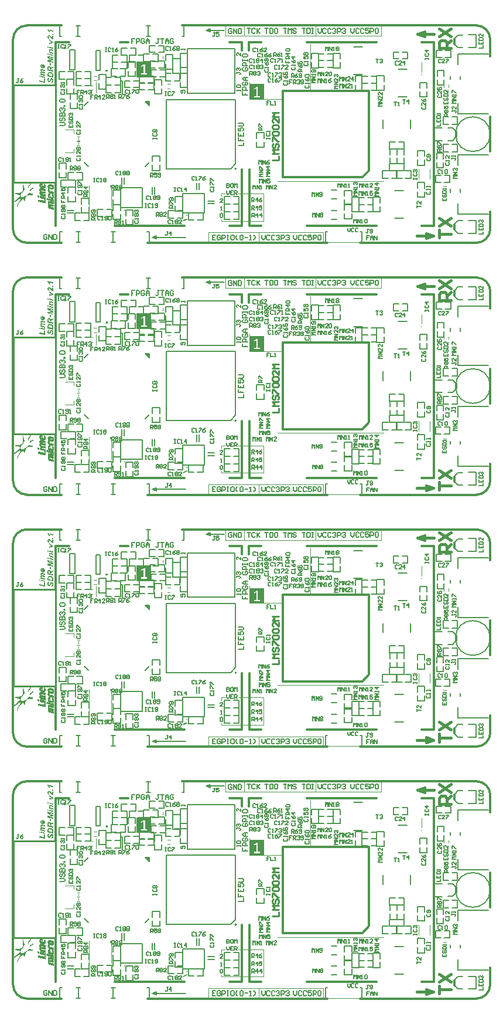
<source format=gto>
G04*
G04 #@! TF.GenerationSoftware,Altium Limited,Altium Designer,19.1.6 (110)*
G04*
G04 Layer_Color=65535*
%FSLAX44Y44*%
%MOMM*%
G71*
G01*
G75*
%ADD11C,0.3090*%
%ADD12C,0.2000*%
%ADD13C,0.3000*%
%ADD54C,0.4000*%
%ADD56C,0.1500*%
%ADD58C,0.1000*%
%ADD59C,0.2500*%
%ADD124C,0.2540*%
%ADD125C,0.1270*%
%ADD126C,0.0762*%
%ADD127C,0.0254*%
G36*
X58250Y1397801D02*
Y1396167D01*
X52495Y1397369D01*
X52507Y1397345D01*
X52555Y1397285D01*
X52615Y1397177D01*
X52699Y1397032D01*
X52796Y1396864D01*
X52892Y1396660D01*
X53000Y1396432D01*
X53108Y1396191D01*
Y1396179D01*
X53120Y1396167D01*
X53132Y1396131D01*
X53156Y1396083D01*
X53192Y1395951D01*
X53252Y1395795D01*
X53312Y1395615D01*
X53372Y1395410D01*
X53432Y1395218D01*
X53480Y1395014D01*
X52027Y1395326D01*
Y1395338D01*
X52015Y1395350D01*
X51991Y1395422D01*
X51931Y1395531D01*
X51859Y1395675D01*
X51774Y1395843D01*
X51678Y1396047D01*
X51558Y1396275D01*
X51414Y1396516D01*
X51270Y1396768D01*
X51102Y1397032D01*
X50921Y1397309D01*
X50741Y1397573D01*
X50537Y1397837D01*
X50333Y1398102D01*
X50116Y1398342D01*
X49888Y1398570D01*
Y1399555D01*
X58250Y1397801D01*
D02*
G37*
G36*
Y1392539D02*
Y1390929D01*
X56676Y1391241D01*
Y1392851D01*
X58250Y1392539D01*
D02*
G37*
G36*
X52303Y1390557D02*
X52435Y1390545D01*
X52579Y1390521D01*
X52748Y1390485D01*
X52928Y1390437D01*
X53120Y1390364D01*
X53144Y1390352D01*
X53204Y1390328D01*
X53300Y1390280D01*
X53432Y1390208D01*
X53589Y1390112D01*
X53769Y1389992D01*
X53961Y1389860D01*
X54165Y1389692D01*
X54177Y1389680D01*
X54237Y1389632D01*
X54321Y1389547D01*
X54441Y1389427D01*
X54598Y1389271D01*
X54790Y1389079D01*
X55006Y1388851D01*
X55258Y1388586D01*
X55271Y1388574D01*
X55294Y1388550D01*
X55319Y1388514D01*
X55367Y1388466D01*
X55487Y1388334D01*
X55643Y1388178D01*
X55799Y1388010D01*
X55955Y1387841D01*
X56100Y1387697D01*
X56220Y1387577D01*
X56232Y1387565D01*
X56268Y1387541D01*
X56316Y1387493D01*
X56376Y1387433D01*
X56460Y1387361D01*
X56556Y1387289D01*
X56760Y1387121D01*
Y1390004D01*
X58250Y1389692D01*
Y1384646D01*
X58238D01*
X58226D01*
X58190Y1384658D01*
X58142D01*
X58022Y1384682D01*
X57878Y1384718D01*
X57697Y1384766D01*
X57505Y1384826D01*
X57289Y1384898D01*
X57085Y1384994D01*
X57073D01*
X57061Y1385006D01*
X56989Y1385042D01*
X56880Y1385102D01*
X56748Y1385186D01*
X56592Y1385294D01*
X56424Y1385415D01*
X56244Y1385547D01*
X56063Y1385691D01*
X56039Y1385715D01*
X55967Y1385775D01*
X55919Y1385823D01*
X55859Y1385883D01*
X55775Y1385955D01*
X55691Y1386039D01*
X55583Y1386135D01*
X55475Y1386256D01*
X55343Y1386376D01*
X55210Y1386520D01*
X55054Y1386676D01*
X54886Y1386844D01*
X54706Y1387025D01*
X54514Y1387229D01*
X54502Y1387241D01*
X54478Y1387265D01*
X54441Y1387313D01*
X54381Y1387361D01*
X54249Y1387505D01*
X54081Y1387673D01*
X53901Y1387854D01*
X53733Y1388034D01*
X53576Y1388178D01*
X53516Y1388238D01*
X53468Y1388286D01*
X53444Y1388298D01*
X53396Y1388346D01*
X53312Y1388418D01*
X53204Y1388502D01*
X53084Y1388598D01*
X52952Y1388682D01*
X52820Y1388766D01*
X52699Y1388827D01*
X52687Y1388839D01*
X52639Y1388851D01*
X52579Y1388875D01*
X52507Y1388911D01*
X52411Y1388935D01*
X52315Y1388959D01*
X52207Y1388971D01*
X52111Y1388983D01*
X52087D01*
X52039D01*
X51967Y1388971D01*
X51870Y1388947D01*
X51762Y1388923D01*
X51642Y1388875D01*
X51534Y1388815D01*
X51426Y1388730D01*
X51414Y1388719D01*
X51390Y1388682D01*
X51342Y1388634D01*
X51294Y1388562D01*
X51246Y1388466D01*
X51198Y1388358D01*
X51174Y1388238D01*
X51162Y1388106D01*
Y1388046D01*
X51174Y1387974D01*
X51198Y1387878D01*
X51234Y1387769D01*
X51294Y1387661D01*
X51366Y1387541D01*
X51462Y1387433D01*
X51474Y1387421D01*
X51522Y1387385D01*
X51594Y1387337D01*
X51702Y1387277D01*
X51846Y1387205D01*
X52027Y1387133D01*
X52243Y1387061D01*
X52507Y1387000D01*
X52279Y1385415D01*
X52267D01*
X52231Y1385427D01*
X52171Y1385439D01*
X52087Y1385451D01*
X51991Y1385487D01*
X51883Y1385511D01*
X51762Y1385547D01*
X51630Y1385595D01*
X51342Y1385715D01*
X51041Y1385871D01*
X50765Y1386063D01*
X50633Y1386183D01*
X50513Y1386304D01*
X50501Y1386316D01*
X50489Y1386340D01*
X50453Y1386376D01*
X50417Y1386436D01*
X50369Y1386496D01*
X50321Y1386580D01*
X50261Y1386676D01*
X50201Y1386796D01*
X50140Y1386916D01*
X50080Y1387048D01*
X49984Y1387349D01*
X49912Y1387685D01*
X49900Y1387878D01*
X49888Y1388070D01*
Y1388178D01*
X49900Y1388262D01*
X49912Y1388358D01*
X49924Y1388478D01*
X49936Y1388598D01*
X49972Y1388730D01*
X50044Y1389031D01*
X50153Y1389331D01*
X50224Y1389487D01*
X50309Y1389632D01*
X50417Y1389764D01*
X50525Y1389896D01*
X50537Y1389908D01*
X50549Y1389920D01*
X50585Y1389956D01*
X50633Y1390004D01*
X50705Y1390052D01*
X50777Y1390112D01*
X50861Y1390172D01*
X50957Y1390232D01*
X51186Y1390352D01*
X51462Y1390461D01*
X51774Y1390545D01*
X51943Y1390557D01*
X52123Y1390569D01*
X52147D01*
X52207D01*
X52303Y1390557D01*
D02*
G37*
G36*
X58250Y1380945D02*
Y1379552D01*
X52219Y1378350D01*
Y1379948D01*
X54862Y1380357D01*
X54874D01*
X54910Y1380369D01*
X54958D01*
X55030Y1380381D01*
X55114Y1380393D01*
X55222Y1380417D01*
X55439Y1380453D01*
X55679Y1380489D01*
X55907Y1380525D01*
X56111Y1380549D01*
X56196Y1380561D01*
X56268Y1380573D01*
X56244Y1380585D01*
X56208Y1380609D01*
X56147Y1380645D01*
X56051Y1380693D01*
X55931Y1380765D01*
X55763Y1380849D01*
X55655Y1380909D01*
X55547Y1380969D01*
X55535D01*
X55523Y1380981D01*
X55451Y1381029D01*
X55343Y1381089D01*
X55210Y1381162D01*
X55078Y1381234D01*
X54958Y1381306D01*
X54850Y1381366D01*
X54778Y1381402D01*
X52219Y1382904D01*
Y1384658D01*
X58250Y1380945D01*
D02*
G37*
G36*
X51402Y1374167D02*
Y1372546D01*
X49936Y1372858D01*
Y1374468D01*
X51402Y1374167D01*
D02*
G37*
G36*
X58250Y1372726D02*
Y1371116D01*
X52219Y1372377D01*
Y1373999D01*
X58250Y1372726D01*
D02*
G37*
G36*
X53793Y1370443D02*
X53925Y1370419D01*
X54081Y1370395D01*
X54297Y1370359D01*
X54418Y1370335D01*
X54550Y1370311D01*
X54694Y1370275D01*
X54850Y1370239D01*
X58250Y1369506D01*
Y1367896D01*
X54838Y1368629D01*
X54826D01*
X54802Y1368641D01*
X54766D01*
X54718Y1368653D01*
X54586Y1368677D01*
X54441Y1368713D01*
X54285Y1368737D01*
X54129Y1368761D01*
X54009Y1368785D01*
X53961Y1368797D01*
X53925D01*
X53913D01*
X53877D01*
X53817Y1368785D01*
X53745Y1368773D01*
X53673Y1368749D01*
X53589Y1368713D01*
X53504Y1368665D01*
X53432Y1368605D01*
X53420Y1368593D01*
X53408Y1368569D01*
X53372Y1368533D01*
X53336Y1368473D01*
X53312Y1368401D01*
X53276Y1368317D01*
X53264Y1368208D01*
X53252Y1368088D01*
Y1368028D01*
X53264Y1367956D01*
X53288Y1367848D01*
X53324Y1367728D01*
X53384Y1367596D01*
X53456Y1367452D01*
X53552Y1367283D01*
X53565Y1367259D01*
X53612Y1367211D01*
X53673Y1367127D01*
X53769Y1367031D01*
X53877Y1366923D01*
X54009Y1366803D01*
X54165Y1366695D01*
X54345Y1366586D01*
X54357Y1366575D01*
X54418Y1366550D01*
X54514Y1366514D01*
X54586Y1366490D01*
X54658Y1366466D01*
X54754Y1366442D01*
X54850Y1366406D01*
X54970Y1366370D01*
X55102Y1366334D01*
X55247Y1366298D01*
X55415Y1366250D01*
X55595Y1366214D01*
X55787Y1366166D01*
X58250Y1365649D01*
Y1364039D01*
X52219Y1365301D01*
Y1366839D01*
X53012Y1366683D01*
Y1366695D01*
X52988Y1366707D01*
X52928Y1366779D01*
X52844Y1366899D01*
X52736Y1367043D01*
X52627Y1367211D01*
X52507Y1367392D01*
X52399Y1367584D01*
X52303Y1367776D01*
X52291Y1367800D01*
X52267Y1367860D01*
X52231Y1367968D01*
X52195Y1368100D01*
X52159Y1368257D01*
X52123Y1368437D01*
X52099Y1368629D01*
X52087Y1368833D01*
Y1368905D01*
X52099Y1368953D01*
X52111Y1369097D01*
X52135Y1369266D01*
X52195Y1369458D01*
X52267Y1369650D01*
X52375Y1369842D01*
X52519Y1370023D01*
X52543Y1370047D01*
X52591Y1370095D01*
X52687Y1370155D01*
X52820Y1370239D01*
X52988Y1370323D01*
X53180Y1370383D01*
X53396Y1370431D01*
X53649Y1370455D01*
X53661D01*
X53709D01*
X53793Y1370443D01*
D02*
G37*
G36*
X51402Y1363835D02*
Y1362213D01*
X49936Y1362526D01*
Y1364136D01*
X51402Y1363835D01*
D02*
G37*
G36*
X58250Y1362394D02*
Y1360784D01*
X52219Y1362045D01*
Y1363667D01*
X58250Y1362394D01*
D02*
G37*
G36*
Y1359078D02*
Y1357528D01*
X51354Y1358970D01*
X58250Y1355882D01*
Y1354260D01*
X51306Y1353948D01*
X58250Y1352638D01*
Y1351088D01*
X49936Y1352818D01*
Y1355257D01*
X55655Y1355522D01*
X49936Y1358129D01*
Y1360591D01*
X58250Y1359078D01*
D02*
G37*
G36*
X55039Y1350260D02*
Y1347100D01*
X53465Y1347413D01*
Y1350572D01*
X55039Y1350260D01*
D02*
G37*
G36*
X42792Y1348688D02*
X42960Y1348676D01*
X43141Y1348652D01*
X43501Y1348580D01*
Y1344495D01*
X43513D01*
X43561D01*
X43609Y1344483D01*
X43657D01*
X43669D01*
X43681D01*
X43753D01*
X43861Y1344507D01*
X44006Y1344531D01*
X44162Y1344567D01*
X44318Y1344627D01*
X44486Y1344711D01*
X44630Y1344819D01*
X44642Y1344831D01*
X44690Y1344879D01*
X44738Y1344951D01*
X44811Y1345059D01*
X44871Y1345179D01*
X44931Y1345324D01*
X44979Y1345492D01*
X44991Y1345672D01*
Y1345756D01*
X44979Y1345804D01*
X44967Y1345876D01*
X44943Y1345960D01*
X44883Y1346141D01*
X44847Y1346237D01*
X44787Y1346345D01*
X44714Y1346453D01*
X44630Y1346549D01*
X44534Y1346657D01*
X44426Y1346765D01*
X44294Y1346862D01*
X44150Y1346946D01*
X44390Y1348399D01*
X44402D01*
X44426Y1348375D01*
X44474Y1348351D01*
X44534Y1348315D01*
X44606Y1348279D01*
X44690Y1348219D01*
X44895Y1348099D01*
X45111Y1347931D01*
X45327Y1347726D01*
X45543Y1347498D01*
X45724Y1347246D01*
Y1347234D01*
X45748Y1347210D01*
X45760Y1347174D01*
X45796Y1347126D01*
X45820Y1347054D01*
X45856Y1346982D01*
X45940Y1346777D01*
X46024Y1346549D01*
X46084Y1346273D01*
X46132Y1345984D01*
X46156Y1345660D01*
Y1345540D01*
X46144Y1345456D01*
X46132Y1345348D01*
X46120Y1345228D01*
X46096Y1345095D01*
X46060Y1344951D01*
X45964Y1344639D01*
X45904Y1344471D01*
X45832Y1344303D01*
X45748Y1344146D01*
X45640Y1343978D01*
X45519Y1343822D01*
X45387Y1343678D01*
X45375Y1343666D01*
X45351Y1343642D01*
X45303Y1343606D01*
X45243Y1343558D01*
X45171Y1343497D01*
X45075Y1343437D01*
X44967Y1343365D01*
X44847Y1343305D01*
X44703Y1343233D01*
X44558Y1343161D01*
X44390Y1343101D01*
X44210Y1343041D01*
X44018Y1342993D01*
X43801Y1342957D01*
X43585Y1342933D01*
X43357Y1342921D01*
X43345D01*
X43297D01*
X43237D01*
X43153Y1342933D01*
X43045Y1342945D01*
X42912Y1342957D01*
X42768Y1342981D01*
X42612Y1343005D01*
X42276Y1343089D01*
X42095Y1343149D01*
X41903Y1343209D01*
X41711Y1343293D01*
X41519Y1343377D01*
X41326Y1343486D01*
X41146Y1343606D01*
X41134Y1343618D01*
X41086Y1343654D01*
X41026Y1343702D01*
X40942Y1343774D01*
X40846Y1343882D01*
X40726Y1343990D01*
X40618Y1344134D01*
X40486Y1344290D01*
X40365Y1344471D01*
X40245Y1344675D01*
X40137Y1344891D01*
X40041Y1345131D01*
X39957Y1345384D01*
X39897Y1345660D01*
X39849Y1345960D01*
X39837Y1346273D01*
Y1346381D01*
X39849Y1346453D01*
X39861Y1346549D01*
X39873Y1346657D01*
X39897Y1346777D01*
X39921Y1346909D01*
X40005Y1347198D01*
X40053Y1347342D01*
X40125Y1347486D01*
X40209Y1347630D01*
X40293Y1347775D01*
X40401Y1347907D01*
X40522Y1348039D01*
X40534Y1348051D01*
X40558Y1348063D01*
X40594Y1348099D01*
X40642Y1348147D01*
X40714Y1348195D01*
X40798Y1348243D01*
X40906Y1348303D01*
X41014Y1348375D01*
X41146Y1348435D01*
X41290Y1348495D01*
X41447Y1348544D01*
X41627Y1348591D01*
X41807Y1348640D01*
X42011Y1348676D01*
X42216Y1348688D01*
X42444Y1348700D01*
X42456D01*
X42468D01*
X42540D01*
X42660D01*
X42792Y1348688D01*
D02*
G37*
G36*
X41399Y1342032D02*
X41507Y1342020D01*
X41651Y1342008D01*
X41843Y1341972D01*
X42071Y1341936D01*
X42336Y1341876D01*
X46000Y1341083D01*
Y1339473D01*
X42336Y1340254D01*
X42324D01*
X42300Y1340266D01*
X42276D01*
X42228Y1340278D01*
X42107Y1340302D01*
X41975Y1340326D01*
X41843Y1340350D01*
X41711Y1340374D01*
X41615Y1340398D01*
X41579D01*
X41555D01*
X41543D01*
X41507D01*
X41471Y1340386D01*
X41411Y1340374D01*
X41279Y1340338D01*
X41218Y1340290D01*
X41158Y1340242D01*
X41146Y1340230D01*
X41134Y1340218D01*
X41110Y1340182D01*
X41074Y1340134D01*
X41050Y1340074D01*
X41026Y1339989D01*
X41014Y1339905D01*
X41002Y1339797D01*
Y1339737D01*
X41014Y1339689D01*
X41038Y1339569D01*
X41086Y1339425D01*
X41158Y1339256D01*
X41279Y1339064D01*
X41350Y1338968D01*
X41435Y1338872D01*
X41531Y1338788D01*
X41651Y1338692D01*
X41675Y1338680D01*
X41699Y1338656D01*
X41735Y1338632D01*
X41795Y1338608D01*
X41855Y1338572D01*
X41939Y1338524D01*
X42023Y1338488D01*
X42132Y1338439D01*
X42252Y1338392D01*
X42384Y1338343D01*
X42528Y1338295D01*
X42684Y1338235D01*
X42864Y1338187D01*
X43057Y1338139D01*
X43273Y1338091D01*
X46000Y1337514D01*
Y1335905D01*
X42372Y1336661D01*
X42360D01*
X42348Y1336673D01*
X42264Y1336685D01*
X42155Y1336709D01*
X42035Y1336734D01*
X41891Y1336758D01*
X41759Y1336770D01*
X41639Y1336794D01*
X41555D01*
X41543D01*
X41519D01*
X41471Y1336782D01*
X41411Y1336770D01*
X41290Y1336721D01*
X41218Y1336685D01*
X41158Y1336625D01*
X41146Y1336613D01*
X41134Y1336601D01*
X41110Y1336565D01*
X41074Y1336517D01*
X41050Y1336445D01*
X41026Y1336373D01*
X41014Y1336289D01*
X41002Y1336181D01*
Y1336133D01*
X41014Y1336085D01*
X41026Y1336013D01*
X41038Y1335929D01*
X41074Y1335833D01*
X41110Y1335736D01*
X41170Y1335628D01*
X41182Y1335616D01*
X41194Y1335580D01*
X41230Y1335520D01*
X41279Y1335460D01*
X41339Y1335376D01*
X41423Y1335292D01*
X41507Y1335208D01*
X41603Y1335124D01*
X41615Y1335112D01*
X41651Y1335088D01*
X41711Y1335052D01*
X41795Y1335004D01*
X41891Y1334943D01*
X42023Y1334883D01*
X42155Y1334823D01*
X42312Y1334763D01*
X42324D01*
X42360Y1334751D01*
X42420Y1334727D01*
X42504Y1334703D01*
X42624Y1334679D01*
X42792Y1334631D01*
X42984Y1334583D01*
X43105Y1334559D01*
X43237Y1334523D01*
X46000Y1333946D01*
Y1332336D01*
X39969Y1333598D01*
Y1335124D01*
X40702Y1334979D01*
X40690Y1334991D01*
X40666Y1335016D01*
X40618Y1335063D01*
X40570Y1335136D01*
X40497Y1335220D01*
X40425Y1335316D01*
X40353Y1335424D01*
X40269Y1335556D01*
X40113Y1335845D01*
X39969Y1336157D01*
X39921Y1336337D01*
X39873Y1336505D01*
X39849Y1336698D01*
X39837Y1336878D01*
Y1336986D01*
X39849Y1337118D01*
X39873Y1337262D01*
X39909Y1337430D01*
X39957Y1337611D01*
X40029Y1337779D01*
X40125Y1337923D01*
X40137Y1337935D01*
X40173Y1337983D01*
X40245Y1338043D01*
X40329Y1338127D01*
X40437Y1338199D01*
X40582Y1338283D01*
X40726Y1338355D01*
X40906Y1338403D01*
X40882Y1338416D01*
X40834Y1338464D01*
X40750Y1338536D01*
X40642Y1338632D01*
X40522Y1338764D01*
X40401Y1338908D01*
X40269Y1339088D01*
X40149Y1339292D01*
Y1339305D01*
X40137Y1339317D01*
X40125Y1339353D01*
X40101Y1339401D01*
X40053Y1339509D01*
X39993Y1339665D01*
X39933Y1339845D01*
X39885Y1340061D01*
X39849Y1340278D01*
X39837Y1340518D01*
Y1340638D01*
X39861Y1340770D01*
X39885Y1340927D01*
X39933Y1341107D01*
X40005Y1341299D01*
X40101Y1341479D01*
X40233Y1341635D01*
X40245Y1341647D01*
X40305Y1341695D01*
X40389Y1341767D01*
X40510Y1341840D01*
X40654Y1341912D01*
X40822Y1341984D01*
X41026Y1342032D01*
X41254Y1342044D01*
X41266D01*
X41315D01*
X41399Y1342032D01*
D02*
G37*
G36*
X52303Y1346117D02*
X52387Y1346105D01*
X52495Y1346093D01*
X52615Y1346081D01*
X52736Y1346044D01*
X53012Y1345972D01*
X53312Y1345864D01*
X53456Y1345792D01*
X53601Y1345708D01*
X53745Y1345600D01*
X53877Y1345492D01*
X53889Y1345480D01*
X53901Y1345468D01*
X53937Y1345420D01*
X53985Y1345372D01*
X54045Y1345300D01*
X54105Y1345228D01*
X54165Y1345131D01*
X54237Y1345011D01*
X54309Y1344891D01*
X54381Y1344747D01*
X54454Y1344591D01*
X54526Y1344411D01*
X54586Y1344230D01*
X54634Y1344026D01*
X54682Y1343798D01*
X54718Y1343570D01*
X54730Y1343582D01*
X54766Y1343630D01*
X54838Y1343690D01*
X54922Y1343774D01*
X55042Y1343858D01*
X55174Y1343966D01*
X55331Y1344074D01*
X55499Y1344182D01*
X55511Y1344194D01*
X55547Y1344206D01*
X55595Y1344242D01*
X55679Y1344278D01*
X55775Y1344339D01*
X55895Y1344399D01*
X56039Y1344471D01*
X56208Y1344555D01*
X56388Y1344651D01*
X56592Y1344747D01*
X56820Y1344855D01*
X57073Y1344963D01*
X57337Y1345083D01*
X57625Y1345204D01*
X57926Y1345336D01*
X58250Y1345468D01*
Y1343630D01*
X58238D01*
X58214Y1343618D01*
X58178Y1343606D01*
X58118Y1343582D01*
X58046Y1343558D01*
X57950Y1343522D01*
X57842Y1343486D01*
X57709Y1343437D01*
X57565Y1343377D01*
X57409Y1343317D01*
X57229Y1343245D01*
X57037Y1343161D01*
X56820Y1343077D01*
X56580Y1342981D01*
X56328Y1342873D01*
X56063Y1342753D01*
X56051D01*
X56027Y1342741D01*
X55991Y1342717D01*
X55931Y1342693D01*
X55799Y1342621D01*
X55631Y1342524D01*
X55451Y1342416D01*
X55271Y1342296D01*
X55102Y1342152D01*
X55042Y1342080D01*
X54982Y1342008D01*
X54970Y1341996D01*
X54958Y1341960D01*
X54934Y1341900D01*
X54898Y1341815D01*
X54862Y1341695D01*
X54838Y1341551D01*
X54826Y1341371D01*
X54814Y1341155D01*
Y1340458D01*
X58250Y1339737D01*
Y1338043D01*
X49936Y1339785D01*
Y1343702D01*
X49948Y1343786D01*
X49960Y1344002D01*
X49984Y1344242D01*
X50020Y1344483D01*
X50068Y1344723D01*
X50140Y1344939D01*
Y1344951D01*
X50153Y1344963D01*
X50177Y1345023D01*
X50224Y1345119D01*
X50297Y1345240D01*
X50405Y1345384D01*
X50525Y1345528D01*
X50681Y1345660D01*
X50861Y1345792D01*
X50885Y1345804D01*
X50957Y1345840D01*
X51066Y1345900D01*
X51210Y1345960D01*
X51390Y1346021D01*
X51606Y1346081D01*
X51859Y1346117D01*
X52123Y1346129D01*
X52135D01*
X52171D01*
X52219D01*
X52303Y1346117D01*
D02*
G37*
G36*
X39152Y1332204D02*
Y1330582D01*
X37686Y1330895D01*
Y1332504D01*
X39152Y1332204D01*
D02*
G37*
G36*
X53612Y1337551D02*
X53733D01*
X53865Y1337538D01*
X54021Y1337514D01*
X54189Y1337502D01*
X54369Y1337466D01*
X54562Y1337442D01*
X54958Y1337346D01*
X55367Y1337214D01*
X55571Y1337142D01*
X55775Y1337046D01*
X55787D01*
X55823Y1337022D01*
X55871Y1336998D01*
X55943Y1336950D01*
X56039Y1336902D01*
X56136Y1336842D01*
X56376Y1336685D01*
X56640Y1336505D01*
X56916Y1336277D01*
X57181Y1336025D01*
X57433Y1335748D01*
Y1335736D01*
X57457Y1335724D01*
X57481Y1335688D01*
X57505Y1335640D01*
X57553Y1335580D01*
X57589Y1335508D01*
X57697Y1335328D01*
X57806Y1335112D01*
X57926Y1334847D01*
X58034Y1334547D01*
X58130Y1334211D01*
Y1334187D01*
X58142Y1334151D01*
X58154Y1334114D01*
Y1334054D01*
X58166Y1333982D01*
X58178Y1333898D01*
X58190Y1333802D01*
X58202Y1333694D01*
X58214Y1333574D01*
X58226Y1333442D01*
Y1333285D01*
X58238Y1333129D01*
X58250Y1332949D01*
Y1329633D01*
X49936Y1331375D01*
Y1334114D01*
X49948Y1334319D01*
Y1334523D01*
X49960Y1334691D01*
Y1334751D01*
X49972Y1334811D01*
Y1334835D01*
X49984Y1334895D01*
X49996Y1334991D01*
X50020Y1335124D01*
X50044Y1335268D01*
X50080Y1335424D01*
X50188Y1335736D01*
X50201Y1335760D01*
X50212Y1335808D01*
X50249Y1335880D01*
X50297Y1335989D01*
X50369Y1336097D01*
X50441Y1336229D01*
X50525Y1336349D01*
X50633Y1336481D01*
X50645Y1336493D01*
X50681Y1336541D01*
X50741Y1336601D01*
X50825Y1336685D01*
X50921Y1336770D01*
X51041Y1336866D01*
X51174Y1336962D01*
X51318Y1337058D01*
X51330Y1337070D01*
X51390Y1337094D01*
X51474Y1337142D01*
X51582Y1337190D01*
X51714Y1337250D01*
X51870Y1337322D01*
X52051Y1337382D01*
X52243Y1337430D01*
X52267Y1337442D01*
X52339Y1337454D01*
X52447Y1337478D01*
X52579Y1337502D01*
X52748Y1337527D01*
X52952Y1337538D01*
X53156Y1337563D01*
X53384D01*
X53396D01*
X53444D01*
X53516D01*
X53612Y1337551D01*
D02*
G37*
G36*
X46000Y1330762D02*
Y1329153D01*
X39969Y1330414D01*
Y1332036D01*
X46000Y1330762D01*
D02*
G37*
G36*
Y1328059D02*
Y1322100D01*
X37686Y1323842D01*
Y1325548D01*
X44606Y1324095D01*
Y1328348D01*
X46000Y1328059D01*
D02*
G37*
G36*
X52375Y1327615D02*
X52363D01*
X52351D01*
X52279Y1327603D01*
X52171Y1327567D01*
X52039Y1327531D01*
X51894Y1327471D01*
X51738Y1327399D01*
X51594Y1327302D01*
X51462Y1327170D01*
X51450Y1327158D01*
X51414Y1327098D01*
X51354Y1327014D01*
X51294Y1326894D01*
X51246Y1326750D01*
X51186Y1326557D01*
X51150Y1326329D01*
X51138Y1326077D01*
Y1325957D01*
X51150Y1325837D01*
X51174Y1325681D01*
X51198Y1325524D01*
X51246Y1325356D01*
X51306Y1325200D01*
X51390Y1325068D01*
X51402Y1325056D01*
X51438Y1325020D01*
X51486Y1324972D01*
X51558Y1324924D01*
X51654Y1324863D01*
X51762Y1324815D01*
X51894Y1324779D01*
X52027Y1324767D01*
X52039D01*
X52087D01*
X52147Y1324779D01*
X52231Y1324803D01*
X52327Y1324839D01*
X52423Y1324888D01*
X52519Y1324948D01*
X52615Y1325044D01*
X52627Y1325056D01*
X52663Y1325104D01*
X52712Y1325176D01*
X52784Y1325296D01*
X52832Y1325380D01*
X52880Y1325464D01*
X52940Y1325560D01*
X53000Y1325681D01*
X53060Y1325801D01*
X53132Y1325945D01*
X53204Y1326101D01*
X53276Y1326269D01*
X53288Y1326281D01*
X53300Y1326329D01*
X53336Y1326401D01*
X53372Y1326497D01*
X53432Y1326618D01*
X53492Y1326750D01*
X53637Y1327038D01*
X53793Y1327350D01*
X53961Y1327651D01*
X54045Y1327795D01*
X54129Y1327915D01*
X54213Y1328023D01*
X54285Y1328107D01*
X54297Y1328119D01*
X54309Y1328131D01*
X54345Y1328167D01*
X54381Y1328203D01*
X54514Y1328300D01*
X54682Y1328408D01*
X54886Y1328516D01*
X55138Y1328600D01*
X55427Y1328672D01*
X55571Y1328684D01*
X55739Y1328696D01*
X55751D01*
X55787D01*
X55847D01*
X55919Y1328684D01*
X56015Y1328672D01*
X56136Y1328648D01*
X56256Y1328624D01*
X56388Y1328588D01*
X56532Y1328540D01*
X56688Y1328480D01*
X56844Y1328408D01*
X57000Y1328324D01*
X57157Y1328228D01*
X57325Y1328107D01*
X57469Y1327975D01*
X57625Y1327819D01*
X57637Y1327807D01*
X57661Y1327783D01*
X57697Y1327723D01*
X57745Y1327663D01*
X57806Y1327567D01*
X57878Y1327459D01*
X57938Y1327338D01*
X58010Y1327182D01*
X58094Y1327026D01*
X58154Y1326846D01*
X58226Y1326642D01*
X58286Y1326425D01*
X58334Y1326197D01*
X58370Y1325945D01*
X58394Y1325681D01*
X58406Y1325392D01*
Y1325212D01*
X58394Y1325116D01*
X58382Y1325008D01*
Y1324888D01*
X58358Y1324755D01*
X58322Y1324467D01*
X58262Y1324155D01*
X58178Y1323830D01*
X58058Y1323530D01*
Y1323518D01*
X58046Y1323494D01*
X58022Y1323458D01*
X57986Y1323398D01*
X57914Y1323266D01*
X57793Y1323097D01*
X57661Y1322917D01*
X57481Y1322737D01*
X57289Y1322569D01*
X57061Y1322425D01*
X57049D01*
X57037Y1322413D01*
X57000Y1322401D01*
X56940Y1322377D01*
X56880Y1322352D01*
X56808Y1322328D01*
X56628Y1322268D01*
X56412Y1322208D01*
X56160Y1322160D01*
X55883Y1322136D01*
X55583Y1322124D01*
X55487Y1323758D01*
X55499D01*
X55523D01*
X55559D01*
X55607Y1323770D01*
X55751Y1323782D01*
X55907Y1323806D01*
X56087Y1323830D01*
X56268Y1323878D01*
X56424Y1323938D01*
X56544Y1324023D01*
X56568Y1324046D01*
X56616Y1324095D01*
X56676Y1324191D01*
X56760Y1324335D01*
X56796Y1324419D01*
X56844Y1324527D01*
X56880Y1324635D01*
X56904Y1324767D01*
X56940Y1324899D01*
X56953Y1325056D01*
X56976Y1325224D01*
Y1325536D01*
X56965Y1325608D01*
Y1325692D01*
X56940Y1325873D01*
X56904Y1326065D01*
X56844Y1326269D01*
X56772Y1326461D01*
X56676Y1326618D01*
X56664Y1326630D01*
X56628Y1326678D01*
X56556Y1326738D01*
X56472Y1326810D01*
X56364Y1326882D01*
X56244Y1326942D01*
X56111Y1326990D01*
X55955Y1327002D01*
X55943D01*
X55895D01*
X55823Y1326990D01*
X55739Y1326966D01*
X55643Y1326930D01*
X55535Y1326870D01*
X55427Y1326798D01*
X55331Y1326690D01*
X55319Y1326678D01*
X55294Y1326642D01*
X55247Y1326570D01*
X55186Y1326461D01*
X55138Y1326389D01*
X55090Y1326305D01*
X55042Y1326209D01*
X54994Y1326101D01*
X54934Y1325969D01*
X54862Y1325837D01*
X54790Y1325668D01*
X54718Y1325500D01*
Y1325488D01*
X54694Y1325452D01*
X54682Y1325404D01*
X54646Y1325344D01*
X54610Y1325260D01*
X54574Y1325164D01*
X54478Y1324960D01*
X54357Y1324731D01*
X54249Y1324491D01*
X54129Y1324275D01*
X54069Y1324167D01*
X54021Y1324083D01*
X54009Y1324059D01*
X53973Y1324010D01*
X53901Y1323926D01*
X53817Y1323830D01*
X53721Y1323722D01*
X53589Y1323602D01*
X53444Y1323494D01*
X53288Y1323386D01*
X53264Y1323374D01*
X53204Y1323350D01*
X53108Y1323302D01*
X52988Y1323266D01*
X52832Y1323217D01*
X52651Y1323170D01*
X52447Y1323145D01*
X52231Y1323133D01*
X52219D01*
X52183D01*
X52123D01*
X52051Y1323145D01*
X51967Y1323158D01*
X51859Y1323170D01*
X51738Y1323194D01*
X51618Y1323230D01*
X51342Y1323314D01*
X51198Y1323386D01*
X51041Y1323458D01*
X50897Y1323542D01*
X50753Y1323638D01*
X50609Y1323758D01*
X50477Y1323890D01*
X50465Y1323902D01*
X50441Y1323926D01*
X50417Y1323974D01*
X50369Y1324034D01*
X50321Y1324107D01*
X50261Y1324203D01*
X50188Y1324323D01*
X50128Y1324455D01*
X50068Y1324599D01*
X49996Y1324755D01*
X49936Y1324936D01*
X49888Y1325140D01*
X49840Y1325356D01*
X49804Y1325584D01*
X49792Y1325825D01*
X49780Y1326089D01*
Y1326233D01*
X49792Y1326329D01*
X49804Y1326449D01*
X49816Y1326593D01*
X49840Y1326750D01*
X49864Y1326918D01*
X49948Y1327290D01*
X50008Y1327483D01*
X50068Y1327663D01*
X50153Y1327855D01*
X50249Y1328035D01*
X50357Y1328203D01*
X50477Y1328360D01*
X50489Y1328372D01*
X50513Y1328396D01*
X50549Y1328432D01*
X50597Y1328492D01*
X50669Y1328552D01*
X50753Y1328624D01*
X50849Y1328696D01*
X50957Y1328768D01*
X51090Y1328852D01*
X51222Y1328936D01*
X51378Y1329008D01*
X51534Y1329081D01*
X51714Y1329140D01*
X51894Y1329189D01*
X52099Y1329225D01*
X52303Y1329249D01*
X52375Y1327615D01*
D02*
G37*
G36*
X197250Y1288950D02*
X191500Y1294700D01*
X191750Y1294950D01*
X197250Y1294950D01*
Y1288950D01*
D02*
G37*
G36*
X142250Y1172350D02*
X140250D01*
Y1174350D01*
X142250D01*
Y1172350D01*
D02*
G37*
G36*
X58250Y1034101D02*
Y1032467D01*
X52495Y1033669D01*
X52507Y1033645D01*
X52555Y1033585D01*
X52615Y1033476D01*
X52699Y1033332D01*
X52796Y1033164D01*
X52892Y1032960D01*
X53000Y1032731D01*
X53108Y1032491D01*
Y1032479D01*
X53120Y1032467D01*
X53132Y1032431D01*
X53156Y1032383D01*
X53192Y1032251D01*
X53252Y1032095D01*
X53312Y1031915D01*
X53372Y1031710D01*
X53432Y1031518D01*
X53480Y1031314D01*
X52027Y1031626D01*
Y1031638D01*
X52015Y1031650D01*
X51991Y1031722D01*
X51931Y1031831D01*
X51859Y1031975D01*
X51774Y1032143D01*
X51678Y1032347D01*
X51558Y1032575D01*
X51414Y1032816D01*
X51270Y1033068D01*
X51102Y1033332D01*
X50921Y1033609D01*
X50741Y1033873D01*
X50537Y1034137D01*
X50333Y1034401D01*
X50116Y1034642D01*
X49888Y1034870D01*
Y1035855D01*
X58250Y1034101D01*
D02*
G37*
G36*
Y1028839D02*
Y1027229D01*
X56676Y1027541D01*
Y1029151D01*
X58250Y1028839D01*
D02*
G37*
G36*
X52303Y1026857D02*
X52435Y1026845D01*
X52579Y1026821D01*
X52748Y1026785D01*
X52928Y1026737D01*
X53120Y1026664D01*
X53144Y1026652D01*
X53204Y1026628D01*
X53300Y1026580D01*
X53432Y1026508D01*
X53589Y1026412D01*
X53769Y1026292D01*
X53961Y1026160D01*
X54165Y1025992D01*
X54177Y1025980D01*
X54237Y1025931D01*
X54321Y1025847D01*
X54441Y1025727D01*
X54598Y1025571D01*
X54790Y1025379D01*
X55006Y1025151D01*
X55258Y1024886D01*
X55271Y1024874D01*
X55294Y1024850D01*
X55319Y1024814D01*
X55367Y1024766D01*
X55487Y1024634D01*
X55643Y1024478D01*
X55799Y1024310D01*
X55955Y1024141D01*
X56100Y1023997D01*
X56220Y1023877D01*
X56232Y1023865D01*
X56268Y1023841D01*
X56316Y1023793D01*
X56376Y1023733D01*
X56460Y1023661D01*
X56556Y1023589D01*
X56760Y1023420D01*
Y1026304D01*
X58250Y1025992D01*
Y1020946D01*
X58238D01*
X58226D01*
X58190Y1020958D01*
X58142D01*
X58022Y1020982D01*
X57878Y1021018D01*
X57697Y1021066D01*
X57505Y1021126D01*
X57289Y1021198D01*
X57085Y1021294D01*
X57073D01*
X57061Y1021306D01*
X56989Y1021342D01*
X56880Y1021402D01*
X56748Y1021486D01*
X56592Y1021594D01*
X56424Y1021714D01*
X56244Y1021847D01*
X56063Y1021991D01*
X56039Y1022015D01*
X55967Y1022075D01*
X55919Y1022123D01*
X55859Y1022183D01*
X55775Y1022255D01*
X55691Y1022339D01*
X55583Y1022435D01*
X55475Y1022555D01*
X55343Y1022676D01*
X55210Y1022820D01*
X55054Y1022976D01*
X54886Y1023144D01*
X54706Y1023324D01*
X54514Y1023529D01*
X54502Y1023541D01*
X54478Y1023565D01*
X54441Y1023613D01*
X54381Y1023661D01*
X54249Y1023805D01*
X54081Y1023973D01*
X53901Y1024153D01*
X53733Y1024334D01*
X53576Y1024478D01*
X53516Y1024538D01*
X53468Y1024586D01*
X53444Y1024598D01*
X53396Y1024646D01*
X53312Y1024718D01*
X53204Y1024802D01*
X53084Y1024898D01*
X52952Y1024982D01*
X52820Y1025067D01*
X52699Y1025127D01*
X52687Y1025139D01*
X52639Y1025151D01*
X52579Y1025175D01*
X52507Y1025211D01*
X52411Y1025235D01*
X52315Y1025259D01*
X52207Y1025271D01*
X52111Y1025283D01*
X52087D01*
X52039D01*
X51967Y1025271D01*
X51870Y1025247D01*
X51762Y1025223D01*
X51642Y1025175D01*
X51534Y1025115D01*
X51426Y1025030D01*
X51414Y1025018D01*
X51390Y1024982D01*
X51342Y1024934D01*
X51294Y1024862D01*
X51246Y1024766D01*
X51198Y1024658D01*
X51174Y1024538D01*
X51162Y1024406D01*
Y1024346D01*
X51174Y1024274D01*
X51198Y1024177D01*
X51234Y1024069D01*
X51294Y1023961D01*
X51366Y1023841D01*
X51462Y1023733D01*
X51474Y1023721D01*
X51522Y1023685D01*
X51594Y1023637D01*
X51702Y1023577D01*
X51846Y1023505D01*
X52027Y1023432D01*
X52243Y1023361D01*
X52507Y1023300D01*
X52279Y1021714D01*
X52267D01*
X52231Y1021727D01*
X52171Y1021739D01*
X52087Y1021751D01*
X51991Y1021787D01*
X51883Y1021811D01*
X51762Y1021847D01*
X51630Y1021895D01*
X51342Y1022015D01*
X51041Y1022171D01*
X50765Y1022363D01*
X50633Y1022483D01*
X50513Y1022604D01*
X50501Y1022616D01*
X50489Y1022640D01*
X50453Y1022676D01*
X50417Y1022736D01*
X50369Y1022796D01*
X50321Y1022880D01*
X50261Y1022976D01*
X50201Y1023096D01*
X50140Y1023216D01*
X50080Y1023348D01*
X49984Y1023649D01*
X49912Y1023985D01*
X49900Y1024177D01*
X49888Y1024370D01*
Y1024478D01*
X49900Y1024562D01*
X49912Y1024658D01*
X49924Y1024778D01*
X49936Y1024898D01*
X49972Y1025030D01*
X50044Y1025331D01*
X50153Y1025631D01*
X50224Y1025787D01*
X50309Y1025931D01*
X50417Y1026064D01*
X50525Y1026196D01*
X50537Y1026208D01*
X50549Y1026220D01*
X50585Y1026256D01*
X50633Y1026304D01*
X50705Y1026352D01*
X50777Y1026412D01*
X50861Y1026472D01*
X50957Y1026532D01*
X51186Y1026652D01*
X51462Y1026760D01*
X51774Y1026845D01*
X51943Y1026857D01*
X52123Y1026869D01*
X52147D01*
X52207D01*
X52303Y1026857D01*
D02*
G37*
G36*
X58250Y1017245D02*
Y1015852D01*
X52219Y1014650D01*
Y1016248D01*
X54862Y1016656D01*
X54874D01*
X54910Y1016669D01*
X54958D01*
X55030Y1016681D01*
X55114Y1016693D01*
X55222Y1016717D01*
X55439Y1016753D01*
X55679Y1016789D01*
X55907Y1016825D01*
X56111Y1016849D01*
X56196Y1016861D01*
X56268Y1016873D01*
X56244Y1016885D01*
X56208Y1016909D01*
X56147Y1016945D01*
X56051Y1016993D01*
X55931Y1017065D01*
X55763Y1017149D01*
X55655Y1017209D01*
X55547Y1017269D01*
X55535D01*
X55523Y1017281D01*
X55451Y1017329D01*
X55343Y1017389D01*
X55210Y1017461D01*
X55078Y1017534D01*
X54958Y1017606D01*
X54850Y1017666D01*
X54778Y1017702D01*
X52219Y1019203D01*
Y1020958D01*
X58250Y1017245D01*
D02*
G37*
G36*
X51402Y1010467D02*
Y1008846D01*
X49936Y1009158D01*
Y1010768D01*
X51402Y1010467D01*
D02*
G37*
G36*
X58250Y1009026D02*
Y1007416D01*
X52219Y1008677D01*
Y1010299D01*
X58250Y1009026D01*
D02*
G37*
G36*
X53793Y1006743D02*
X53925Y1006719D01*
X54081Y1006695D01*
X54297Y1006659D01*
X54418Y1006635D01*
X54550Y1006611D01*
X54694Y1006575D01*
X54850Y1006539D01*
X58250Y1005806D01*
Y1004196D01*
X54838Y1004929D01*
X54826D01*
X54802Y1004941D01*
X54766D01*
X54718Y1004953D01*
X54586Y1004977D01*
X54441Y1005013D01*
X54285Y1005037D01*
X54129Y1005061D01*
X54009Y1005085D01*
X53961Y1005097D01*
X53925D01*
X53913D01*
X53877D01*
X53817Y1005085D01*
X53745Y1005073D01*
X53673Y1005049D01*
X53589Y1005013D01*
X53504Y1004965D01*
X53432Y1004905D01*
X53420Y1004893D01*
X53408Y1004869D01*
X53372Y1004833D01*
X53336Y1004773D01*
X53312Y1004701D01*
X53276Y1004616D01*
X53264Y1004508D01*
X53252Y1004388D01*
Y1004328D01*
X53264Y1004256D01*
X53288Y1004148D01*
X53324Y1004028D01*
X53384Y1003896D01*
X53456Y1003752D01*
X53552Y1003583D01*
X53565Y1003559D01*
X53612Y1003511D01*
X53673Y1003427D01*
X53769Y1003331D01*
X53877Y1003223D01*
X54009Y1003103D01*
X54165Y1002995D01*
X54345Y1002887D01*
X54357Y1002875D01*
X54418Y1002850D01*
X54514Y1002814D01*
X54586Y1002790D01*
X54658Y1002766D01*
X54754Y1002742D01*
X54850Y1002706D01*
X54970Y1002670D01*
X55102Y1002634D01*
X55247Y1002598D01*
X55415Y1002550D01*
X55595Y1002514D01*
X55787Y1002466D01*
X58250Y1001949D01*
Y1000340D01*
X52219Y1001601D01*
Y1003139D01*
X53012Y1002983D01*
Y1002995D01*
X52988Y1003007D01*
X52928Y1003079D01*
X52844Y1003199D01*
X52736Y1003343D01*
X52627Y1003511D01*
X52507Y1003691D01*
X52399Y1003884D01*
X52303Y1004076D01*
X52291Y1004100D01*
X52267Y1004160D01*
X52231Y1004268D01*
X52195Y1004400D01*
X52159Y1004557D01*
X52123Y1004737D01*
X52099Y1004929D01*
X52087Y1005133D01*
Y1005205D01*
X52099Y1005253D01*
X52111Y1005397D01*
X52135Y1005566D01*
X52195Y1005758D01*
X52267Y1005950D01*
X52375Y1006142D01*
X52519Y1006322D01*
X52543Y1006347D01*
X52591Y1006395D01*
X52687Y1006455D01*
X52820Y1006539D01*
X52988Y1006623D01*
X53180Y1006683D01*
X53396Y1006731D01*
X53649Y1006755D01*
X53661D01*
X53709D01*
X53793Y1006743D01*
D02*
G37*
G36*
X51402Y1000135D02*
Y998513D01*
X49936Y998826D01*
Y1000436D01*
X51402Y1000135D01*
D02*
G37*
G36*
X58250Y998693D02*
Y997084D01*
X52219Y998345D01*
Y999967D01*
X58250Y998693D01*
D02*
G37*
G36*
Y995378D02*
Y993828D01*
X51354Y995269D01*
X58250Y992182D01*
Y990560D01*
X51306Y990247D01*
X58250Y988938D01*
Y987388D01*
X49936Y989118D01*
Y991557D01*
X55655Y991821D01*
X49936Y994428D01*
Y996891D01*
X58250Y995378D01*
D02*
G37*
G36*
X55039Y986560D02*
Y983400D01*
X53465Y983712D01*
Y986872D01*
X55039Y986560D01*
D02*
G37*
G36*
X42792Y984988D02*
X42960Y984976D01*
X43141Y984951D01*
X43501Y984880D01*
Y980795D01*
X43513D01*
X43561D01*
X43609Y980783D01*
X43657D01*
X43669D01*
X43681D01*
X43753D01*
X43861Y980807D01*
X44006Y980831D01*
X44162Y980867D01*
X44318Y980927D01*
X44486Y981011D01*
X44630Y981119D01*
X44642Y981131D01*
X44690Y981179D01*
X44738Y981251D01*
X44811Y981359D01*
X44871Y981479D01*
X44931Y981624D01*
X44979Y981792D01*
X44991Y981972D01*
Y982056D01*
X44979Y982104D01*
X44967Y982176D01*
X44943Y982260D01*
X44883Y982441D01*
X44847Y982537D01*
X44787Y982645D01*
X44714Y982753D01*
X44630Y982849D01*
X44534Y982957D01*
X44426Y983065D01*
X44294Y983161D01*
X44150Y983245D01*
X44390Y984699D01*
X44402D01*
X44426Y984675D01*
X44474Y984651D01*
X44534Y984615D01*
X44606Y984579D01*
X44690Y984519D01*
X44895Y984399D01*
X45111Y984231D01*
X45327Y984026D01*
X45543Y983798D01*
X45724Y983546D01*
Y983534D01*
X45748Y983510D01*
X45760Y983474D01*
X45796Y983426D01*
X45820Y983354D01*
X45856Y983282D01*
X45940Y983077D01*
X46024Y982849D01*
X46084Y982573D01*
X46132Y982284D01*
X46156Y981960D01*
Y981840D01*
X46144Y981756D01*
X46132Y981648D01*
X46120Y981527D01*
X46096Y981395D01*
X46060Y981251D01*
X45964Y980939D01*
X45904Y980771D01*
X45832Y980602D01*
X45748Y980446D01*
X45640Y980278D01*
X45519Y980122D01*
X45387Y979978D01*
X45375Y979966D01*
X45351Y979942D01*
X45303Y979906D01*
X45243Y979857D01*
X45171Y979798D01*
X45075Y979737D01*
X44967Y979665D01*
X44847Y979605D01*
X44703Y979533D01*
X44558Y979461D01*
X44390Y979401D01*
X44210Y979341D01*
X44018Y979293D01*
X43801Y979257D01*
X43585Y979233D01*
X43357Y979221D01*
X43345D01*
X43297D01*
X43237D01*
X43153Y979233D01*
X43045Y979245D01*
X42912Y979257D01*
X42768Y979281D01*
X42612Y979305D01*
X42276Y979389D01*
X42095Y979449D01*
X41903Y979509D01*
X41711Y979593D01*
X41519Y979677D01*
X41326Y979785D01*
X41146Y979906D01*
X41134Y979918D01*
X41086Y979954D01*
X41026Y980002D01*
X40942Y980074D01*
X40846Y980182D01*
X40726Y980290D01*
X40618Y980434D01*
X40486Y980590D01*
X40365Y980771D01*
X40245Y980975D01*
X40137Y981191D01*
X40041Y981431D01*
X39957Y981684D01*
X39897Y981960D01*
X39849Y982260D01*
X39837Y982573D01*
Y982681D01*
X39849Y982753D01*
X39861Y982849D01*
X39873Y982957D01*
X39897Y983077D01*
X39921Y983210D01*
X40005Y983498D01*
X40053Y983642D01*
X40125Y983786D01*
X40209Y983930D01*
X40293Y984074D01*
X40401Y984207D01*
X40522Y984339D01*
X40534Y984351D01*
X40558Y984363D01*
X40594Y984399D01*
X40642Y984447D01*
X40714Y984495D01*
X40798Y984543D01*
X40906Y984603D01*
X41014Y984675D01*
X41146Y984735D01*
X41290Y984795D01*
X41447Y984843D01*
X41627Y984892D01*
X41807Y984939D01*
X42011Y984976D01*
X42216Y984988D01*
X42444Y985000D01*
X42456D01*
X42468D01*
X42540D01*
X42660D01*
X42792Y984988D01*
D02*
G37*
G36*
X41399Y978332D02*
X41507Y978320D01*
X41651Y978308D01*
X41843Y978272D01*
X42071Y978236D01*
X42336Y978176D01*
X46000Y977383D01*
Y975773D01*
X42336Y976554D01*
X42324D01*
X42300Y976566D01*
X42276D01*
X42228Y976578D01*
X42107Y976602D01*
X41975Y976626D01*
X41843Y976650D01*
X41711Y976674D01*
X41615Y976698D01*
X41579D01*
X41555D01*
X41543D01*
X41507D01*
X41471Y976686D01*
X41411Y976674D01*
X41279Y976638D01*
X41218Y976590D01*
X41158Y976542D01*
X41146Y976530D01*
X41134Y976518D01*
X41110Y976481D01*
X41074Y976433D01*
X41050Y976373D01*
X41026Y976289D01*
X41014Y976205D01*
X41002Y976097D01*
Y976037D01*
X41014Y975989D01*
X41038Y975869D01*
X41086Y975725D01*
X41158Y975556D01*
X41279Y975364D01*
X41350Y975268D01*
X41435Y975172D01*
X41531Y975088D01*
X41651Y974992D01*
X41675Y974980D01*
X41699Y974956D01*
X41735Y974932D01*
X41795Y974908D01*
X41855Y974872D01*
X41939Y974824D01*
X42023Y974788D01*
X42132Y974740D01*
X42252Y974691D01*
X42384Y974643D01*
X42528Y974595D01*
X42684Y974535D01*
X42864Y974487D01*
X43057Y974439D01*
X43273Y974391D01*
X46000Y973814D01*
Y972205D01*
X42372Y972961D01*
X42360D01*
X42348Y972973D01*
X42264Y972985D01*
X42155Y973009D01*
X42035Y973034D01*
X41891Y973057D01*
X41759Y973070D01*
X41639Y973093D01*
X41555D01*
X41543D01*
X41519D01*
X41471Y973082D01*
X41411Y973070D01*
X41290Y973021D01*
X41218Y972985D01*
X41158Y972925D01*
X41146Y972913D01*
X41134Y972901D01*
X41110Y972865D01*
X41074Y972817D01*
X41050Y972745D01*
X41026Y972673D01*
X41014Y972589D01*
X41002Y972481D01*
Y972433D01*
X41014Y972385D01*
X41026Y972313D01*
X41038Y972228D01*
X41074Y972132D01*
X41110Y972036D01*
X41170Y971928D01*
X41182Y971916D01*
X41194Y971880D01*
X41230Y971820D01*
X41279Y971760D01*
X41339Y971676D01*
X41423Y971592D01*
X41507Y971508D01*
X41603Y971424D01*
X41615Y971412D01*
X41651Y971387D01*
X41711Y971351D01*
X41795Y971303D01*
X41891Y971243D01*
X42023Y971183D01*
X42155Y971123D01*
X42312Y971063D01*
X42324D01*
X42360Y971051D01*
X42420Y971027D01*
X42504Y971003D01*
X42624Y970979D01*
X42792Y970931D01*
X42984Y970883D01*
X43105Y970859D01*
X43237Y970823D01*
X46000Y970246D01*
Y968636D01*
X39969Y969898D01*
Y971424D01*
X40702Y971279D01*
X40690Y971291D01*
X40666Y971315D01*
X40618Y971364D01*
X40570Y971436D01*
X40497Y971520D01*
X40425Y971616D01*
X40353Y971724D01*
X40269Y971856D01*
X40113Y972144D01*
X39969Y972457D01*
X39921Y972637D01*
X39873Y972805D01*
X39849Y972997D01*
X39837Y973178D01*
Y973286D01*
X39849Y973418D01*
X39873Y973562D01*
X39909Y973730D01*
X39957Y973911D01*
X40029Y974079D01*
X40125Y974223D01*
X40137Y974235D01*
X40173Y974283D01*
X40245Y974343D01*
X40329Y974427D01*
X40437Y974499D01*
X40582Y974583D01*
X40726Y974655D01*
X40906Y974703D01*
X40882Y974715D01*
X40834Y974763D01*
X40750Y974836D01*
X40642Y974932D01*
X40522Y975064D01*
X40401Y975208D01*
X40269Y975388D01*
X40149Y975592D01*
Y975604D01*
X40137Y975617D01*
X40125Y975653D01*
X40101Y975701D01*
X40053Y975809D01*
X39993Y975965D01*
X39933Y976145D01*
X39885Y976361D01*
X39849Y976578D01*
X39837Y976818D01*
Y976938D01*
X39861Y977070D01*
X39885Y977226D01*
X39933Y977407D01*
X40005Y977599D01*
X40101Y977779D01*
X40233Y977935D01*
X40245Y977947D01*
X40305Y977995D01*
X40389Y978067D01*
X40510Y978139D01*
X40654Y978212D01*
X40822Y978284D01*
X41026Y978332D01*
X41254Y978344D01*
X41266D01*
X41315D01*
X41399Y978332D01*
D02*
G37*
G36*
X52303Y982417D02*
X52387Y982404D01*
X52495Y982393D01*
X52615Y982381D01*
X52736Y982345D01*
X53012Y982272D01*
X53312Y982164D01*
X53456Y982092D01*
X53601Y982008D01*
X53745Y981900D01*
X53877Y981792D01*
X53889Y981780D01*
X53901Y981768D01*
X53937Y981720D01*
X53985Y981672D01*
X54045Y981600D01*
X54105Y981527D01*
X54165Y981431D01*
X54237Y981311D01*
X54309Y981191D01*
X54381Y981047D01*
X54454Y980891D01*
X54526Y980711D01*
X54586Y980530D01*
X54634Y980326D01*
X54682Y980098D01*
X54718Y979870D01*
X54730Y979882D01*
X54766Y979930D01*
X54838Y979990D01*
X54922Y980074D01*
X55042Y980158D01*
X55174Y980266D01*
X55331Y980374D01*
X55499Y980482D01*
X55511Y980494D01*
X55547Y980506D01*
X55595Y980542D01*
X55679Y980578D01*
X55775Y980639D01*
X55895Y980698D01*
X56039Y980771D01*
X56208Y980855D01*
X56388Y980951D01*
X56592Y981047D01*
X56820Y981155D01*
X57073Y981263D01*
X57337Y981383D01*
X57625Y981504D01*
X57926Y981636D01*
X58250Y981768D01*
Y979930D01*
X58238D01*
X58214Y979918D01*
X58178Y979906D01*
X58118Y979882D01*
X58046Y979857D01*
X57950Y979821D01*
X57842Y979785D01*
X57709Y979737D01*
X57565Y979677D01*
X57409Y979617D01*
X57229Y979545D01*
X57037Y979461D01*
X56820Y979377D01*
X56580Y979281D01*
X56328Y979173D01*
X56063Y979053D01*
X56051D01*
X56027Y979041D01*
X55991Y979016D01*
X55931Y978992D01*
X55799Y978920D01*
X55631Y978824D01*
X55451Y978716D01*
X55271Y978596D01*
X55102Y978452D01*
X55042Y978380D01*
X54982Y978308D01*
X54970Y978296D01*
X54958Y978260D01*
X54934Y978200D01*
X54898Y978115D01*
X54862Y977995D01*
X54838Y977851D01*
X54826Y977671D01*
X54814Y977455D01*
Y976758D01*
X58250Y976037D01*
Y974343D01*
X49936Y976085D01*
Y980002D01*
X49948Y980086D01*
X49960Y980302D01*
X49984Y980542D01*
X50020Y980783D01*
X50068Y981023D01*
X50140Y981239D01*
Y981251D01*
X50153Y981263D01*
X50177Y981323D01*
X50224Y981419D01*
X50297Y981540D01*
X50405Y981684D01*
X50525Y981828D01*
X50681Y981960D01*
X50861Y982092D01*
X50885Y982104D01*
X50957Y982140D01*
X51066Y982200D01*
X51210Y982260D01*
X51390Y982320D01*
X51606Y982381D01*
X51859Y982417D01*
X52123Y982429D01*
X52135D01*
X52171D01*
X52219D01*
X52303Y982417D01*
D02*
G37*
G36*
X39152Y968504D02*
Y966882D01*
X37686Y967195D01*
Y968804D01*
X39152Y968504D01*
D02*
G37*
G36*
X53612Y973850D02*
X53733D01*
X53865Y973838D01*
X54021Y973814D01*
X54189Y973802D01*
X54369Y973766D01*
X54562Y973742D01*
X54958Y973646D01*
X55367Y973514D01*
X55571Y973442D01*
X55775Y973346D01*
X55787D01*
X55823Y973322D01*
X55871Y973298D01*
X55943Y973250D01*
X56039Y973202D01*
X56136Y973142D01*
X56376Y972985D01*
X56640Y972805D01*
X56916Y972577D01*
X57181Y972325D01*
X57433Y972048D01*
Y972036D01*
X57457Y972024D01*
X57481Y971988D01*
X57505Y971940D01*
X57553Y971880D01*
X57589Y971808D01*
X57697Y971628D01*
X57806Y971412D01*
X57926Y971147D01*
X58034Y970847D01*
X58130Y970510D01*
Y970487D01*
X58142Y970450D01*
X58154Y970414D01*
Y970354D01*
X58166Y970282D01*
X58178Y970198D01*
X58190Y970102D01*
X58202Y969994D01*
X58214Y969874D01*
X58226Y969742D01*
Y969585D01*
X58238Y969429D01*
X58250Y969249D01*
Y965933D01*
X49936Y967675D01*
Y970414D01*
X49948Y970619D01*
Y970823D01*
X49960Y970991D01*
Y971051D01*
X49972Y971111D01*
Y971135D01*
X49984Y971195D01*
X49996Y971291D01*
X50020Y971424D01*
X50044Y971568D01*
X50080Y971724D01*
X50188Y972036D01*
X50201Y972060D01*
X50212Y972108D01*
X50249Y972180D01*
X50297Y972289D01*
X50369Y972397D01*
X50441Y972529D01*
X50525Y972649D01*
X50633Y972781D01*
X50645Y972793D01*
X50681Y972841D01*
X50741Y972901D01*
X50825Y972985D01*
X50921Y973070D01*
X51041Y973166D01*
X51174Y973262D01*
X51318Y973358D01*
X51330Y973370D01*
X51390Y973394D01*
X51474Y973442D01*
X51582Y973490D01*
X51714Y973550D01*
X51870Y973622D01*
X52051Y973682D01*
X52243Y973730D01*
X52267Y973742D01*
X52339Y973754D01*
X52447Y973778D01*
X52579Y973802D01*
X52748Y973826D01*
X52952Y973838D01*
X53156Y973862D01*
X53384D01*
X53396D01*
X53444D01*
X53516D01*
X53612Y973850D01*
D02*
G37*
G36*
X46000Y967062D02*
Y965452D01*
X39969Y966714D01*
Y968336D01*
X46000Y967062D01*
D02*
G37*
G36*
Y964359D02*
Y958400D01*
X37686Y960142D01*
Y961848D01*
X44606Y960395D01*
Y964648D01*
X46000Y964359D01*
D02*
G37*
G36*
X52375Y963915D02*
X52363D01*
X52351D01*
X52279Y963903D01*
X52171Y963867D01*
X52039Y963831D01*
X51894Y963771D01*
X51738Y963698D01*
X51594Y963602D01*
X51462Y963470D01*
X51450Y963458D01*
X51414Y963398D01*
X51354Y963314D01*
X51294Y963194D01*
X51246Y963050D01*
X51186Y962857D01*
X51150Y962629D01*
X51138Y962377D01*
Y962257D01*
X51150Y962137D01*
X51174Y961980D01*
X51198Y961824D01*
X51246Y961656D01*
X51306Y961500D01*
X51390Y961368D01*
X51402Y961356D01*
X51438Y961320D01*
X51486Y961272D01*
X51558Y961224D01*
X51654Y961163D01*
X51762Y961115D01*
X51894Y961079D01*
X52027Y961067D01*
X52039D01*
X52087D01*
X52147Y961079D01*
X52231Y961103D01*
X52327Y961139D01*
X52423Y961188D01*
X52519Y961247D01*
X52615Y961344D01*
X52627Y961356D01*
X52663Y961404D01*
X52712Y961476D01*
X52784Y961596D01*
X52832Y961680D01*
X52880Y961764D01*
X52940Y961860D01*
X53000Y961980D01*
X53060Y962101D01*
X53132Y962245D01*
X53204Y962401D01*
X53276Y962569D01*
X53288Y962581D01*
X53300Y962629D01*
X53336Y962701D01*
X53372Y962797D01*
X53432Y962917D01*
X53492Y963050D01*
X53637Y963338D01*
X53793Y963650D01*
X53961Y963951D01*
X54045Y964095D01*
X54129Y964215D01*
X54213Y964323D01*
X54285Y964407D01*
X54297Y964419D01*
X54309Y964431D01*
X54345Y964467D01*
X54381Y964503D01*
X54514Y964600D01*
X54682Y964708D01*
X54886Y964816D01*
X55138Y964900D01*
X55427Y964972D01*
X55571Y964984D01*
X55739Y964996D01*
X55751D01*
X55787D01*
X55847D01*
X55919Y964984D01*
X56015Y964972D01*
X56136Y964948D01*
X56256Y964924D01*
X56388Y964888D01*
X56532Y964840D01*
X56688Y964780D01*
X56844Y964708D01*
X57000Y964623D01*
X57157Y964527D01*
X57325Y964407D01*
X57469Y964275D01*
X57625Y964119D01*
X57637Y964107D01*
X57661Y964083D01*
X57697Y964023D01*
X57745Y963963D01*
X57806Y963867D01*
X57878Y963758D01*
X57938Y963638D01*
X58010Y963482D01*
X58094Y963326D01*
X58154Y963146D01*
X58226Y962942D01*
X58286Y962725D01*
X58334Y962497D01*
X58370Y962245D01*
X58394Y961980D01*
X58406Y961692D01*
Y961512D01*
X58394Y961416D01*
X58382Y961308D01*
Y961188D01*
X58358Y961055D01*
X58322Y960767D01*
X58262Y960455D01*
X58178Y960130D01*
X58058Y959830D01*
Y959818D01*
X58046Y959794D01*
X58022Y959758D01*
X57986Y959698D01*
X57914Y959566D01*
X57793Y959397D01*
X57661Y959217D01*
X57481Y959037D01*
X57289Y958869D01*
X57061Y958725D01*
X57049D01*
X57037Y958712D01*
X57000Y958700D01*
X56940Y958677D01*
X56880Y958652D01*
X56808Y958628D01*
X56628Y958568D01*
X56412Y958508D01*
X56160Y958460D01*
X55883Y958436D01*
X55583Y958424D01*
X55487Y960058D01*
X55499D01*
X55523D01*
X55559D01*
X55607Y960070D01*
X55751Y960082D01*
X55907Y960106D01*
X56087Y960130D01*
X56268Y960178D01*
X56424Y960238D01*
X56544Y960322D01*
X56568Y960347D01*
X56616Y960395D01*
X56676Y960491D01*
X56760Y960635D01*
X56796Y960719D01*
X56844Y960827D01*
X56880Y960935D01*
X56904Y961067D01*
X56940Y961199D01*
X56953Y961356D01*
X56976Y961524D01*
Y961836D01*
X56965Y961908D01*
Y961992D01*
X56940Y962173D01*
X56904Y962365D01*
X56844Y962569D01*
X56772Y962761D01*
X56676Y962917D01*
X56664Y962930D01*
X56628Y962978D01*
X56556Y963038D01*
X56472Y963110D01*
X56364Y963182D01*
X56244Y963242D01*
X56111Y963290D01*
X55955Y963302D01*
X55943D01*
X55895D01*
X55823Y963290D01*
X55739Y963266D01*
X55643Y963230D01*
X55535Y963170D01*
X55427Y963098D01*
X55331Y962990D01*
X55319Y962978D01*
X55294Y962942D01*
X55247Y962869D01*
X55186Y962761D01*
X55138Y962689D01*
X55090Y962605D01*
X55042Y962509D01*
X54994Y962401D01*
X54934Y962269D01*
X54862Y962137D01*
X54790Y961968D01*
X54718Y961800D01*
Y961788D01*
X54694Y961752D01*
X54682Y961704D01*
X54646Y961644D01*
X54610Y961560D01*
X54574Y961464D01*
X54478Y961260D01*
X54357Y961031D01*
X54249Y960791D01*
X54129Y960575D01*
X54069Y960467D01*
X54021Y960383D01*
X54009Y960359D01*
X53973Y960310D01*
X53901Y960226D01*
X53817Y960130D01*
X53721Y960022D01*
X53589Y959902D01*
X53444Y959794D01*
X53288Y959686D01*
X53264Y959674D01*
X53204Y959650D01*
X53108Y959602D01*
X52988Y959566D01*
X52832Y959518D01*
X52651Y959469D01*
X52447Y959445D01*
X52231Y959433D01*
X52219D01*
X52183D01*
X52123D01*
X52051Y959445D01*
X51967Y959457D01*
X51859Y959469D01*
X51738Y959493D01*
X51618Y959529D01*
X51342Y959614D01*
X51198Y959686D01*
X51041Y959758D01*
X50897Y959842D01*
X50753Y959938D01*
X50609Y960058D01*
X50477Y960190D01*
X50465Y960202D01*
X50441Y960226D01*
X50417Y960274D01*
X50369Y960334D01*
X50321Y960406D01*
X50261Y960503D01*
X50188Y960623D01*
X50128Y960755D01*
X50068Y960899D01*
X49996Y961055D01*
X49936Y961236D01*
X49888Y961440D01*
X49840Y961656D01*
X49804Y961884D01*
X49792Y962125D01*
X49780Y962389D01*
Y962533D01*
X49792Y962629D01*
X49804Y962749D01*
X49816Y962894D01*
X49840Y963050D01*
X49864Y963218D01*
X49948Y963590D01*
X50008Y963783D01*
X50068Y963963D01*
X50153Y964155D01*
X50249Y964335D01*
X50357Y964503D01*
X50477Y964660D01*
X50489Y964672D01*
X50513Y964696D01*
X50549Y964732D01*
X50597Y964792D01*
X50669Y964852D01*
X50753Y964924D01*
X50849Y964996D01*
X50957Y965068D01*
X51090Y965152D01*
X51222Y965236D01*
X51378Y965308D01*
X51534Y965380D01*
X51714Y965441D01*
X51894Y965489D01*
X52099Y965525D01*
X52303Y965549D01*
X52375Y963915D01*
D02*
G37*
G36*
X197250Y925250D02*
X191500Y931000D01*
X191750Y931250D01*
X197250Y931250D01*
Y925250D01*
D02*
G37*
G36*
X142250Y808650D02*
X140250D01*
Y810650D01*
X142250D01*
Y808650D01*
D02*
G37*
G36*
X58250Y670401D02*
Y668767D01*
X52495Y669969D01*
X52507Y669945D01*
X52555Y669884D01*
X52615Y669776D01*
X52699Y669632D01*
X52796Y669464D01*
X52892Y669260D01*
X53000Y669032D01*
X53108Y668791D01*
Y668779D01*
X53120Y668767D01*
X53132Y668731D01*
X53156Y668683D01*
X53192Y668551D01*
X53252Y668395D01*
X53312Y668214D01*
X53372Y668010D01*
X53432Y667818D01*
X53480Y667614D01*
X52027Y667926D01*
Y667938D01*
X52015Y667950D01*
X51991Y668022D01*
X51931Y668130D01*
X51859Y668275D01*
X51774Y668443D01*
X51678Y668647D01*
X51558Y668875D01*
X51414Y669116D01*
X51270Y669368D01*
X51102Y669632D01*
X50921Y669909D01*
X50741Y670173D01*
X50537Y670437D01*
X50333Y670702D01*
X50116Y670942D01*
X49888Y671170D01*
Y672155D01*
X58250Y670401D01*
D02*
G37*
G36*
Y665139D02*
Y663529D01*
X56676Y663841D01*
Y665451D01*
X58250Y665139D01*
D02*
G37*
G36*
X52303Y663157D02*
X52435Y663145D01*
X52579Y663120D01*
X52748Y663084D01*
X52928Y663036D01*
X53120Y662964D01*
X53144Y662952D01*
X53204Y662928D01*
X53300Y662880D01*
X53432Y662808D01*
X53589Y662712D01*
X53769Y662592D01*
X53961Y662460D01*
X54165Y662291D01*
X54177Y662280D01*
X54237Y662231D01*
X54321Y662147D01*
X54441Y662027D01*
X54598Y661871D01*
X54790Y661679D01*
X55006Y661451D01*
X55258Y661186D01*
X55271Y661174D01*
X55294Y661150D01*
X55319Y661114D01*
X55367Y661066D01*
X55487Y660934D01*
X55643Y660778D01*
X55799Y660610D01*
X55955Y660441D01*
X56100Y660297D01*
X56220Y660177D01*
X56232Y660165D01*
X56268Y660141D01*
X56316Y660093D01*
X56376Y660033D01*
X56460Y659961D01*
X56556Y659889D01*
X56760Y659721D01*
Y662604D01*
X58250Y662291D01*
Y657245D01*
X58238D01*
X58226D01*
X58190Y657258D01*
X58142D01*
X58022Y657282D01*
X57878Y657318D01*
X57697Y657366D01*
X57505Y657426D01*
X57289Y657498D01*
X57085Y657594D01*
X57073D01*
X57061Y657606D01*
X56989Y657642D01*
X56880Y657702D01*
X56748Y657786D01*
X56592Y657894D01*
X56424Y658015D01*
X56244Y658147D01*
X56063Y658291D01*
X56039Y658315D01*
X55967Y658375D01*
X55919Y658423D01*
X55859Y658483D01*
X55775Y658555D01*
X55691Y658639D01*
X55583Y658735D01*
X55475Y658856D01*
X55343Y658976D01*
X55210Y659120D01*
X55054Y659276D01*
X54886Y659444D01*
X54706Y659624D01*
X54514Y659829D01*
X54502Y659841D01*
X54478Y659865D01*
X54441Y659913D01*
X54381Y659961D01*
X54249Y660105D01*
X54081Y660273D01*
X53901Y660453D01*
X53733Y660634D01*
X53576Y660778D01*
X53516Y660838D01*
X53468Y660886D01*
X53444Y660898D01*
X53396Y660946D01*
X53312Y661018D01*
X53204Y661102D01*
X53084Y661198D01*
X52952Y661282D01*
X52820Y661366D01*
X52699Y661426D01*
X52687Y661439D01*
X52639Y661451D01*
X52579Y661475D01*
X52507Y661511D01*
X52411Y661535D01*
X52315Y661559D01*
X52207Y661571D01*
X52111Y661583D01*
X52087D01*
X52039D01*
X51967Y661571D01*
X51870Y661547D01*
X51762Y661523D01*
X51642Y661475D01*
X51534Y661414D01*
X51426Y661330D01*
X51414Y661318D01*
X51390Y661282D01*
X51342Y661234D01*
X51294Y661162D01*
X51246Y661066D01*
X51198Y660958D01*
X51174Y660838D01*
X51162Y660706D01*
Y660646D01*
X51174Y660574D01*
X51198Y660477D01*
X51234Y660369D01*
X51294Y660261D01*
X51366Y660141D01*
X51462Y660033D01*
X51474Y660021D01*
X51522Y659985D01*
X51594Y659937D01*
X51702Y659877D01*
X51846Y659805D01*
X52027Y659733D01*
X52243Y659660D01*
X52507Y659600D01*
X52279Y658015D01*
X52267D01*
X52231Y658027D01*
X52171Y658038D01*
X52087Y658051D01*
X51991Y658086D01*
X51883Y658111D01*
X51762Y658147D01*
X51630Y658195D01*
X51342Y658315D01*
X51041Y658471D01*
X50765Y658663D01*
X50633Y658783D01*
X50513Y658904D01*
X50501Y658915D01*
X50489Y658940D01*
X50453Y658976D01*
X50417Y659036D01*
X50369Y659096D01*
X50321Y659180D01*
X50261Y659276D01*
X50201Y659396D01*
X50140Y659516D01*
X50080Y659648D01*
X49984Y659949D01*
X49912Y660285D01*
X49900Y660477D01*
X49888Y660670D01*
Y660778D01*
X49900Y660862D01*
X49912Y660958D01*
X49924Y661078D01*
X49936Y661198D01*
X49972Y661330D01*
X50044Y661631D01*
X50153Y661931D01*
X50224Y662087D01*
X50309Y662231D01*
X50417Y662364D01*
X50525Y662496D01*
X50537Y662508D01*
X50549Y662520D01*
X50585Y662556D01*
X50633Y662604D01*
X50705Y662652D01*
X50777Y662712D01*
X50861Y662772D01*
X50957Y662832D01*
X51186Y662952D01*
X51462Y663060D01*
X51774Y663145D01*
X51943Y663157D01*
X52123Y663168D01*
X52147D01*
X52207D01*
X52303Y663157D01*
D02*
G37*
G36*
X58250Y653545D02*
Y652151D01*
X52219Y650950D01*
Y652548D01*
X54862Y652956D01*
X54874D01*
X54910Y652969D01*
X54958D01*
X55030Y652980D01*
X55114Y652992D01*
X55222Y653017D01*
X55439Y653053D01*
X55679Y653089D01*
X55907Y653125D01*
X56111Y653149D01*
X56196Y653161D01*
X56268Y653173D01*
X56244Y653185D01*
X56208Y653209D01*
X56147Y653245D01*
X56051Y653293D01*
X55931Y653365D01*
X55763Y653449D01*
X55655Y653509D01*
X55547Y653569D01*
X55535D01*
X55523Y653581D01*
X55451Y653629D01*
X55343Y653689D01*
X55210Y653761D01*
X55078Y653833D01*
X54958Y653906D01*
X54850Y653966D01*
X54778Y654002D01*
X52219Y655503D01*
Y657258D01*
X58250Y653545D01*
D02*
G37*
G36*
X51402Y646767D02*
Y645145D01*
X49936Y645458D01*
Y647068D01*
X51402Y646767D01*
D02*
G37*
G36*
X58250Y645326D02*
Y643716D01*
X52219Y644977D01*
Y646599D01*
X58250Y645326D01*
D02*
G37*
G36*
X53793Y643043D02*
X53925Y643019D01*
X54081Y642995D01*
X54297Y642959D01*
X54418Y642935D01*
X54550Y642911D01*
X54694Y642875D01*
X54850Y642839D01*
X58250Y642106D01*
Y640496D01*
X54838Y641229D01*
X54826D01*
X54802Y641241D01*
X54766D01*
X54718Y641253D01*
X54586Y641277D01*
X54441Y641313D01*
X54285Y641337D01*
X54129Y641361D01*
X54009Y641385D01*
X53961Y641397D01*
X53925D01*
X53913D01*
X53877D01*
X53817Y641385D01*
X53745Y641373D01*
X53673Y641349D01*
X53589Y641313D01*
X53504Y641265D01*
X53432Y641205D01*
X53420Y641193D01*
X53408Y641169D01*
X53372Y641133D01*
X53336Y641073D01*
X53312Y641001D01*
X53276Y640917D01*
X53264Y640808D01*
X53252Y640688D01*
Y640628D01*
X53264Y640556D01*
X53288Y640448D01*
X53324Y640328D01*
X53384Y640196D01*
X53456Y640051D01*
X53552Y639883D01*
X53565Y639859D01*
X53612Y639811D01*
X53673Y639727D01*
X53769Y639631D01*
X53877Y639523D01*
X54009Y639403D01*
X54165Y639295D01*
X54345Y639186D01*
X54357Y639174D01*
X54418Y639150D01*
X54514Y639114D01*
X54586Y639090D01*
X54658Y639066D01*
X54754Y639042D01*
X54850Y639006D01*
X54970Y638970D01*
X55102Y638934D01*
X55247Y638898D01*
X55415Y638850D01*
X55595Y638814D01*
X55787Y638766D01*
X58250Y638249D01*
Y636639D01*
X52219Y637901D01*
Y639439D01*
X53012Y639282D01*
Y639295D01*
X52988Y639307D01*
X52928Y639379D01*
X52844Y639499D01*
X52736Y639643D01*
X52627Y639811D01*
X52507Y639991D01*
X52399Y640184D01*
X52303Y640376D01*
X52291Y640400D01*
X52267Y640460D01*
X52231Y640568D01*
X52195Y640700D01*
X52159Y640856D01*
X52123Y641037D01*
X52099Y641229D01*
X52087Y641433D01*
Y641505D01*
X52099Y641553D01*
X52111Y641697D01*
X52135Y641866D01*
X52195Y642058D01*
X52267Y642250D01*
X52375Y642442D01*
X52519Y642623D01*
X52543Y642646D01*
X52591Y642695D01*
X52687Y642755D01*
X52820Y642839D01*
X52988Y642923D01*
X53180Y642983D01*
X53396Y643031D01*
X53649Y643055D01*
X53661D01*
X53709D01*
X53793Y643043D01*
D02*
G37*
G36*
X51402Y636435D02*
Y634813D01*
X49936Y635126D01*
Y636735D01*
X51402Y636435D01*
D02*
G37*
G36*
X58250Y634994D02*
Y633384D01*
X52219Y634645D01*
Y636267D01*
X58250Y634994D01*
D02*
G37*
G36*
Y631678D02*
Y630128D01*
X51354Y631569D01*
X58250Y628482D01*
Y626860D01*
X51306Y626548D01*
X58250Y625238D01*
Y623688D01*
X49936Y625418D01*
Y627857D01*
X55655Y628121D01*
X49936Y630728D01*
Y633191D01*
X58250Y631678D01*
D02*
G37*
G36*
X55039Y622860D02*
Y619700D01*
X53465Y620013D01*
Y623172D01*
X55039Y622860D01*
D02*
G37*
G36*
X42792Y621287D02*
X42960Y621275D01*
X43141Y621251D01*
X43501Y621179D01*
Y617095D01*
X43513D01*
X43561D01*
X43609Y617083D01*
X43657D01*
X43669D01*
X43681D01*
X43753D01*
X43861Y617107D01*
X44006Y617131D01*
X44162Y617167D01*
X44318Y617227D01*
X44486Y617311D01*
X44630Y617419D01*
X44642Y617431D01*
X44690Y617479D01*
X44738Y617551D01*
X44811Y617659D01*
X44871Y617779D01*
X44931Y617924D01*
X44979Y618092D01*
X44991Y618272D01*
Y618356D01*
X44979Y618404D01*
X44967Y618476D01*
X44943Y618560D01*
X44883Y618741D01*
X44847Y618837D01*
X44787Y618945D01*
X44714Y619053D01*
X44630Y619149D01*
X44534Y619257D01*
X44426Y619365D01*
X44294Y619461D01*
X44150Y619546D01*
X44390Y620999D01*
X44402D01*
X44426Y620975D01*
X44474Y620951D01*
X44534Y620915D01*
X44606Y620879D01*
X44690Y620819D01*
X44895Y620699D01*
X45111Y620531D01*
X45327Y620326D01*
X45543Y620098D01*
X45724Y619846D01*
Y619834D01*
X45748Y619810D01*
X45760Y619774D01*
X45796Y619726D01*
X45820Y619654D01*
X45856Y619581D01*
X45940Y619377D01*
X46024Y619149D01*
X46084Y618873D01*
X46132Y618584D01*
X46156Y618260D01*
Y618140D01*
X46144Y618056D01*
X46132Y617948D01*
X46120Y617827D01*
X46096Y617695D01*
X46060Y617551D01*
X45964Y617239D01*
X45904Y617071D01*
X45832Y616902D01*
X45748Y616746D01*
X45640Y616578D01*
X45519Y616422D01*
X45387Y616278D01*
X45375Y616266D01*
X45351Y616242D01*
X45303Y616205D01*
X45243Y616157D01*
X45171Y616097D01*
X45075Y616037D01*
X44967Y615965D01*
X44847Y615905D01*
X44703Y615833D01*
X44558Y615761D01*
X44390Y615701D01*
X44210Y615641D01*
X44018Y615593D01*
X43801Y615557D01*
X43585Y615533D01*
X43357Y615521D01*
X43345D01*
X43297D01*
X43237D01*
X43153Y615533D01*
X43045Y615545D01*
X42912Y615557D01*
X42768Y615581D01*
X42612Y615605D01*
X42276Y615689D01*
X42095Y615749D01*
X41903Y615809D01*
X41711Y615893D01*
X41519Y615977D01*
X41326Y616085D01*
X41146Y616205D01*
X41134Y616217D01*
X41086Y616254D01*
X41026Y616302D01*
X40942Y616374D01*
X40846Y616482D01*
X40726Y616590D01*
X40618Y616734D01*
X40486Y616890D01*
X40365Y617071D01*
X40245Y617275D01*
X40137Y617491D01*
X40041Y617731D01*
X39957Y617984D01*
X39897Y618260D01*
X39849Y618560D01*
X39837Y618873D01*
Y618981D01*
X39849Y619053D01*
X39861Y619149D01*
X39873Y619257D01*
X39897Y619377D01*
X39921Y619509D01*
X40005Y619798D01*
X40053Y619942D01*
X40125Y620086D01*
X40209Y620230D01*
X40293Y620374D01*
X40401Y620507D01*
X40522Y620639D01*
X40534Y620651D01*
X40558Y620663D01*
X40594Y620699D01*
X40642Y620747D01*
X40714Y620795D01*
X40798Y620843D01*
X40906Y620903D01*
X41014Y620975D01*
X41146Y621035D01*
X41290Y621095D01*
X41447Y621143D01*
X41627Y621191D01*
X41807Y621240D01*
X42011Y621275D01*
X42216Y621287D01*
X42444Y621300D01*
X42456D01*
X42468D01*
X42540D01*
X42660D01*
X42792Y621287D01*
D02*
G37*
G36*
X41399Y614632D02*
X41507Y614620D01*
X41651Y614608D01*
X41843Y614572D01*
X42071Y614536D01*
X42336Y614476D01*
X46000Y613683D01*
Y612073D01*
X42336Y612854D01*
X42324D01*
X42300Y612866D01*
X42276D01*
X42228Y612878D01*
X42107Y612902D01*
X41975Y612926D01*
X41843Y612950D01*
X41711Y612974D01*
X41615Y612998D01*
X41579D01*
X41555D01*
X41543D01*
X41507D01*
X41471Y612986D01*
X41411Y612974D01*
X41279Y612938D01*
X41218Y612890D01*
X41158Y612841D01*
X41146Y612830D01*
X41134Y612817D01*
X41110Y612781D01*
X41074Y612733D01*
X41050Y612673D01*
X41026Y612589D01*
X41014Y612505D01*
X41002Y612397D01*
Y612337D01*
X41014Y612289D01*
X41038Y612169D01*
X41086Y612025D01*
X41158Y611856D01*
X41279Y611664D01*
X41350Y611568D01*
X41435Y611472D01*
X41531Y611388D01*
X41651Y611292D01*
X41675Y611280D01*
X41699Y611256D01*
X41735Y611232D01*
X41795Y611208D01*
X41855Y611172D01*
X41939Y611124D01*
X42023Y611087D01*
X42132Y611039D01*
X42252Y610991D01*
X42384Y610943D01*
X42528Y610895D01*
X42684Y610835D01*
X42864Y610787D01*
X43057Y610739D01*
X43273Y610691D01*
X46000Y610114D01*
Y608504D01*
X42372Y609261D01*
X42360D01*
X42348Y609273D01*
X42264Y609285D01*
X42155Y609309D01*
X42035Y609333D01*
X41891Y609357D01*
X41759Y609369D01*
X41639Y609394D01*
X41555D01*
X41543D01*
X41519D01*
X41471Y609381D01*
X41411Y609369D01*
X41290Y609321D01*
X41218Y609285D01*
X41158Y609225D01*
X41146Y609213D01*
X41134Y609201D01*
X41110Y609165D01*
X41074Y609117D01*
X41050Y609045D01*
X41026Y608973D01*
X41014Y608889D01*
X41002Y608781D01*
Y608733D01*
X41014Y608685D01*
X41026Y608613D01*
X41038Y608529D01*
X41074Y608432D01*
X41110Y608336D01*
X41170Y608228D01*
X41182Y608216D01*
X41194Y608180D01*
X41230Y608120D01*
X41279Y608060D01*
X41339Y607976D01*
X41423Y607892D01*
X41507Y607808D01*
X41603Y607724D01*
X41615Y607711D01*
X41651Y607687D01*
X41711Y607651D01*
X41795Y607603D01*
X41891Y607543D01*
X42023Y607483D01*
X42155Y607423D01*
X42312Y607363D01*
X42324D01*
X42360Y607351D01*
X42420Y607327D01*
X42504Y607303D01*
X42624Y607279D01*
X42792Y607231D01*
X42984Y607183D01*
X43105Y607159D01*
X43237Y607123D01*
X46000Y606546D01*
Y604936D01*
X39969Y606198D01*
Y607724D01*
X40702Y607579D01*
X40690Y607591D01*
X40666Y607615D01*
X40618Y607663D01*
X40570Y607735D01*
X40497Y607820D01*
X40425Y607916D01*
X40353Y608024D01*
X40269Y608156D01*
X40113Y608444D01*
X39969Y608757D01*
X39921Y608937D01*
X39873Y609105D01*
X39849Y609297D01*
X39837Y609478D01*
Y609586D01*
X39849Y609718D01*
X39873Y609862D01*
X39909Y610030D01*
X39957Y610210D01*
X40029Y610379D01*
X40125Y610523D01*
X40137Y610535D01*
X40173Y610583D01*
X40245Y610643D01*
X40329Y610727D01*
X40437Y610799D01*
X40582Y610883D01*
X40726Y610955D01*
X40906Y611003D01*
X40882Y611015D01*
X40834Y611063D01*
X40750Y611135D01*
X40642Y611232D01*
X40522Y611364D01*
X40401Y611508D01*
X40269Y611688D01*
X40149Y611892D01*
Y611904D01*
X40137Y611917D01*
X40125Y611953D01*
X40101Y612001D01*
X40053Y612109D01*
X39993Y612265D01*
X39933Y612445D01*
X39885Y612661D01*
X39849Y612878D01*
X39837Y613118D01*
Y613238D01*
X39861Y613370D01*
X39885Y613526D01*
X39933Y613707D01*
X40005Y613899D01*
X40101Y614079D01*
X40233Y614235D01*
X40245Y614247D01*
X40305Y614295D01*
X40389Y614367D01*
X40510Y614439D01*
X40654Y614511D01*
X40822Y614584D01*
X41026Y614632D01*
X41254Y614644D01*
X41266D01*
X41315D01*
X41399Y614632D01*
D02*
G37*
G36*
X52303Y618717D02*
X52387Y618704D01*
X52495Y618693D01*
X52615Y618680D01*
X52736Y618644D01*
X53012Y618572D01*
X53312Y618464D01*
X53456Y618392D01*
X53601Y618308D01*
X53745Y618200D01*
X53877Y618092D01*
X53889Y618080D01*
X53901Y618068D01*
X53937Y618020D01*
X53985Y617972D01*
X54045Y617900D01*
X54105Y617827D01*
X54165Y617731D01*
X54237Y617611D01*
X54309Y617491D01*
X54381Y617347D01*
X54454Y617191D01*
X54526Y617010D01*
X54586Y616830D01*
X54634Y616626D01*
X54682Y616398D01*
X54718Y616170D01*
X54730Y616181D01*
X54766Y616230D01*
X54838Y616290D01*
X54922Y616374D01*
X55042Y616458D01*
X55174Y616566D01*
X55331Y616674D01*
X55499Y616782D01*
X55511Y616794D01*
X55547Y616806D01*
X55595Y616842D01*
X55679Y616878D01*
X55775Y616938D01*
X55895Y616998D01*
X56039Y617071D01*
X56208Y617155D01*
X56388Y617251D01*
X56592Y617347D01*
X56820Y617455D01*
X57073Y617563D01*
X57337Y617683D01*
X57625Y617803D01*
X57926Y617936D01*
X58250Y618068D01*
Y616230D01*
X58238D01*
X58214Y616217D01*
X58178Y616205D01*
X58118Y616181D01*
X58046Y616157D01*
X57950Y616121D01*
X57842Y616085D01*
X57709Y616037D01*
X57565Y615977D01*
X57409Y615917D01*
X57229Y615845D01*
X57037Y615761D01*
X56820Y615677D01*
X56580Y615581D01*
X56328Y615473D01*
X56063Y615353D01*
X56051D01*
X56027Y615340D01*
X55991Y615317D01*
X55931Y615292D01*
X55799Y615220D01*
X55631Y615124D01*
X55451Y615016D01*
X55271Y614896D01*
X55102Y614752D01*
X55042Y614680D01*
X54982Y614608D01*
X54970Y614596D01*
X54958Y614560D01*
X54934Y614500D01*
X54898Y614415D01*
X54862Y614295D01*
X54838Y614151D01*
X54826Y613971D01*
X54814Y613755D01*
Y613058D01*
X58250Y612337D01*
Y610643D01*
X49936Y612385D01*
Y616302D01*
X49948Y616386D01*
X49960Y616602D01*
X49984Y616842D01*
X50020Y617083D01*
X50068Y617323D01*
X50140Y617539D01*
Y617551D01*
X50153Y617563D01*
X50177Y617623D01*
X50224Y617719D01*
X50297Y617840D01*
X50405Y617984D01*
X50525Y618128D01*
X50681Y618260D01*
X50861Y618392D01*
X50885Y618404D01*
X50957Y618440D01*
X51066Y618500D01*
X51210Y618560D01*
X51390Y618620D01*
X51606Y618680D01*
X51859Y618717D01*
X52123Y618728D01*
X52135D01*
X52171D01*
X52219D01*
X52303Y618717D01*
D02*
G37*
G36*
X39152Y604804D02*
Y603182D01*
X37686Y603494D01*
Y605104D01*
X39152Y604804D01*
D02*
G37*
G36*
X53612Y610150D02*
X53733D01*
X53865Y610138D01*
X54021Y610114D01*
X54189Y610102D01*
X54369Y610066D01*
X54562Y610042D01*
X54958Y609946D01*
X55367Y609814D01*
X55571Y609742D01*
X55775Y609646D01*
X55787D01*
X55823Y609622D01*
X55871Y609598D01*
X55943Y609550D01*
X56039Y609502D01*
X56136Y609441D01*
X56376Y609285D01*
X56640Y609105D01*
X56916Y608877D01*
X57181Y608625D01*
X57433Y608348D01*
Y608336D01*
X57457Y608324D01*
X57481Y608288D01*
X57505Y608240D01*
X57553Y608180D01*
X57589Y608108D01*
X57697Y607928D01*
X57806Y607711D01*
X57926Y607447D01*
X58034Y607147D01*
X58130Y606810D01*
Y606786D01*
X58142Y606750D01*
X58154Y606714D01*
Y606654D01*
X58166Y606582D01*
X58178Y606498D01*
X58190Y606402D01*
X58202Y606294D01*
X58214Y606174D01*
X58226Y606041D01*
Y605885D01*
X58238Y605729D01*
X58250Y605549D01*
Y602233D01*
X49936Y603975D01*
Y606714D01*
X49948Y606918D01*
Y607123D01*
X49960Y607291D01*
Y607351D01*
X49972Y607411D01*
Y607435D01*
X49984Y607495D01*
X49996Y607591D01*
X50020Y607724D01*
X50044Y607868D01*
X50080Y608024D01*
X50188Y608336D01*
X50201Y608360D01*
X50212Y608408D01*
X50249Y608480D01*
X50297Y608588D01*
X50369Y608697D01*
X50441Y608829D01*
X50525Y608949D01*
X50633Y609081D01*
X50645Y609093D01*
X50681Y609141D01*
X50741Y609201D01*
X50825Y609285D01*
X50921Y609369D01*
X51041Y609466D01*
X51174Y609562D01*
X51318Y609658D01*
X51330Y609670D01*
X51390Y609694D01*
X51474Y609742D01*
X51582Y609790D01*
X51714Y609850D01*
X51870Y609922D01*
X52051Y609982D01*
X52243Y610030D01*
X52267Y610042D01*
X52339Y610054D01*
X52447Y610078D01*
X52579Y610102D01*
X52748Y610126D01*
X52952Y610138D01*
X53156Y610162D01*
X53384D01*
X53396D01*
X53444D01*
X53516D01*
X53612Y610150D01*
D02*
G37*
G36*
X46000Y603362D02*
Y601752D01*
X39969Y603014D01*
Y604636D01*
X46000Y603362D01*
D02*
G37*
G36*
Y600659D02*
Y594700D01*
X37686Y596442D01*
Y598148D01*
X44606Y596694D01*
Y600947D01*
X46000Y600659D01*
D02*
G37*
G36*
X52375Y600215D02*
X52363D01*
X52351D01*
X52279Y600203D01*
X52171Y600167D01*
X52039Y600131D01*
X51894Y600070D01*
X51738Y599998D01*
X51594Y599902D01*
X51462Y599770D01*
X51450Y599758D01*
X51414Y599698D01*
X51354Y599614D01*
X51294Y599494D01*
X51246Y599350D01*
X51186Y599157D01*
X51150Y598929D01*
X51138Y598677D01*
Y598557D01*
X51150Y598437D01*
X51174Y598280D01*
X51198Y598124D01*
X51246Y597956D01*
X51306Y597800D01*
X51390Y597668D01*
X51402Y597656D01*
X51438Y597620D01*
X51486Y597571D01*
X51558Y597523D01*
X51654Y597463D01*
X51762Y597415D01*
X51894Y597379D01*
X52027Y597367D01*
X52039D01*
X52087D01*
X52147Y597379D01*
X52231Y597403D01*
X52327Y597439D01*
X52423Y597487D01*
X52519Y597547D01*
X52615Y597644D01*
X52627Y597656D01*
X52663Y597704D01*
X52712Y597776D01*
X52784Y597896D01*
X52832Y597980D01*
X52880Y598064D01*
X52940Y598160D01*
X53000Y598280D01*
X53060Y598400D01*
X53132Y598545D01*
X53204Y598701D01*
X53276Y598869D01*
X53288Y598881D01*
X53300Y598929D01*
X53336Y599001D01*
X53372Y599097D01*
X53432Y599217D01*
X53492Y599350D01*
X53637Y599638D01*
X53793Y599950D01*
X53961Y600251D01*
X54045Y600395D01*
X54129Y600515D01*
X54213Y600623D01*
X54285Y600707D01*
X54297Y600719D01*
X54309Y600731D01*
X54345Y600767D01*
X54381Y600803D01*
X54514Y600899D01*
X54682Y601008D01*
X54886Y601116D01*
X55138Y601200D01*
X55427Y601272D01*
X55571Y601284D01*
X55739Y601296D01*
X55751D01*
X55787D01*
X55847D01*
X55919Y601284D01*
X56015Y601272D01*
X56136Y601248D01*
X56256Y601224D01*
X56388Y601188D01*
X56532Y601140D01*
X56688Y601080D01*
X56844Y601008D01*
X57000Y600924D01*
X57157Y600827D01*
X57325Y600707D01*
X57469Y600575D01*
X57625Y600419D01*
X57637Y600407D01*
X57661Y600383D01*
X57697Y600323D01*
X57745Y600263D01*
X57806Y600167D01*
X57878Y600058D01*
X57938Y599938D01*
X58010Y599782D01*
X58094Y599626D01*
X58154Y599446D01*
X58226Y599241D01*
X58286Y599025D01*
X58334Y598797D01*
X58370Y598545D01*
X58394Y598280D01*
X58406Y597992D01*
Y597812D01*
X58394Y597716D01*
X58382Y597607D01*
Y597487D01*
X58358Y597355D01*
X58322Y597067D01*
X58262Y596754D01*
X58178Y596430D01*
X58058Y596130D01*
Y596118D01*
X58046Y596094D01*
X58022Y596058D01*
X57986Y595998D01*
X57914Y595866D01*
X57793Y595697D01*
X57661Y595517D01*
X57481Y595337D01*
X57289Y595169D01*
X57061Y595024D01*
X57049D01*
X57037Y595013D01*
X57000Y595000D01*
X56940Y594976D01*
X56880Y594952D01*
X56808Y594928D01*
X56628Y594868D01*
X56412Y594808D01*
X56160Y594760D01*
X55883Y594736D01*
X55583Y594724D01*
X55487Y596358D01*
X55499D01*
X55523D01*
X55559D01*
X55607Y596370D01*
X55751Y596382D01*
X55907Y596406D01*
X56087Y596430D01*
X56268Y596478D01*
X56424Y596538D01*
X56544Y596622D01*
X56568Y596646D01*
X56616Y596694D01*
X56676Y596791D01*
X56760Y596935D01*
X56796Y597019D01*
X56844Y597127D01*
X56880Y597235D01*
X56904Y597367D01*
X56940Y597499D01*
X56953Y597656D01*
X56976Y597824D01*
Y598136D01*
X56965Y598208D01*
Y598292D01*
X56940Y598473D01*
X56904Y598665D01*
X56844Y598869D01*
X56772Y599061D01*
X56676Y599217D01*
X56664Y599230D01*
X56628Y599277D01*
X56556Y599338D01*
X56472Y599410D01*
X56364Y599482D01*
X56244Y599542D01*
X56111Y599590D01*
X55955Y599602D01*
X55943D01*
X55895D01*
X55823Y599590D01*
X55739Y599566D01*
X55643Y599530D01*
X55535Y599470D01*
X55427Y599398D01*
X55331Y599290D01*
X55319Y599277D01*
X55294Y599241D01*
X55247Y599169D01*
X55186Y599061D01*
X55138Y598989D01*
X55090Y598905D01*
X55042Y598809D01*
X54994Y598701D01*
X54934Y598569D01*
X54862Y598437D01*
X54790Y598268D01*
X54718Y598100D01*
Y598088D01*
X54694Y598052D01*
X54682Y598004D01*
X54646Y597944D01*
X54610Y597860D01*
X54574Y597764D01*
X54478Y597560D01*
X54357Y597331D01*
X54249Y597091D01*
X54129Y596875D01*
X54069Y596767D01*
X54021Y596682D01*
X54009Y596658D01*
X53973Y596610D01*
X53901Y596526D01*
X53817Y596430D01*
X53721Y596322D01*
X53589Y596202D01*
X53444Y596094D01*
X53288Y595986D01*
X53264Y595974D01*
X53204Y595950D01*
X53108Y595901D01*
X52988Y595866D01*
X52832Y595817D01*
X52651Y595769D01*
X52447Y595745D01*
X52231Y595733D01*
X52219D01*
X52183D01*
X52123D01*
X52051Y595745D01*
X51967Y595757D01*
X51859Y595769D01*
X51738Y595793D01*
X51618Y595829D01*
X51342Y595914D01*
X51198Y595986D01*
X51041Y596058D01*
X50897Y596142D01*
X50753Y596238D01*
X50609Y596358D01*
X50477Y596490D01*
X50465Y596502D01*
X50441Y596526D01*
X50417Y596574D01*
X50369Y596634D01*
X50321Y596707D01*
X50261Y596803D01*
X50188Y596923D01*
X50128Y597055D01*
X50068Y597199D01*
X49996Y597355D01*
X49936Y597536D01*
X49888Y597740D01*
X49840Y597956D01*
X49804Y598184D01*
X49792Y598424D01*
X49780Y598689D01*
Y598833D01*
X49792Y598929D01*
X49804Y599049D01*
X49816Y599193D01*
X49840Y599350D01*
X49864Y599518D01*
X49948Y599890D01*
X50008Y600083D01*
X50068Y600263D01*
X50153Y600455D01*
X50249Y600635D01*
X50357Y600803D01*
X50477Y600960D01*
X50489Y600971D01*
X50513Y600995D01*
X50549Y601032D01*
X50597Y601092D01*
X50669Y601152D01*
X50753Y601224D01*
X50849Y601296D01*
X50957Y601368D01*
X51090Y601452D01*
X51222Y601536D01*
X51378Y601608D01*
X51534Y601680D01*
X51714Y601740D01*
X51894Y601788D01*
X52099Y601824D01*
X52303Y601849D01*
X52375Y600215D01*
D02*
G37*
G36*
X197250Y561550D02*
X191500Y567300D01*
X191750Y567550D01*
X197250Y567550D01*
Y561550D01*
D02*
G37*
G36*
X142250Y444950D02*
X140250D01*
Y446950D01*
X142250D01*
Y444950D01*
D02*
G37*
G36*
X58250Y306701D02*
Y305067D01*
X52495Y306269D01*
X52507Y306245D01*
X52555Y306184D01*
X52615Y306076D01*
X52699Y305932D01*
X52796Y305764D01*
X52892Y305560D01*
X53000Y305331D01*
X53108Y305091D01*
Y305079D01*
X53120Y305067D01*
X53132Y305031D01*
X53156Y304983D01*
X53192Y304851D01*
X53252Y304695D01*
X53312Y304515D01*
X53372Y304310D01*
X53432Y304118D01*
X53480Y303914D01*
X52027Y304226D01*
Y304238D01*
X52015Y304250D01*
X51991Y304322D01*
X51931Y304430D01*
X51859Y304575D01*
X51774Y304743D01*
X51678Y304947D01*
X51558Y305175D01*
X51414Y305415D01*
X51270Y305668D01*
X51102Y305932D01*
X50921Y306208D01*
X50741Y306473D01*
X50537Y306737D01*
X50333Y307001D01*
X50116Y307242D01*
X49888Y307470D01*
Y308455D01*
X58250Y306701D01*
D02*
G37*
G36*
Y301439D02*
Y299829D01*
X56676Y300141D01*
Y301751D01*
X58250Y301439D01*
D02*
G37*
G36*
X52303Y299457D02*
X52435Y299445D01*
X52579Y299420D01*
X52748Y299384D01*
X52928Y299336D01*
X53120Y299264D01*
X53144Y299252D01*
X53204Y299228D01*
X53300Y299180D01*
X53432Y299108D01*
X53589Y299012D01*
X53769Y298892D01*
X53961Y298760D01*
X54165Y298591D01*
X54177Y298579D01*
X54237Y298531D01*
X54321Y298447D01*
X54441Y298327D01*
X54598Y298171D01*
X54790Y297979D01*
X55006Y297750D01*
X55258Y297486D01*
X55271Y297474D01*
X55294Y297450D01*
X55319Y297414D01*
X55367Y297366D01*
X55487Y297234D01*
X55643Y297078D01*
X55799Y296910D01*
X55955Y296741D01*
X56100Y296597D01*
X56220Y296477D01*
X56232Y296465D01*
X56268Y296441D01*
X56316Y296393D01*
X56376Y296333D01*
X56460Y296261D01*
X56556Y296189D01*
X56760Y296020D01*
Y298904D01*
X58250Y298591D01*
Y293545D01*
X58238D01*
X58226D01*
X58190Y293557D01*
X58142D01*
X58022Y293582D01*
X57878Y293618D01*
X57697Y293666D01*
X57505Y293726D01*
X57289Y293798D01*
X57085Y293894D01*
X57073D01*
X57061Y293906D01*
X56989Y293942D01*
X56880Y294002D01*
X56748Y294086D01*
X56592Y294194D01*
X56424Y294314D01*
X56244Y294447D01*
X56063Y294591D01*
X56039Y294615D01*
X55967Y294675D01*
X55919Y294723D01*
X55859Y294783D01*
X55775Y294855D01*
X55691Y294939D01*
X55583Y295035D01*
X55475Y295155D01*
X55343Y295275D01*
X55210Y295420D01*
X55054Y295576D01*
X54886Y295744D01*
X54706Y295924D01*
X54514Y296129D01*
X54502Y296141D01*
X54478Y296165D01*
X54441Y296213D01*
X54381Y296261D01*
X54249Y296405D01*
X54081Y296573D01*
X53901Y296753D01*
X53733Y296933D01*
X53576Y297078D01*
X53516Y297138D01*
X53468Y297186D01*
X53444Y297198D01*
X53396Y297246D01*
X53312Y297318D01*
X53204Y297402D01*
X53084Y297498D01*
X52952Y297582D01*
X52820Y297666D01*
X52699Y297726D01*
X52687Y297738D01*
X52639Y297750D01*
X52579Y297775D01*
X52507Y297810D01*
X52411Y297835D01*
X52315Y297859D01*
X52207Y297871D01*
X52111Y297883D01*
X52087D01*
X52039D01*
X51967Y297871D01*
X51870Y297847D01*
X51762Y297822D01*
X51642Y297775D01*
X51534Y297714D01*
X51426Y297630D01*
X51414Y297618D01*
X51390Y297582D01*
X51342Y297534D01*
X51294Y297462D01*
X51246Y297366D01*
X51198Y297258D01*
X51174Y297138D01*
X51162Y297006D01*
Y296945D01*
X51174Y296873D01*
X51198Y296777D01*
X51234Y296669D01*
X51294Y296561D01*
X51366Y296441D01*
X51462Y296333D01*
X51474Y296321D01*
X51522Y296285D01*
X51594Y296237D01*
X51702Y296177D01*
X51846Y296105D01*
X52027Y296032D01*
X52243Y295960D01*
X52507Y295900D01*
X52279Y294314D01*
X52267D01*
X52231Y294326D01*
X52171Y294338D01*
X52087Y294350D01*
X51991Y294387D01*
X51883Y294410D01*
X51762Y294447D01*
X51630Y294495D01*
X51342Y294615D01*
X51041Y294771D01*
X50765Y294963D01*
X50633Y295083D01*
X50513Y295203D01*
X50501Y295215D01*
X50489Y295240D01*
X50453Y295275D01*
X50417Y295336D01*
X50369Y295396D01*
X50321Y295480D01*
X50261Y295576D01*
X50201Y295696D01*
X50140Y295816D01*
X50080Y295948D01*
X49984Y296249D01*
X49912Y296585D01*
X49900Y296777D01*
X49888Y296970D01*
Y297078D01*
X49900Y297162D01*
X49912Y297258D01*
X49924Y297378D01*
X49936Y297498D01*
X49972Y297630D01*
X50044Y297931D01*
X50153Y298231D01*
X50224Y298387D01*
X50309Y298531D01*
X50417Y298664D01*
X50525Y298796D01*
X50537Y298808D01*
X50549Y298820D01*
X50585Y298856D01*
X50633Y298904D01*
X50705Y298952D01*
X50777Y299012D01*
X50861Y299072D01*
X50957Y299132D01*
X51186Y299252D01*
X51462Y299360D01*
X51774Y299445D01*
X51943Y299457D01*
X52123Y299468D01*
X52147D01*
X52207D01*
X52303Y299457D01*
D02*
G37*
G36*
X58250Y289845D02*
Y288451D01*
X52219Y287250D01*
Y288848D01*
X54862Y289256D01*
X54874D01*
X54910Y289268D01*
X54958D01*
X55030Y289280D01*
X55114Y289293D01*
X55222Y289317D01*
X55439Y289352D01*
X55679Y289389D01*
X55907Y289425D01*
X56111Y289449D01*
X56196Y289461D01*
X56268Y289473D01*
X56244Y289485D01*
X56208Y289509D01*
X56147Y289545D01*
X56051Y289593D01*
X55931Y289665D01*
X55763Y289749D01*
X55655Y289809D01*
X55547Y289869D01*
X55535D01*
X55523Y289881D01*
X55451Y289929D01*
X55343Y289989D01*
X55210Y290061D01*
X55078Y290133D01*
X54958Y290205D01*
X54850Y290266D01*
X54778Y290302D01*
X52219Y291803D01*
Y293557D01*
X58250Y289845D01*
D02*
G37*
G36*
X51402Y283067D02*
Y281445D01*
X49936Y281758D01*
Y283368D01*
X51402Y283067D01*
D02*
G37*
G36*
X58250Y281626D02*
Y280016D01*
X52219Y281277D01*
Y282899D01*
X58250Y281626D01*
D02*
G37*
G36*
X53793Y279343D02*
X53925Y279319D01*
X54081Y279295D01*
X54297Y279259D01*
X54418Y279235D01*
X54550Y279211D01*
X54694Y279175D01*
X54850Y279139D01*
X58250Y278406D01*
Y276796D01*
X54838Y277529D01*
X54826D01*
X54802Y277541D01*
X54766D01*
X54718Y277553D01*
X54586Y277577D01*
X54441Y277613D01*
X54285Y277637D01*
X54129Y277661D01*
X54009Y277685D01*
X53961Y277697D01*
X53925D01*
X53913D01*
X53877D01*
X53817Y277685D01*
X53745Y277673D01*
X53673Y277649D01*
X53589Y277613D01*
X53504Y277565D01*
X53432Y277505D01*
X53420Y277493D01*
X53408Y277469D01*
X53372Y277433D01*
X53336Y277373D01*
X53312Y277300D01*
X53276Y277216D01*
X53264Y277108D01*
X53252Y276988D01*
Y276928D01*
X53264Y276856D01*
X53288Y276748D01*
X53324Y276628D01*
X53384Y276496D01*
X53456Y276351D01*
X53552Y276183D01*
X53565Y276159D01*
X53612Y276111D01*
X53673Y276027D01*
X53769Y275931D01*
X53877Y275823D01*
X54009Y275703D01*
X54165Y275595D01*
X54345Y275486D01*
X54357Y275474D01*
X54418Y275450D01*
X54514Y275414D01*
X54586Y275390D01*
X54658Y275366D01*
X54754Y275342D01*
X54850Y275306D01*
X54970Y275270D01*
X55102Y275234D01*
X55247Y275198D01*
X55415Y275150D01*
X55595Y275114D01*
X55787Y275066D01*
X58250Y274549D01*
Y272939D01*
X52219Y274201D01*
Y275739D01*
X53012Y275583D01*
Y275595D01*
X52988Y275606D01*
X52928Y275679D01*
X52844Y275799D01*
X52736Y275943D01*
X52627Y276111D01*
X52507Y276291D01*
X52399Y276483D01*
X52303Y276676D01*
X52291Y276700D01*
X52267Y276760D01*
X52231Y276868D01*
X52195Y277000D01*
X52159Y277156D01*
X52123Y277337D01*
X52099Y277529D01*
X52087Y277733D01*
Y277805D01*
X52099Y277853D01*
X52111Y277997D01*
X52135Y278165D01*
X52195Y278358D01*
X52267Y278550D01*
X52375Y278742D01*
X52519Y278922D01*
X52543Y278946D01*
X52591Y278995D01*
X52687Y279055D01*
X52820Y279139D01*
X52988Y279223D01*
X53180Y279283D01*
X53396Y279331D01*
X53649Y279355D01*
X53661D01*
X53709D01*
X53793Y279343D01*
D02*
G37*
G36*
X51402Y272735D02*
Y271113D01*
X49936Y271426D01*
Y273036D01*
X51402Y272735D01*
D02*
G37*
G36*
X58250Y271293D02*
Y269683D01*
X52219Y270945D01*
Y272567D01*
X58250Y271293D01*
D02*
G37*
G36*
Y267978D02*
Y266428D01*
X51354Y267869D01*
X58250Y264782D01*
Y263160D01*
X51306Y262847D01*
X58250Y261538D01*
Y259988D01*
X49936Y261718D01*
Y264157D01*
X55655Y264421D01*
X49936Y267028D01*
Y269491D01*
X58250Y267978D01*
D02*
G37*
G36*
X55039Y259160D02*
Y256000D01*
X53465Y256312D01*
Y259472D01*
X55039Y259160D01*
D02*
G37*
G36*
X42792Y257588D02*
X42960Y257575D01*
X43141Y257551D01*
X43501Y257479D01*
Y253395D01*
X43513D01*
X43561D01*
X43609Y253382D01*
X43657D01*
X43669D01*
X43681D01*
X43753D01*
X43861Y253407D01*
X44006Y253431D01*
X44162Y253467D01*
X44318Y253527D01*
X44486Y253611D01*
X44630Y253719D01*
X44642Y253731D01*
X44690Y253779D01*
X44738Y253851D01*
X44811Y253959D01*
X44871Y254079D01*
X44931Y254223D01*
X44979Y254392D01*
X44991Y254572D01*
Y254656D01*
X44979Y254704D01*
X44967Y254776D01*
X44943Y254860D01*
X44883Y255040D01*
X44847Y255137D01*
X44787Y255245D01*
X44714Y255353D01*
X44630Y255449D01*
X44534Y255557D01*
X44426Y255665D01*
X44294Y255761D01*
X44150Y255845D01*
X44390Y257299D01*
X44402D01*
X44426Y257275D01*
X44474Y257251D01*
X44534Y257215D01*
X44606Y257179D01*
X44690Y257119D01*
X44895Y256999D01*
X45111Y256831D01*
X45327Y256626D01*
X45543Y256398D01*
X45724Y256146D01*
Y256134D01*
X45748Y256110D01*
X45760Y256074D01*
X45796Y256026D01*
X45820Y255954D01*
X45856Y255882D01*
X45940Y255677D01*
X46024Y255449D01*
X46084Y255173D01*
X46132Y254884D01*
X46156Y254560D01*
Y254440D01*
X46144Y254356D01*
X46132Y254247D01*
X46120Y254127D01*
X46096Y253995D01*
X46060Y253851D01*
X45964Y253539D01*
X45904Y253370D01*
X45832Y253202D01*
X45748Y253046D01*
X45640Y252878D01*
X45519Y252722D01*
X45387Y252577D01*
X45375Y252565D01*
X45351Y252542D01*
X45303Y252505D01*
X45243Y252457D01*
X45171Y252397D01*
X45075Y252337D01*
X44967Y252265D01*
X44847Y252205D01*
X44703Y252133D01*
X44558Y252061D01*
X44390Y252001D01*
X44210Y251941D01*
X44018Y251893D01*
X43801Y251857D01*
X43585Y251833D01*
X43357Y251821D01*
X43345D01*
X43297D01*
X43237D01*
X43153Y251833D01*
X43045Y251845D01*
X42912Y251857D01*
X42768Y251881D01*
X42612Y251905D01*
X42276Y251989D01*
X42095Y252049D01*
X41903Y252109D01*
X41711Y252193D01*
X41519Y252277D01*
X41326Y252385D01*
X41146Y252505D01*
X41134Y252518D01*
X41086Y252554D01*
X41026Y252602D01*
X40942Y252674D01*
X40846Y252782D01*
X40726Y252890D01*
X40618Y253034D01*
X40486Y253190D01*
X40365Y253370D01*
X40245Y253575D01*
X40137Y253791D01*
X40041Y254031D01*
X39957Y254284D01*
X39897Y254560D01*
X39849Y254860D01*
X39837Y255173D01*
Y255281D01*
X39849Y255353D01*
X39861Y255449D01*
X39873Y255557D01*
X39897Y255677D01*
X39921Y255809D01*
X40005Y256098D01*
X40053Y256242D01*
X40125Y256386D01*
X40209Y256530D01*
X40293Y256674D01*
X40401Y256807D01*
X40522Y256939D01*
X40534Y256951D01*
X40558Y256963D01*
X40594Y256999D01*
X40642Y257047D01*
X40714Y257095D01*
X40798Y257143D01*
X40906Y257203D01*
X41014Y257275D01*
X41146Y257335D01*
X41290Y257395D01*
X41447Y257443D01*
X41627Y257491D01*
X41807Y257539D01*
X42011Y257575D01*
X42216Y257588D01*
X42444Y257600D01*
X42456D01*
X42468D01*
X42540D01*
X42660D01*
X42792Y257588D01*
D02*
G37*
G36*
X41399Y250932D02*
X41507Y250920D01*
X41651Y250908D01*
X41843Y250872D01*
X42071Y250835D01*
X42336Y250775D01*
X46000Y249982D01*
Y248373D01*
X42336Y249153D01*
X42324D01*
X42300Y249165D01*
X42276D01*
X42228Y249177D01*
X42107Y249202D01*
X41975Y249226D01*
X41843Y249250D01*
X41711Y249274D01*
X41615Y249298D01*
X41579D01*
X41555D01*
X41543D01*
X41507D01*
X41471Y249286D01*
X41411Y249274D01*
X41279Y249238D01*
X41218Y249189D01*
X41158Y249142D01*
X41146Y249130D01*
X41134Y249118D01*
X41110Y249081D01*
X41074Y249033D01*
X41050Y248973D01*
X41026Y248889D01*
X41014Y248805D01*
X41002Y248697D01*
Y248637D01*
X41014Y248589D01*
X41038Y248469D01*
X41086Y248325D01*
X41158Y248156D01*
X41279Y247964D01*
X41350Y247868D01*
X41435Y247772D01*
X41531Y247688D01*
X41651Y247592D01*
X41675Y247580D01*
X41699Y247556D01*
X41735Y247532D01*
X41795Y247508D01*
X41855Y247472D01*
X41939Y247423D01*
X42023Y247387D01*
X42132Y247339D01*
X42252Y247291D01*
X42384Y247243D01*
X42528Y247195D01*
X42684Y247135D01*
X42864Y247087D01*
X43057Y247039D01*
X43273Y246991D01*
X46000Y246414D01*
Y244804D01*
X42372Y245561D01*
X42360D01*
X42348Y245573D01*
X42264Y245585D01*
X42155Y245609D01*
X42035Y245633D01*
X41891Y245657D01*
X41759Y245669D01*
X41639Y245693D01*
X41555D01*
X41543D01*
X41519D01*
X41471Y245681D01*
X41411Y245669D01*
X41290Y245621D01*
X41218Y245585D01*
X41158Y245525D01*
X41146Y245513D01*
X41134Y245501D01*
X41110Y245465D01*
X41074Y245417D01*
X41050Y245345D01*
X41026Y245273D01*
X41014Y245189D01*
X41002Y245081D01*
Y245033D01*
X41014Y244985D01*
X41026Y244912D01*
X41038Y244828D01*
X41074Y244732D01*
X41110Y244636D01*
X41170Y244528D01*
X41182Y244516D01*
X41194Y244480D01*
X41230Y244420D01*
X41279Y244360D01*
X41339Y244276D01*
X41423Y244192D01*
X41507Y244107D01*
X41603Y244023D01*
X41615Y244011D01*
X41651Y243987D01*
X41711Y243951D01*
X41795Y243903D01*
X41891Y243843D01*
X42023Y243783D01*
X42155Y243723D01*
X42312Y243663D01*
X42324D01*
X42360Y243651D01*
X42420Y243627D01*
X42504Y243603D01*
X42624Y243579D01*
X42792Y243531D01*
X42984Y243483D01*
X43105Y243459D01*
X43237Y243423D01*
X46000Y242846D01*
Y241236D01*
X39969Y242498D01*
Y244023D01*
X40702Y243879D01*
X40690Y243891D01*
X40666Y243915D01*
X40618Y243963D01*
X40570Y244035D01*
X40497Y244120D01*
X40425Y244216D01*
X40353Y244324D01*
X40269Y244456D01*
X40113Y244744D01*
X39969Y245057D01*
X39921Y245237D01*
X39873Y245405D01*
X39849Y245597D01*
X39837Y245777D01*
Y245886D01*
X39849Y246018D01*
X39873Y246162D01*
X39909Y246330D01*
X39957Y246510D01*
X40029Y246679D01*
X40125Y246823D01*
X40137Y246835D01*
X40173Y246883D01*
X40245Y246943D01*
X40329Y247027D01*
X40437Y247099D01*
X40582Y247183D01*
X40726Y247255D01*
X40906Y247303D01*
X40882Y247315D01*
X40834Y247363D01*
X40750Y247435D01*
X40642Y247532D01*
X40522Y247664D01*
X40401Y247808D01*
X40269Y247988D01*
X40149Y248192D01*
Y248204D01*
X40137Y248216D01*
X40125Y248252D01*
X40101Y248300D01*
X40053Y248409D01*
X39993Y248565D01*
X39933Y248745D01*
X39885Y248961D01*
X39849Y249177D01*
X39837Y249418D01*
Y249538D01*
X39861Y249670D01*
X39885Y249826D01*
X39933Y250007D01*
X40005Y250199D01*
X40101Y250379D01*
X40233Y250535D01*
X40245Y250547D01*
X40305Y250595D01*
X40389Y250667D01*
X40510Y250739D01*
X40654Y250812D01*
X40822Y250884D01*
X41026Y250932D01*
X41254Y250944D01*
X41266D01*
X41315D01*
X41399Y250932D01*
D02*
G37*
G36*
X52303Y255016D02*
X52387Y255004D01*
X52495Y254992D01*
X52615Y254980D01*
X52736Y254944D01*
X53012Y254872D01*
X53312Y254764D01*
X53456Y254692D01*
X53601Y254608D01*
X53745Y254500D01*
X53877Y254392D01*
X53889Y254380D01*
X53901Y254368D01*
X53937Y254320D01*
X53985Y254272D01*
X54045Y254200D01*
X54105Y254127D01*
X54165Y254031D01*
X54237Y253911D01*
X54309Y253791D01*
X54381Y253647D01*
X54454Y253491D01*
X54526Y253310D01*
X54586Y253130D01*
X54634Y252926D01*
X54682Y252698D01*
X54718Y252469D01*
X54730Y252481D01*
X54766Y252530D01*
X54838Y252590D01*
X54922Y252674D01*
X55042Y252758D01*
X55174Y252866D01*
X55331Y252974D01*
X55499Y253082D01*
X55511Y253094D01*
X55547Y253106D01*
X55595Y253142D01*
X55679Y253178D01*
X55775Y253238D01*
X55895Y253298D01*
X56039Y253370D01*
X56208Y253455D01*
X56388Y253551D01*
X56592Y253647D01*
X56820Y253755D01*
X57073Y253863D01*
X57337Y253983D01*
X57625Y254103D01*
X57926Y254235D01*
X58250Y254368D01*
Y252530D01*
X58238D01*
X58214Y252518D01*
X58178Y252505D01*
X58118Y252481D01*
X58046Y252457D01*
X57950Y252421D01*
X57842Y252385D01*
X57709Y252337D01*
X57565Y252277D01*
X57409Y252217D01*
X57229Y252145D01*
X57037Y252061D01*
X56820Y251977D01*
X56580Y251881D01*
X56328Y251773D01*
X56063Y251653D01*
X56051D01*
X56027Y251640D01*
X55991Y251616D01*
X55931Y251592D01*
X55799Y251520D01*
X55631Y251424D01*
X55451Y251316D01*
X55271Y251196D01*
X55102Y251052D01*
X55042Y250980D01*
X54982Y250908D01*
X54970Y250896D01*
X54958Y250860D01*
X54934Y250799D01*
X54898Y250715D01*
X54862Y250595D01*
X54838Y250451D01*
X54826Y250271D01*
X54814Y250055D01*
Y249358D01*
X58250Y248637D01*
Y246943D01*
X49936Y248685D01*
Y252602D01*
X49948Y252686D01*
X49960Y252902D01*
X49984Y253142D01*
X50020Y253382D01*
X50068Y253623D01*
X50140Y253839D01*
Y253851D01*
X50153Y253863D01*
X50177Y253923D01*
X50224Y254019D01*
X50297Y254139D01*
X50405Y254284D01*
X50525Y254428D01*
X50681Y254560D01*
X50861Y254692D01*
X50885Y254704D01*
X50957Y254740D01*
X51066Y254800D01*
X51210Y254860D01*
X51390Y254920D01*
X51606Y254980D01*
X51859Y255016D01*
X52123Y255028D01*
X52135D01*
X52171D01*
X52219D01*
X52303Y255016D01*
D02*
G37*
G36*
X39152Y241104D02*
Y239482D01*
X37686Y239794D01*
Y241404D01*
X39152Y241104D01*
D02*
G37*
G36*
X53612Y246450D02*
X53733D01*
X53865Y246438D01*
X54021Y246414D01*
X54189Y246402D01*
X54369Y246366D01*
X54562Y246342D01*
X54958Y246246D01*
X55367Y246114D01*
X55571Y246042D01*
X55775Y245946D01*
X55787D01*
X55823Y245922D01*
X55871Y245898D01*
X55943Y245850D01*
X56039Y245802D01*
X56136Y245742D01*
X56376Y245585D01*
X56640Y245405D01*
X56916Y245177D01*
X57181Y244925D01*
X57433Y244648D01*
Y244636D01*
X57457Y244624D01*
X57481Y244588D01*
X57505Y244540D01*
X57553Y244480D01*
X57589Y244408D01*
X57697Y244228D01*
X57806Y244011D01*
X57926Y243747D01*
X58034Y243447D01*
X58130Y243110D01*
Y243086D01*
X58142Y243050D01*
X58154Y243014D01*
Y242954D01*
X58166Y242882D01*
X58178Y242798D01*
X58190Y242702D01*
X58202Y242594D01*
X58214Y242474D01*
X58226Y242341D01*
Y242185D01*
X58238Y242029D01*
X58250Y241849D01*
Y238533D01*
X49936Y240275D01*
Y243014D01*
X49948Y243218D01*
Y243423D01*
X49960Y243591D01*
Y243651D01*
X49972Y243711D01*
Y243735D01*
X49984Y243795D01*
X49996Y243891D01*
X50020Y244023D01*
X50044Y244168D01*
X50080Y244324D01*
X50188Y244636D01*
X50201Y244660D01*
X50212Y244708D01*
X50249Y244780D01*
X50297Y244888D01*
X50369Y244997D01*
X50441Y245129D01*
X50525Y245249D01*
X50633Y245381D01*
X50645Y245393D01*
X50681Y245441D01*
X50741Y245501D01*
X50825Y245585D01*
X50921Y245669D01*
X51041Y245765D01*
X51174Y245862D01*
X51318Y245958D01*
X51330Y245970D01*
X51390Y245994D01*
X51474Y246042D01*
X51582Y246090D01*
X51714Y246150D01*
X51870Y246222D01*
X52051Y246282D01*
X52243Y246330D01*
X52267Y246342D01*
X52339Y246354D01*
X52447Y246378D01*
X52579Y246402D01*
X52748Y246426D01*
X52952Y246438D01*
X53156Y246462D01*
X53384D01*
X53396D01*
X53444D01*
X53516D01*
X53612Y246450D01*
D02*
G37*
G36*
X46000Y239662D02*
Y238052D01*
X39969Y239314D01*
Y240936D01*
X46000Y239662D01*
D02*
G37*
G36*
Y236959D02*
Y231000D01*
X37686Y232742D01*
Y234448D01*
X44606Y232994D01*
Y237247D01*
X46000Y236959D01*
D02*
G37*
G36*
X52375Y236515D02*
X52363D01*
X52351D01*
X52279Y236502D01*
X52171Y236467D01*
X52039Y236430D01*
X51894Y236370D01*
X51738Y236298D01*
X51594Y236202D01*
X51462Y236070D01*
X51450Y236058D01*
X51414Y235998D01*
X51354Y235914D01*
X51294Y235794D01*
X51246Y235650D01*
X51186Y235457D01*
X51150Y235229D01*
X51138Y234977D01*
Y234857D01*
X51150Y234736D01*
X51174Y234580D01*
X51198Y234424D01*
X51246Y234256D01*
X51306Y234100D01*
X51390Y233968D01*
X51402Y233955D01*
X51438Y233920D01*
X51486Y233871D01*
X51558Y233823D01*
X51654Y233763D01*
X51762Y233715D01*
X51894Y233679D01*
X52027Y233667D01*
X52039D01*
X52087D01*
X52147Y233679D01*
X52231Y233703D01*
X52327Y233739D01*
X52423Y233787D01*
X52519Y233847D01*
X52615Y233944D01*
X52627Y233955D01*
X52663Y234004D01*
X52712Y234076D01*
X52784Y234196D01*
X52832Y234280D01*
X52880Y234364D01*
X52940Y234460D01*
X53000Y234580D01*
X53060Y234700D01*
X53132Y234845D01*
X53204Y235001D01*
X53276Y235169D01*
X53288Y235181D01*
X53300Y235229D01*
X53336Y235301D01*
X53372Y235397D01*
X53432Y235517D01*
X53492Y235650D01*
X53637Y235938D01*
X53793Y236250D01*
X53961Y236551D01*
X54045Y236695D01*
X54129Y236815D01*
X54213Y236923D01*
X54285Y237007D01*
X54297Y237019D01*
X54309Y237031D01*
X54345Y237067D01*
X54381Y237103D01*
X54514Y237199D01*
X54682Y237307D01*
X54886Y237416D01*
X55138Y237500D01*
X55427Y237572D01*
X55571Y237584D01*
X55739Y237596D01*
X55751D01*
X55787D01*
X55847D01*
X55919Y237584D01*
X56015Y237572D01*
X56136Y237548D01*
X56256Y237524D01*
X56388Y237488D01*
X56532Y237440D01*
X56688Y237380D01*
X56844Y237307D01*
X57000Y237223D01*
X57157Y237127D01*
X57325Y237007D01*
X57469Y236875D01*
X57625Y236719D01*
X57637Y236707D01*
X57661Y236683D01*
X57697Y236623D01*
X57745Y236563D01*
X57806Y236467D01*
X57878Y236358D01*
X57938Y236238D01*
X58010Y236082D01*
X58094Y235926D01*
X58154Y235746D01*
X58226Y235541D01*
X58286Y235325D01*
X58334Y235097D01*
X58370Y234845D01*
X58394Y234580D01*
X58406Y234292D01*
Y234112D01*
X58394Y234016D01*
X58382Y233908D01*
Y233787D01*
X58358Y233655D01*
X58322Y233367D01*
X58262Y233055D01*
X58178Y232730D01*
X58058Y232430D01*
Y232418D01*
X58046Y232394D01*
X58022Y232358D01*
X57986Y232298D01*
X57914Y232165D01*
X57793Y231997D01*
X57661Y231817D01*
X57481Y231637D01*
X57289Y231469D01*
X57061Y231324D01*
X57049D01*
X57037Y231312D01*
X57000Y231300D01*
X56940Y231276D01*
X56880Y231252D01*
X56808Y231228D01*
X56628Y231168D01*
X56412Y231108D01*
X56160Y231060D01*
X55883Y231036D01*
X55583Y231024D01*
X55487Y232658D01*
X55499D01*
X55523D01*
X55559D01*
X55607Y232670D01*
X55751Y232682D01*
X55907Y232706D01*
X56087Y232730D01*
X56268Y232778D01*
X56424Y232838D01*
X56544Y232922D01*
X56568Y232946D01*
X56616Y232994D01*
X56676Y233090D01*
X56760Y233235D01*
X56796Y233319D01*
X56844Y233427D01*
X56880Y233535D01*
X56904Y233667D01*
X56940Y233799D01*
X56953Y233955D01*
X56976Y234124D01*
Y234436D01*
X56965Y234508D01*
Y234592D01*
X56940Y234772D01*
X56904Y234965D01*
X56844Y235169D01*
X56772Y235361D01*
X56676Y235517D01*
X56664Y235529D01*
X56628Y235578D01*
X56556Y235637D01*
X56472Y235710D01*
X56364Y235782D01*
X56244Y235842D01*
X56111Y235890D01*
X55955Y235902D01*
X55943D01*
X55895D01*
X55823Y235890D01*
X55739Y235866D01*
X55643Y235830D01*
X55535Y235770D01*
X55427Y235698D01*
X55331Y235590D01*
X55319Y235578D01*
X55294Y235541D01*
X55247Y235469D01*
X55186Y235361D01*
X55138Y235289D01*
X55090Y235205D01*
X55042Y235109D01*
X54994Y235001D01*
X54934Y234869D01*
X54862Y234736D01*
X54790Y234568D01*
X54718Y234400D01*
Y234388D01*
X54694Y234352D01*
X54682Y234304D01*
X54646Y234244D01*
X54610Y234160D01*
X54574Y234064D01*
X54478Y233859D01*
X54357Y233631D01*
X54249Y233391D01*
X54129Y233175D01*
X54069Y233067D01*
X54021Y232982D01*
X54009Y232958D01*
X53973Y232910D01*
X53901Y232826D01*
X53817Y232730D01*
X53721Y232622D01*
X53589Y232502D01*
X53444Y232394D01*
X53288Y232286D01*
X53264Y232274D01*
X53204Y232250D01*
X53108Y232201D01*
X52988Y232165D01*
X52832Y232117D01*
X52651Y232069D01*
X52447Y232045D01*
X52231Y232033D01*
X52219D01*
X52183D01*
X52123D01*
X52051Y232045D01*
X51967Y232057D01*
X51859Y232069D01*
X51738Y232093D01*
X51618Y232129D01*
X51342Y232213D01*
X51198Y232286D01*
X51041Y232358D01*
X50897Y232442D01*
X50753Y232538D01*
X50609Y232658D01*
X50477Y232790D01*
X50465Y232802D01*
X50441Y232826D01*
X50417Y232874D01*
X50369Y232934D01*
X50321Y233006D01*
X50261Y233102D01*
X50188Y233223D01*
X50128Y233355D01*
X50068Y233499D01*
X49996Y233655D01*
X49936Y233835D01*
X49888Y234040D01*
X49840Y234256D01*
X49804Y234484D01*
X49792Y234724D01*
X49780Y234989D01*
Y235133D01*
X49792Y235229D01*
X49804Y235349D01*
X49816Y235493D01*
X49840Y235650D01*
X49864Y235818D01*
X49948Y236190D01*
X50008Y236382D01*
X50068Y236563D01*
X50153Y236755D01*
X50249Y236935D01*
X50357Y237103D01*
X50477Y237259D01*
X50489Y237271D01*
X50513Y237295D01*
X50549Y237332D01*
X50597Y237392D01*
X50669Y237452D01*
X50753Y237524D01*
X50849Y237596D01*
X50957Y237668D01*
X51090Y237752D01*
X51222Y237836D01*
X51378Y237908D01*
X51534Y237980D01*
X51714Y238040D01*
X51894Y238088D01*
X52099Y238125D01*
X52303Y238148D01*
X52375Y236515D01*
D02*
G37*
G36*
X197250Y197850D02*
X191500Y203600D01*
X191750Y203850D01*
X197250Y203850D01*
Y197850D01*
D02*
G37*
G36*
X142250Y81250D02*
X140250D01*
Y83250D01*
X142250D01*
Y81250D01*
D02*
G37*
%LPC*%
G36*
X42504Y1347210D02*
X42492D01*
X42444D01*
X42396D01*
X42348D01*
X42336D01*
X42324D01*
X42288D01*
X42240D01*
X42119Y1347198D01*
X41963Y1347174D01*
X41807Y1347138D01*
X41639Y1347078D01*
X41483Y1347006D01*
X41339Y1346909D01*
X41326Y1346897D01*
X41290Y1346850D01*
X41230Y1346789D01*
X41170Y1346693D01*
X41110Y1346585D01*
X41050Y1346441D01*
X41014Y1346285D01*
X41002Y1346105D01*
Y1346021D01*
X41026Y1345924D01*
X41050Y1345804D01*
X41098Y1345660D01*
X41158Y1345504D01*
X41254Y1345348D01*
X41387Y1345191D01*
X41399Y1345179D01*
X41459Y1345131D01*
X41543Y1345059D01*
X41675Y1344975D01*
X41831Y1344891D01*
X42023Y1344795D01*
X42240Y1344711D01*
X42504Y1344651D01*
Y1347210D01*
D02*
G37*
G36*
X52147Y1344423D02*
X52123D01*
X52075D01*
X51991Y1344399D01*
X51894Y1344375D01*
X51786Y1344326D01*
X51678Y1344266D01*
X51570Y1344170D01*
X51474Y1344050D01*
X51462Y1344038D01*
X51450Y1344002D01*
X51426Y1343942D01*
X51402Y1343846D01*
X51378Y1343714D01*
X51354Y1343534D01*
X51330Y1343329D01*
Y1341191D01*
X53565Y1340722D01*
Y1341972D01*
X53552Y1342092D01*
X53541Y1342380D01*
X53528Y1342681D01*
X53492Y1342981D01*
X53480Y1343113D01*
X53456Y1343245D01*
X53432Y1343353D01*
X53408Y1343450D01*
X53396Y1343474D01*
X53372Y1343522D01*
X53336Y1343606D01*
X53276Y1343714D01*
X53204Y1343822D01*
X53120Y1343942D01*
X53012Y1344050D01*
X52892Y1344158D01*
X52880Y1344170D01*
X52832Y1344194D01*
X52759Y1344242D01*
X52663Y1344290D01*
X52555Y1344339D01*
X52435Y1344387D01*
X52291Y1344411D01*
X52147Y1344423D01*
D02*
G37*
G36*
X53336Y1335845D02*
X53324D01*
X53300D01*
X53252D01*
X53192D01*
X53120Y1335833D01*
X53036D01*
X52832Y1335808D01*
X52615Y1335772D01*
X52399Y1335724D01*
X52183Y1335652D01*
X52003Y1335556D01*
X51979Y1335544D01*
X51931Y1335508D01*
X51859Y1335448D01*
X51762Y1335364D01*
X51666Y1335256D01*
X51570Y1335136D01*
X51486Y1334991D01*
X51414Y1334835D01*
Y1334823D01*
X51402Y1334775D01*
X51378Y1334703D01*
X51354Y1334595D01*
X51342Y1334451D01*
X51318Y1334271D01*
X51306Y1334054D01*
Y1332793D01*
X56916Y1331615D01*
Y1332709D01*
X56904Y1332805D01*
Y1333009D01*
X56892Y1333237D01*
X56868Y1333454D01*
X56844Y1333670D01*
X56832Y1333766D01*
X56808Y1333850D01*
X56796Y1333874D01*
X56784Y1333922D01*
X56748Y1334006D01*
X56712Y1334114D01*
X56652Y1334235D01*
X56580Y1334367D01*
X56484Y1334499D01*
X56376Y1334631D01*
Y1334643D01*
X56352Y1334655D01*
X56292Y1334715D01*
X56184Y1334811D01*
X56051Y1334931D01*
X55871Y1335076D01*
X55655Y1335220D01*
X55415Y1335364D01*
X55150Y1335496D01*
X55138D01*
X55114Y1335508D01*
X55066Y1335532D01*
X55018Y1335556D01*
X54934Y1335580D01*
X54850Y1335604D01*
X54754Y1335640D01*
X54634Y1335676D01*
X54514Y1335700D01*
X54369Y1335736D01*
X54057Y1335796D01*
X53709Y1335833D01*
X53336Y1335845D01*
D02*
G37*
G36*
X42504Y983510D02*
X42492D01*
X42444D01*
X42396D01*
X42348D01*
X42336D01*
X42324D01*
X42288D01*
X42240D01*
X42119Y983498D01*
X41963Y983474D01*
X41807Y983438D01*
X41639Y983378D01*
X41483Y983306D01*
X41339Y983210D01*
X41326Y983197D01*
X41290Y983149D01*
X41230Y983089D01*
X41170Y982993D01*
X41110Y982885D01*
X41050Y982741D01*
X41014Y982585D01*
X41002Y982404D01*
Y982320D01*
X41026Y982224D01*
X41050Y982104D01*
X41098Y981960D01*
X41158Y981804D01*
X41254Y981648D01*
X41387Y981491D01*
X41399Y981479D01*
X41459Y981431D01*
X41543Y981359D01*
X41675Y981275D01*
X41831Y981191D01*
X42023Y981095D01*
X42240Y981011D01*
X42504Y980951D01*
Y983510D01*
D02*
G37*
G36*
X52147Y980723D02*
X52123D01*
X52075D01*
X51991Y980698D01*
X51894Y980675D01*
X51786Y980626D01*
X51678Y980566D01*
X51570Y980470D01*
X51474Y980350D01*
X51462Y980338D01*
X51450Y980302D01*
X51426Y980242D01*
X51402Y980146D01*
X51378Y980014D01*
X51354Y979834D01*
X51330Y979629D01*
Y977491D01*
X53565Y977022D01*
Y978272D01*
X53552Y978392D01*
X53541Y978680D01*
X53528Y978980D01*
X53492Y979281D01*
X53480Y979413D01*
X53456Y979545D01*
X53432Y979653D01*
X53408Y979749D01*
X53396Y979773D01*
X53372Y979821D01*
X53336Y979906D01*
X53276Y980014D01*
X53204Y980122D01*
X53120Y980242D01*
X53012Y980350D01*
X52892Y980458D01*
X52880Y980470D01*
X52832Y980494D01*
X52759Y980542D01*
X52663Y980590D01*
X52555Y980639D01*
X52435Y980686D01*
X52291Y980711D01*
X52147Y980723D01*
D02*
G37*
G36*
X53336Y972144D02*
X53324D01*
X53300D01*
X53252D01*
X53192D01*
X53120Y972132D01*
X53036D01*
X52832Y972108D01*
X52615Y972072D01*
X52399Y972024D01*
X52183Y971952D01*
X52003Y971856D01*
X51979Y971844D01*
X51931Y971808D01*
X51859Y971748D01*
X51762Y971664D01*
X51666Y971556D01*
X51570Y971436D01*
X51486Y971291D01*
X51414Y971135D01*
Y971123D01*
X51402Y971075D01*
X51378Y971003D01*
X51354Y970895D01*
X51342Y970751D01*
X51318Y970571D01*
X51306Y970354D01*
Y969093D01*
X56916Y967915D01*
Y969009D01*
X56904Y969105D01*
Y969309D01*
X56892Y969537D01*
X56868Y969754D01*
X56844Y969970D01*
X56832Y970066D01*
X56808Y970150D01*
X56796Y970174D01*
X56784Y970222D01*
X56748Y970306D01*
X56712Y970414D01*
X56652Y970535D01*
X56580Y970667D01*
X56484Y970799D01*
X56376Y970931D01*
Y970943D01*
X56352Y970955D01*
X56292Y971015D01*
X56184Y971111D01*
X56051Y971231D01*
X55871Y971376D01*
X55655Y971520D01*
X55415Y971664D01*
X55150Y971796D01*
X55138D01*
X55114Y971808D01*
X55066Y971832D01*
X55018Y971856D01*
X54934Y971880D01*
X54850Y971904D01*
X54754Y971940D01*
X54634Y971976D01*
X54514Y972000D01*
X54369Y972036D01*
X54057Y972096D01*
X53709Y972132D01*
X53336Y972144D01*
D02*
G37*
G36*
X42504Y619810D02*
X42492D01*
X42444D01*
X42396D01*
X42348D01*
X42336D01*
X42324D01*
X42288D01*
X42240D01*
X42119Y619798D01*
X41963Y619774D01*
X41807Y619738D01*
X41639Y619678D01*
X41483Y619605D01*
X41339Y619509D01*
X41326Y619497D01*
X41290Y619449D01*
X41230Y619389D01*
X41170Y619293D01*
X41110Y619185D01*
X41050Y619041D01*
X41014Y618885D01*
X41002Y618704D01*
Y618620D01*
X41026Y618524D01*
X41050Y618404D01*
X41098Y618260D01*
X41158Y618104D01*
X41254Y617948D01*
X41387Y617791D01*
X41399Y617779D01*
X41459Y617731D01*
X41543Y617659D01*
X41675Y617575D01*
X41831Y617491D01*
X42023Y617395D01*
X42240Y617311D01*
X42504Y617251D01*
Y619810D01*
D02*
G37*
G36*
X52147Y617023D02*
X52123D01*
X52075D01*
X51991Y616998D01*
X51894Y616974D01*
X51786Y616926D01*
X51678Y616866D01*
X51570Y616770D01*
X51474Y616650D01*
X51462Y616638D01*
X51450Y616602D01*
X51426Y616542D01*
X51402Y616446D01*
X51378Y616314D01*
X51354Y616133D01*
X51330Y615929D01*
Y613791D01*
X53565Y613322D01*
Y614572D01*
X53552Y614692D01*
X53541Y614980D01*
X53528Y615280D01*
X53492Y615581D01*
X53480Y615713D01*
X53456Y615845D01*
X53432Y615953D01*
X53408Y616049D01*
X53396Y616073D01*
X53372Y616121D01*
X53336Y616205D01*
X53276Y616314D01*
X53204Y616422D01*
X53120Y616542D01*
X53012Y616650D01*
X52892Y616758D01*
X52880Y616770D01*
X52832Y616794D01*
X52759Y616842D01*
X52663Y616890D01*
X52555Y616938D01*
X52435Y616986D01*
X52291Y617010D01*
X52147Y617023D01*
D02*
G37*
G36*
X53336Y608444D02*
X53324D01*
X53300D01*
X53252D01*
X53192D01*
X53120Y608432D01*
X53036D01*
X52832Y608408D01*
X52615Y608372D01*
X52399Y608324D01*
X52183Y608252D01*
X52003Y608156D01*
X51979Y608144D01*
X51931Y608108D01*
X51859Y608048D01*
X51762Y607964D01*
X51666Y607856D01*
X51570Y607735D01*
X51486Y607591D01*
X51414Y607435D01*
Y607423D01*
X51402Y607375D01*
X51378Y607303D01*
X51354Y607195D01*
X51342Y607051D01*
X51318Y606870D01*
X51306Y606654D01*
Y605393D01*
X56916Y604215D01*
Y605309D01*
X56904Y605405D01*
Y605609D01*
X56892Y605837D01*
X56868Y606054D01*
X56844Y606270D01*
X56832Y606366D01*
X56808Y606450D01*
X56796Y606474D01*
X56784Y606522D01*
X56748Y606606D01*
X56712Y606714D01*
X56652Y606834D01*
X56580Y606967D01*
X56484Y607099D01*
X56376Y607231D01*
Y607243D01*
X56352Y607255D01*
X56292Y607315D01*
X56184Y607411D01*
X56051Y607531D01*
X55871Y607675D01*
X55655Y607820D01*
X55415Y607964D01*
X55150Y608096D01*
X55138D01*
X55114Y608108D01*
X55066Y608132D01*
X55018Y608156D01*
X54934Y608180D01*
X54850Y608204D01*
X54754Y608240D01*
X54634Y608276D01*
X54514Y608300D01*
X54369Y608336D01*
X54057Y608396D01*
X53709Y608432D01*
X53336Y608444D01*
D02*
G37*
G36*
X42504Y256110D02*
X42492D01*
X42444D01*
X42396D01*
X42348D01*
X42336D01*
X42324D01*
X42288D01*
X42240D01*
X42119Y256098D01*
X41963Y256074D01*
X41807Y256038D01*
X41639Y255978D01*
X41483Y255905D01*
X41339Y255809D01*
X41326Y255797D01*
X41290Y255749D01*
X41230Y255689D01*
X41170Y255593D01*
X41110Y255485D01*
X41050Y255341D01*
X41014Y255185D01*
X41002Y255004D01*
Y254920D01*
X41026Y254824D01*
X41050Y254704D01*
X41098Y254560D01*
X41158Y254404D01*
X41254Y254247D01*
X41387Y254091D01*
X41399Y254079D01*
X41459Y254031D01*
X41543Y253959D01*
X41675Y253875D01*
X41831Y253791D01*
X42023Y253695D01*
X42240Y253611D01*
X42504Y253551D01*
Y256110D01*
D02*
G37*
G36*
X52147Y253322D02*
X52123D01*
X52075D01*
X51991Y253298D01*
X51894Y253274D01*
X51786Y253226D01*
X51678Y253166D01*
X51570Y253070D01*
X51474Y252950D01*
X51462Y252938D01*
X51450Y252902D01*
X51426Y252842D01*
X51402Y252746D01*
X51378Y252614D01*
X51354Y252433D01*
X51330Y252229D01*
Y250091D01*
X53565Y249622D01*
Y250872D01*
X53552Y250992D01*
X53541Y251280D01*
X53528Y251580D01*
X53492Y251881D01*
X53480Y252013D01*
X53456Y252145D01*
X53432Y252253D01*
X53408Y252349D01*
X53396Y252373D01*
X53372Y252421D01*
X53336Y252505D01*
X53276Y252614D01*
X53204Y252722D01*
X53120Y252842D01*
X53012Y252950D01*
X52892Y253058D01*
X52880Y253070D01*
X52832Y253094D01*
X52759Y253142D01*
X52663Y253190D01*
X52555Y253238D01*
X52435Y253286D01*
X52291Y253310D01*
X52147Y253322D01*
D02*
G37*
G36*
X53336Y244744D02*
X53324D01*
X53300D01*
X53252D01*
X53192D01*
X53120Y244732D01*
X53036D01*
X52832Y244708D01*
X52615Y244672D01*
X52399Y244624D01*
X52183Y244552D01*
X52003Y244456D01*
X51979Y244444D01*
X51931Y244408D01*
X51859Y244348D01*
X51762Y244264D01*
X51666Y244156D01*
X51570Y244035D01*
X51486Y243891D01*
X51414Y243735D01*
Y243723D01*
X51402Y243675D01*
X51378Y243603D01*
X51354Y243495D01*
X51342Y243351D01*
X51318Y243170D01*
X51306Y242954D01*
Y241693D01*
X56916Y240515D01*
Y241609D01*
X56904Y241705D01*
Y241909D01*
X56892Y242137D01*
X56868Y242353D01*
X56844Y242570D01*
X56832Y242666D01*
X56808Y242750D01*
X56796Y242774D01*
X56784Y242822D01*
X56748Y242906D01*
X56712Y243014D01*
X56652Y243134D01*
X56580Y243267D01*
X56484Y243399D01*
X56376Y243531D01*
Y243543D01*
X56352Y243555D01*
X56292Y243615D01*
X56184Y243711D01*
X56051Y243831D01*
X55871Y243975D01*
X55655Y244120D01*
X55415Y244264D01*
X55150Y244396D01*
X55138D01*
X55114Y244408D01*
X55066Y244432D01*
X55018Y244456D01*
X54934Y244480D01*
X54850Y244504D01*
X54754Y244540D01*
X54634Y244576D01*
X54514Y244600D01*
X54369Y244636D01*
X54057Y244696D01*
X53709Y244732D01*
X53336Y244744D01*
D02*
G37*
%LPD*%
D11*
X608250Y24250D02*
Y156850D01*
Y289000D01*
Y387950D02*
Y520550D01*
Y652700D01*
Y751650D02*
Y884250D01*
Y1016400D01*
Y1115350D02*
Y1247950D01*
Y1380100D01*
D12*
X689865Y156850D02*
G03*
X689865Y156850I-25000J0D01*
G01*
X322849Y106850D02*
G03*
X322849Y106850I-1000J0D01*
G01*
X161809Y47500D02*
G03*
X161809Y47500I-559J0D01*
G01*
X251559Y39500D02*
G03*
X251559Y39500I-559J0D01*
G01*
X586854Y88250D02*
G03*
X586854Y88250I-353J0D01*
G01*
X590604Y242750D02*
G03*
X590604Y242750I-353J0D01*
G01*
X314349Y106850D02*
X321849Y114350D01*
Y206850D01*
X221849D02*
X321849D01*
X221849Y106850D02*
Y206850D01*
Y106850D02*
X314349D01*
X191250Y203850D02*
X197250Y203850D01*
Y197850D02*
Y203850D01*
X191250Y203850D02*
X197250Y197850D01*
X191250Y109850D02*
X197250Y115850D01*
X103250D02*
X109250Y109850D01*
X103250Y197850D02*
X109250Y203850D01*
X119750Y249250D02*
X125750D01*
X119750Y277250D02*
X125750D01*
Y249250D02*
Y277250D01*
X119750Y249250D02*
Y277250D01*
X201500Y7700D02*
X249250D01*
X201500D02*
X207500Y9700D01*
Y5700D02*
Y9700D01*
X201500Y7700D02*
X207500Y5700D01*
X451822Y15950D02*
X454822Y15950D01*
X451822Y-50D02*
Y15950D01*
Y-50D02*
X454822Y-50D01*
X501679Y15950D02*
X504679Y15950D01*
Y-50D02*
Y15950D01*
X501679Y-50D02*
X504679Y-50D01*
X551500Y35250D02*
X564500D01*
X551500Y75250D02*
X564500D01*
X492250Y283000D02*
X505250D01*
X492250Y243000D02*
X505250D01*
X557000Y210500D02*
X570000D01*
X557000Y250500D02*
X570000D01*
X535000Y165100D02*
Y178100D01*
X575000Y165100D02*
Y178100D01*
X643450Y272375D02*
X687450D01*
X643450Y186375D02*
X687450D01*
X643450D02*
Y201625D01*
Y257125D02*
Y272375D01*
Y112125D02*
Y127375D01*
Y41375D02*
Y56625D01*
Y41375D02*
X687450D01*
X643450Y127375D02*
X687450D01*
X252500Y279850D02*
X320500D01*
X252500Y215850D02*
Y279850D01*
Y215850D02*
X320500D01*
Y279850D01*
X279000Y306750D02*
X285000Y308750D01*
Y304750D02*
Y308750D01*
X279000Y306750D02*
X285000Y304750D01*
X279000Y306750D02*
X305750D01*
X94000Y298250D02*
Y313000D01*
X91000Y297750D02*
X96750D01*
X91250Y313000D02*
X97000D01*
X67250Y313750D02*
X70250D01*
X67250Y297750D02*
Y313750D01*
Y297750D02*
X70250D01*
X244250D02*
X247250D01*
Y313750D01*
X244250D02*
X247250D01*
X142072Y15950D02*
X147822D01*
X141821Y700D02*
X147571D01*
X144822Y1200D02*
Y15950D01*
X91643Y15950D02*
X97393D01*
X91393Y700D02*
X97143D01*
X94393Y1200D02*
Y15950D01*
X67679Y15950D02*
X70679D01*
X67679Y-50D02*
Y15950D01*
Y-50D02*
X70679D01*
X193822D02*
X196821D01*
Y15950D01*
X193822D02*
X196821D01*
X192964Y313000D02*
X198714D01*
X192714Y297750D02*
X198464D01*
X195714Y298250D02*
Y313000D01*
X488673Y309581D02*
Y304916D01*
X491006Y302583D01*
X493338Y304916D01*
Y309581D01*
X500336Y308415D02*
X499170Y309581D01*
X496837D01*
X495671Y308415D01*
Y303750D01*
X496837Y302583D01*
X499170D01*
X500336Y303750D01*
X507334Y308415D02*
X506167Y309581D01*
X503835D01*
X502668Y308415D01*
Y303750D01*
X503835Y302583D01*
X506167D01*
X507334Y303750D01*
X514332Y309581D02*
X509666D01*
Y306082D01*
X511999Y307248D01*
X513165D01*
X514332Y306082D01*
Y303750D01*
X513165Y302583D01*
X510833D01*
X509666Y303750D01*
X516664Y302583D02*
Y309581D01*
X520163D01*
X521329Y308415D01*
Y306082D01*
X520163Y304916D01*
X516664D01*
X523662Y308415D02*
X524828Y309581D01*
X527161D01*
X528327Y308415D01*
Y303750D01*
X527161Y302583D01*
X524828D01*
X523662Y303750D01*
Y308415D01*
X292999Y11331D02*
X288333D01*
Y4333D01*
X292999D01*
X288333Y7832D02*
X290666D01*
X299996Y10165D02*
X298830Y11331D01*
X296497D01*
X295331Y10165D01*
Y5500D01*
X296497Y4333D01*
X298830D01*
X299996Y5500D01*
Y7832D01*
X297664D01*
X302329Y4333D02*
Y11331D01*
X305828D01*
X306994Y10165D01*
Y7832D01*
X305828Y6666D01*
X302329D01*
X309327Y11331D02*
X311659D01*
X310493D01*
Y4333D01*
X309327D01*
X311659D01*
X318657Y11331D02*
X316324D01*
X315158Y10165D01*
Y5500D01*
X316324Y4333D01*
X318657D01*
X319823Y5500D01*
Y10165D01*
X318657Y11331D01*
X324488Y4333D02*
X322156Y6666D01*
Y8998D01*
X324488Y11331D01*
X327987Y10165D02*
X329154Y11331D01*
X331486D01*
X332652Y10165D01*
Y5500D01*
X331486Y4333D01*
X329154D01*
X327987Y5500D01*
Y10165D01*
X334985Y7832D02*
X339650D01*
X341983Y4333D02*
X344315D01*
X343149D01*
Y11331D01*
X341983Y10165D01*
X347814Y4333D02*
X350147Y6666D01*
Y8998D01*
X347814Y11331D01*
X176092Y294748D02*
X171426D01*
Y291249D01*
X173759D01*
X171426D01*
Y287750D01*
X178424D02*
Y294748D01*
X181923D01*
X183089Y293582D01*
Y291249D01*
X181923Y290083D01*
X178424D01*
X190087Y293582D02*
X188921Y294748D01*
X186588D01*
X185422Y293582D01*
Y288916D01*
X186588Y287750D01*
X188921D01*
X190087Y288916D01*
Y291249D01*
X187754D01*
X192420Y287750D02*
Y292415D01*
X194752Y294748D01*
X197085Y292415D01*
Y287750D01*
Y291249D01*
X192420D01*
X211080Y294748D02*
X208748D01*
X209914D01*
Y288916D01*
X208748Y287750D01*
X207582D01*
X206415Y288916D01*
X213413Y294748D02*
X218078D01*
X215746D01*
Y287750D01*
X220411D02*
Y292415D01*
X222743Y294748D01*
X225076Y292415D01*
Y287750D01*
Y291249D01*
X220411D01*
X232074Y293582D02*
X230907Y294748D01*
X228575D01*
X227408Y293582D01*
Y288916D01*
X228575Y287750D01*
X230907D01*
X232074Y288916D01*
Y291249D01*
X229741D01*
X316415Y308081D02*
X315249Y309248D01*
X312917D01*
X311750Y308081D01*
Y303416D01*
X312917Y302250D01*
X315249D01*
X316415Y303416D01*
Y305749D01*
X314083D01*
X318748Y302250D02*
Y309248D01*
X323413Y302250D01*
Y309248D01*
X325746D02*
Y302250D01*
X329245D01*
X330411Y303416D01*
Y308081D01*
X329245Y309248D01*
X325746D01*
X326002Y140422D02*
X333000D01*
Y145087D01*
X326002Y152085D02*
Y147420D01*
X329501D01*
Y149752D01*
Y147420D01*
X333000D01*
X326002Y159083D02*
Y154417D01*
X333000D01*
Y159083D01*
X329501Y154417D02*
Y156750D01*
X326002Y166080D02*
Y161415D01*
X329501D01*
X328335Y163748D01*
Y164914D01*
X329501Y166080D01*
X331834D01*
X333000Y164914D01*
Y162582D01*
X331834Y161415D01*
X326002Y168413D02*
X331834D01*
X333000Y169579D01*
Y171912D01*
X331834Y173078D01*
X326002D01*
X359750Y11248D02*
Y6583D01*
X362083Y4250D01*
X364415Y6583D01*
Y11248D01*
X371413Y10081D02*
X370247Y11248D01*
X367914D01*
X366748Y10081D01*
Y5416D01*
X367914Y4250D01*
X370247D01*
X371413Y5416D01*
X378411Y10081D02*
X377244Y11248D01*
X374912D01*
X373746Y10081D01*
Y5416D01*
X374912Y4250D01*
X377244D01*
X378411Y5416D01*
X380743Y10081D02*
X381910Y11248D01*
X384242D01*
X385409Y10081D01*
Y8915D01*
X384242Y7749D01*
X383076D01*
X384242D01*
X385409Y6583D01*
Y5416D01*
X384242Y4250D01*
X381910D01*
X380743Y5416D01*
X387741Y4250D02*
Y11248D01*
X391240D01*
X392406Y10081D01*
Y7749D01*
X391240Y6583D01*
X387741D01*
X394739Y10081D02*
X395905Y11248D01*
X398238D01*
X399404Y10081D01*
Y8915D01*
X398238Y7749D01*
X397071D01*
X398238D01*
X399404Y6583D01*
Y5416D01*
X398238Y4250D01*
X395905D01*
X394739Y5416D01*
X364250Y309498D02*
X368915D01*
X366583D01*
Y302500D01*
X371248Y309498D02*
Y302500D01*
X374747D01*
X375913Y303666D01*
Y308332D01*
X374747Y309498D01*
X371248D01*
X381744D02*
X379412D01*
X378246Y308332D01*
Y303666D01*
X379412Y302500D01*
X381744D01*
X382911Y303666D01*
Y308332D01*
X381744Y309498D01*
X332002Y218050D02*
Y213385D01*
X335501D01*
Y215717D01*
Y213385D01*
X339000D01*
Y220382D02*
X332002D01*
Y223881D01*
X333169Y225047D01*
X335501D01*
X336668Y223881D01*
Y220382D01*
X333169Y232045D02*
X332002Y230879D01*
Y228546D01*
X333169Y227380D01*
X337834D01*
X339000Y228546D01*
Y230879D01*
X337834Y232045D01*
X335501D01*
Y229713D01*
X339000Y234378D02*
X334335D01*
X332002Y236710D01*
X334335Y239043D01*
X339000D01*
X335501D01*
Y234378D01*
X333169Y253039D02*
X332002Y251872D01*
Y249540D01*
X333169Y248373D01*
X337834D01*
X339000Y249540D01*
Y251872D01*
X337834Y253039D01*
X335501D01*
Y250706D01*
X339000Y255371D02*
X332002D01*
Y258870D01*
X333169Y260036D01*
X335501D01*
X336668Y258870D01*
Y255371D01*
X332002Y262369D02*
Y264701D01*
Y263535D01*
X339000D01*
Y262369D01*
Y264701D01*
X332002Y271699D02*
Y269367D01*
X333169Y268200D01*
X337834D01*
X339000Y269367D01*
Y271699D01*
X337834Y272866D01*
X333169D01*
X332002Y271699D01*
X441000Y309498D02*
Y304833D01*
X443333Y302500D01*
X445665Y304833D01*
Y309498D01*
X452663Y308332D02*
X451497Y309498D01*
X449164D01*
X447998Y308332D01*
Y303666D01*
X449164Y302500D01*
X451497D01*
X452663Y303666D01*
X459661Y308332D02*
X458494Y309498D01*
X456162D01*
X454996Y308332D01*
Y303666D01*
X456162Y302500D01*
X458494D01*
X459661Y303666D01*
X461993Y308332D02*
X463160Y309498D01*
X465492D01*
X466659Y308332D01*
Y307165D01*
X465492Y305999D01*
X464326D01*
X465492D01*
X466659Y304833D01*
Y303666D01*
X465492Y302500D01*
X463160D01*
X461993Y303666D01*
X468991Y302500D02*
Y309498D01*
X472490D01*
X473656Y308332D01*
Y305999D01*
X472490Y304833D01*
X468991D01*
X475989Y308332D02*
X477155Y309498D01*
X479488D01*
X480654Y308332D01*
Y307165D01*
X479488Y305999D01*
X478321D01*
X479488D01*
X480654Y304833D01*
Y303666D01*
X479488Y302500D01*
X477155D01*
X475989Y303666D01*
X49165Y10582D02*
X47999Y11748D01*
X45666D01*
X44500Y10582D01*
Y5916D01*
X45666Y4750D01*
X47999D01*
X49165Y5916D01*
Y8249D01*
X46833D01*
X51498Y4750D02*
Y11748D01*
X56163Y4750D01*
Y11748D01*
X58495D02*
Y4750D01*
X61994D01*
X63161Y5916D01*
Y10582D01*
X61994Y11748D01*
X58495D01*
X405750Y11248D02*
Y6583D01*
X408083Y4250D01*
X410415Y6583D01*
Y11248D01*
X417413Y10081D02*
X416247Y11248D01*
X413914D01*
X412748Y10081D01*
Y5416D01*
X413914Y4250D01*
X416247D01*
X417413Y5416D01*
X424411Y10081D02*
X423245Y11248D01*
X420912D01*
X419746Y10081D01*
Y5416D01*
X420912Y4250D01*
X423245D01*
X424411Y5416D01*
X431409Y11248D02*
X426743D01*
Y7749D01*
X429076Y8915D01*
X430242D01*
X431409Y7749D01*
Y5416D01*
X430242Y4250D01*
X427910D01*
X426743Y5416D01*
X433741Y4250D02*
Y11248D01*
X437240D01*
X438406Y10081D01*
Y7749D01*
X437240Y6583D01*
X433741D01*
X440739Y10081D02*
X441905Y11248D01*
X444238D01*
X445404Y10081D01*
Y5416D01*
X444238Y4250D01*
X441905D01*
X440739Y5416D01*
Y10081D01*
X417916Y309498D02*
X422581D01*
X420249D01*
Y302500D01*
X424914Y309498D02*
Y302500D01*
X428413D01*
X429579Y303666D01*
Y308332D01*
X428413Y309498D01*
X424914D01*
X431912D02*
X434244D01*
X433078D01*
Y302500D01*
X431912D01*
X434244D01*
X390750Y309498D02*
X395415D01*
X393083D01*
Y302500D01*
X397748D02*
Y309498D01*
X400080Y307165D01*
X402413Y309498D01*
Y302500D01*
X409411Y308332D02*
X408244Y309498D01*
X405912D01*
X404745Y308332D01*
Y307165D01*
X405912Y305999D01*
X408244D01*
X409411Y304833D01*
Y303666D01*
X408244Y302500D01*
X405912D01*
X404745Y303666D01*
X338500Y309498D02*
X343165D01*
X340833D01*
Y302500D01*
X350163Y308332D02*
X348997Y309498D01*
X346664D01*
X345498Y308332D01*
Y303666D01*
X346664Y302500D01*
X348997D01*
X350163Y303666D01*
X352496Y309498D02*
Y302500D01*
Y304833D01*
X357161Y309498D01*
X353662Y305999D01*
X357161Y302500D01*
X689865Y520550D02*
G03*
X689865Y520550I-25000J0D01*
G01*
X322849Y470550D02*
G03*
X322849Y470550I-1000J0D01*
G01*
X161809Y411200D02*
G03*
X161809Y411200I-559J0D01*
G01*
X251559Y403200D02*
G03*
X251559Y403200I-559J0D01*
G01*
X586854Y451950D02*
G03*
X586854Y451950I-353J0D01*
G01*
X590604Y606450D02*
G03*
X590604Y606450I-353J0D01*
G01*
X314349Y470550D02*
X321849Y478050D01*
Y570550D01*
X221849D02*
X321849D01*
X221849Y470550D02*
Y570550D01*
Y470550D02*
X314349D01*
X191250Y567550D02*
X197250Y567550D01*
Y561550D02*
Y567550D01*
X191250Y567550D02*
X197250Y561550D01*
X191250Y473550D02*
X197250Y479550D01*
X103250D02*
X109250Y473550D01*
X103250Y561550D02*
X109250Y567550D01*
X119750Y612950D02*
X125750D01*
X119750Y640950D02*
X125750D01*
Y612950D02*
Y640950D01*
X119750Y612950D02*
Y640950D01*
X201500Y371400D02*
X249250D01*
X201500D02*
X207500Y373400D01*
Y369400D02*
Y373400D01*
X201500Y371400D02*
X207500Y369400D01*
X451822Y379650D02*
X454822Y379650D01*
X451822Y363650D02*
Y379650D01*
Y363650D02*
X454822Y363650D01*
X501679Y379650D02*
X504679Y379650D01*
Y363650D02*
Y379650D01*
X501679Y363650D02*
X504679Y363650D01*
X551500Y398950D02*
X564500D01*
X551500Y438950D02*
X564500D01*
X492250Y646700D02*
X505250D01*
X492250Y606700D02*
X505250D01*
X557000Y574200D02*
X570000D01*
X557000Y614200D02*
X570000D01*
X535000Y528800D02*
Y541800D01*
X575000Y528800D02*
Y541800D01*
X643450Y636075D02*
X687450D01*
X643450Y550075D02*
X687450D01*
X643450D02*
Y565325D01*
Y620825D02*
Y636075D01*
Y475825D02*
Y491075D01*
Y405075D02*
Y420325D01*
Y405075D02*
X687450D01*
X643450Y491075D02*
X687450D01*
X252500Y643550D02*
X320500D01*
X252500Y579550D02*
Y643550D01*
Y579550D02*
X320500D01*
Y643550D01*
X279000Y670450D02*
X285000Y672450D01*
Y668450D02*
Y672450D01*
X279000Y670450D02*
X285000Y668450D01*
X279000Y670450D02*
X305750D01*
X94000Y661950D02*
Y676700D01*
X91000Y661450D02*
X96750D01*
X91250Y676700D02*
X97000D01*
X67250Y677450D02*
X70250D01*
X67250Y661450D02*
Y677450D01*
Y661450D02*
X70250D01*
X244250D02*
X247250D01*
Y677450D01*
X244250D02*
X247250D01*
X142072Y379650D02*
X147822D01*
X141821Y364400D02*
X147571D01*
X144822Y364900D02*
Y379650D01*
X91643Y379650D02*
X97393D01*
X91393Y364400D02*
X97143D01*
X94393Y364900D02*
Y379650D01*
X67679Y379650D02*
X70679D01*
X67679Y363650D02*
Y379650D01*
Y363650D02*
X70679D01*
X193822D02*
X196821D01*
Y379650D01*
X193822D02*
X196821D01*
X192964Y676700D02*
X198714D01*
X192714Y661450D02*
X198464D01*
X195714Y661950D02*
Y676700D01*
X488673Y673281D02*
Y668616D01*
X491006Y666283D01*
X493338Y668616D01*
Y673281D01*
X500336Y672115D02*
X499170Y673281D01*
X496837D01*
X495671Y672115D01*
Y667450D01*
X496837Y666283D01*
X499170D01*
X500336Y667450D01*
X507334Y672115D02*
X506167Y673281D01*
X503835D01*
X502668Y672115D01*
Y667450D01*
X503835Y666283D01*
X506167D01*
X507334Y667450D01*
X514332Y673281D02*
X509666D01*
Y669782D01*
X511999Y670948D01*
X513165D01*
X514332Y669782D01*
Y667450D01*
X513165Y666283D01*
X510833D01*
X509666Y667450D01*
X516664Y666283D02*
Y673281D01*
X520163D01*
X521329Y672115D01*
Y669782D01*
X520163Y668616D01*
X516664D01*
X523662Y672115D02*
X524828Y673281D01*
X527161D01*
X528327Y672115D01*
Y667450D01*
X527161Y666283D01*
X524828D01*
X523662Y667450D01*
Y672115D01*
X292999Y375031D02*
X288333D01*
Y368033D01*
X292999D01*
X288333Y371532D02*
X290666D01*
X299996Y373865D02*
X298830Y375031D01*
X296497D01*
X295331Y373865D01*
Y369199D01*
X296497Y368033D01*
X298830D01*
X299996Y369199D01*
Y371532D01*
X297664D01*
X302329Y368033D02*
Y375031D01*
X305828D01*
X306994Y373865D01*
Y371532D01*
X305828Y370366D01*
X302329D01*
X309327Y375031D02*
X311659D01*
X310493D01*
Y368033D01*
X309327D01*
X311659D01*
X318657Y375031D02*
X316324D01*
X315158Y373865D01*
Y369199D01*
X316324Y368033D01*
X318657D01*
X319823Y369199D01*
Y373865D01*
X318657Y375031D01*
X324488Y368033D02*
X322156Y370366D01*
Y372698D01*
X324488Y375031D01*
X327987Y373865D02*
X329154Y375031D01*
X331486D01*
X332652Y373865D01*
Y369199D01*
X331486Y368033D01*
X329154D01*
X327987Y369199D01*
Y373865D01*
X334985Y371532D02*
X339650D01*
X341983Y368033D02*
X344315D01*
X343149D01*
Y375031D01*
X341983Y373865D01*
X347814Y368033D02*
X350147Y370366D01*
Y372698D01*
X347814Y375031D01*
X176092Y658448D02*
X171426D01*
Y654949D01*
X173759D01*
X171426D01*
Y651450D01*
X178424D02*
Y658448D01*
X181923D01*
X183089Y657281D01*
Y654949D01*
X181923Y653783D01*
X178424D01*
X190087Y657281D02*
X188921Y658448D01*
X186588D01*
X185422Y657281D01*
Y652616D01*
X186588Y651450D01*
X188921D01*
X190087Y652616D01*
Y654949D01*
X187754D01*
X192420Y651450D02*
Y656115D01*
X194752Y658448D01*
X197085Y656115D01*
Y651450D01*
Y654949D01*
X192420D01*
X211080Y658448D02*
X208748D01*
X209914D01*
Y652616D01*
X208748Y651450D01*
X207582D01*
X206415Y652616D01*
X213413Y658448D02*
X218078D01*
X215746D01*
Y651450D01*
X220411D02*
Y656115D01*
X222743Y658448D01*
X225076Y656115D01*
Y651450D01*
Y654949D01*
X220411D01*
X232074Y657281D02*
X230907Y658448D01*
X228575D01*
X227408Y657281D01*
Y652616D01*
X228575Y651450D01*
X230907D01*
X232074Y652616D01*
Y654949D01*
X229741D01*
X316415Y671781D02*
X315249Y672948D01*
X312917D01*
X311750Y671781D01*
Y667116D01*
X312917Y665950D01*
X315249D01*
X316415Y667116D01*
Y669449D01*
X314083D01*
X318748Y665950D02*
Y672948D01*
X323413Y665950D01*
Y672948D01*
X325746D02*
Y665950D01*
X329245D01*
X330411Y667116D01*
Y671781D01*
X329245Y672948D01*
X325746D01*
X326002Y504122D02*
X333000D01*
Y508787D01*
X326002Y515785D02*
Y511120D01*
X329501D01*
Y513452D01*
Y511120D01*
X333000D01*
X326002Y522783D02*
Y518117D01*
X333000D01*
Y522783D01*
X329501Y518117D02*
Y520450D01*
X326002Y529780D02*
Y525115D01*
X329501D01*
X328335Y527448D01*
Y528614D01*
X329501Y529780D01*
X331834D01*
X333000Y528614D01*
Y526282D01*
X331834Y525115D01*
X326002Y532113D02*
X331834D01*
X333000Y533279D01*
Y535612D01*
X331834Y536778D01*
X326002D01*
X359750Y374948D02*
Y370283D01*
X362083Y367950D01*
X364415Y370283D01*
Y374948D01*
X371413Y373782D02*
X370247Y374948D01*
X367914D01*
X366748Y373782D01*
Y369116D01*
X367914Y367950D01*
X370247D01*
X371413Y369116D01*
X378411Y373782D02*
X377244Y374948D01*
X374912D01*
X373746Y373782D01*
Y369116D01*
X374912Y367950D01*
X377244D01*
X378411Y369116D01*
X380743Y373782D02*
X381910Y374948D01*
X384242D01*
X385409Y373782D01*
Y372615D01*
X384242Y371449D01*
X383076D01*
X384242D01*
X385409Y370283D01*
Y369116D01*
X384242Y367950D01*
X381910D01*
X380743Y369116D01*
X387741Y367950D02*
Y374948D01*
X391240D01*
X392406Y373782D01*
Y371449D01*
X391240Y370283D01*
X387741D01*
X394739Y373782D02*
X395905Y374948D01*
X398238D01*
X399404Y373782D01*
Y372615D01*
X398238Y371449D01*
X397071D01*
X398238D01*
X399404Y370283D01*
Y369116D01*
X398238Y367950D01*
X395905D01*
X394739Y369116D01*
X364250Y673198D02*
X368915D01*
X366583D01*
Y666200D01*
X371248Y673198D02*
Y666200D01*
X374747D01*
X375913Y667366D01*
Y672031D01*
X374747Y673198D01*
X371248D01*
X381744D02*
X379412D01*
X378246Y672031D01*
Y667366D01*
X379412Y666200D01*
X381744D01*
X382911Y667366D01*
Y672031D01*
X381744Y673198D01*
X332002Y581750D02*
Y577085D01*
X335501D01*
Y579417D01*
Y577085D01*
X339000D01*
Y584082D02*
X332002D01*
Y587581D01*
X333169Y588748D01*
X335501D01*
X336668Y587581D01*
Y584082D01*
X333169Y595745D02*
X332002Y594579D01*
Y592246D01*
X333169Y591080D01*
X337834D01*
X339000Y592246D01*
Y594579D01*
X337834Y595745D01*
X335501D01*
Y593413D01*
X339000Y598078D02*
X334335D01*
X332002Y600410D01*
X334335Y602743D01*
X339000D01*
X335501D01*
Y598078D01*
X333169Y616739D02*
X332002Y615572D01*
Y613240D01*
X333169Y612073D01*
X337834D01*
X339000Y613240D01*
Y615572D01*
X337834Y616739D01*
X335501D01*
Y614406D01*
X339000Y619071D02*
X332002D01*
Y622570D01*
X333169Y623736D01*
X335501D01*
X336668Y622570D01*
Y619071D01*
X332002Y626069D02*
Y628401D01*
Y627235D01*
X339000D01*
Y626069D01*
Y628401D01*
X332002Y635399D02*
Y633067D01*
X333169Y631900D01*
X337834D01*
X339000Y633067D01*
Y635399D01*
X337834Y636566D01*
X333169D01*
X332002Y635399D01*
X441000Y673198D02*
Y668533D01*
X443333Y666200D01*
X445665Y668533D01*
Y673198D01*
X452663Y672031D02*
X451497Y673198D01*
X449164D01*
X447998Y672031D01*
Y667366D01*
X449164Y666200D01*
X451497D01*
X452663Y667366D01*
X459661Y672031D02*
X458494Y673198D01*
X456162D01*
X454996Y672031D01*
Y667366D01*
X456162Y666200D01*
X458494D01*
X459661Y667366D01*
X461993Y672031D02*
X463160Y673198D01*
X465492D01*
X466659Y672031D01*
Y670865D01*
X465492Y669699D01*
X464326D01*
X465492D01*
X466659Y668533D01*
Y667366D01*
X465492Y666200D01*
X463160D01*
X461993Y667366D01*
X468991Y666200D02*
Y673198D01*
X472490D01*
X473656Y672031D01*
Y669699D01*
X472490Y668533D01*
X468991D01*
X475989Y672031D02*
X477155Y673198D01*
X479488D01*
X480654Y672031D01*
Y670865D01*
X479488Y669699D01*
X478321D01*
X479488D01*
X480654Y668533D01*
Y667366D01*
X479488Y666200D01*
X477155D01*
X475989Y667366D01*
X49165Y374282D02*
X47999Y375448D01*
X45666D01*
X44500Y374282D01*
Y369616D01*
X45666Y368450D01*
X47999D01*
X49165Y369616D01*
Y371949D01*
X46833D01*
X51498Y368450D02*
Y375448D01*
X56163Y368450D01*
Y375448D01*
X58495D02*
Y368450D01*
X61994D01*
X63161Y369616D01*
Y374282D01*
X61994Y375448D01*
X58495D01*
X405750Y374948D02*
Y370283D01*
X408083Y367950D01*
X410415Y370283D01*
Y374948D01*
X417413Y373782D02*
X416247Y374948D01*
X413914D01*
X412748Y373782D01*
Y369116D01*
X413914Y367950D01*
X416247D01*
X417413Y369116D01*
X424411Y373782D02*
X423245Y374948D01*
X420912D01*
X419746Y373782D01*
Y369116D01*
X420912Y367950D01*
X423245D01*
X424411Y369116D01*
X431409Y374948D02*
X426743D01*
Y371449D01*
X429076Y372615D01*
X430242D01*
X431409Y371449D01*
Y369116D01*
X430242Y367950D01*
X427910D01*
X426743Y369116D01*
X433741Y367950D02*
Y374948D01*
X437240D01*
X438406Y373782D01*
Y371449D01*
X437240Y370283D01*
X433741D01*
X440739Y373782D02*
X441905Y374948D01*
X444238D01*
X445404Y373782D01*
Y369116D01*
X444238Y367950D01*
X441905D01*
X440739Y369116D01*
Y373782D01*
X417916Y673198D02*
X422581D01*
X420249D01*
Y666200D01*
X424914Y673198D02*
Y666200D01*
X428413D01*
X429579Y667366D01*
Y672031D01*
X428413Y673198D01*
X424914D01*
X431912D02*
X434244D01*
X433078D01*
Y666200D01*
X431912D01*
X434244D01*
X390750Y673198D02*
X395415D01*
X393083D01*
Y666200D01*
X397748D02*
Y673198D01*
X400080Y670865D01*
X402413Y673198D01*
Y666200D01*
X409411Y672031D02*
X408244Y673198D01*
X405912D01*
X404745Y672031D01*
Y670865D01*
X405912Y669699D01*
X408244D01*
X409411Y668533D01*
Y667366D01*
X408244Y666200D01*
X405912D01*
X404745Y667366D01*
X338500Y673198D02*
X343165D01*
X340833D01*
Y666200D01*
X350163Y672031D02*
X348997Y673198D01*
X346664D01*
X345498Y672031D01*
Y667366D01*
X346664Y666200D01*
X348997D01*
X350163Y667366D01*
X352496Y673198D02*
Y666200D01*
Y668533D01*
X357161Y673198D01*
X353662Y669699D01*
X357161Y666200D01*
X689865Y884250D02*
G03*
X689865Y884250I-25000J0D01*
G01*
X322849Y834250D02*
G03*
X322849Y834250I-1000J0D01*
G01*
X161809Y774900D02*
G03*
X161809Y774900I-559J0D01*
G01*
X251559Y766900D02*
G03*
X251559Y766900I-559J0D01*
G01*
X586854Y815650D02*
G03*
X586854Y815650I-353J0D01*
G01*
X590604Y970150D02*
G03*
X590604Y970150I-353J0D01*
G01*
X314349Y834250D02*
X321849Y841750D01*
Y934250D01*
X221849D02*
X321849D01*
X221849Y834250D02*
Y934250D01*
Y834250D02*
X314349D01*
X191250Y931250D02*
X197250Y931250D01*
Y925250D02*
Y931250D01*
X191250Y931250D02*
X197250Y925250D01*
X191250Y837250D02*
X197250Y843250D01*
X103250D02*
X109250Y837250D01*
X103250Y925250D02*
X109250Y931250D01*
X119750Y976650D02*
X125750D01*
X119750Y1004650D02*
X125750D01*
Y976650D02*
Y1004650D01*
X119750Y976650D02*
Y1004650D01*
X201500Y735100D02*
X249250D01*
X201500D02*
X207500Y737100D01*
Y733100D02*
Y737100D01*
X201500Y735100D02*
X207500Y733100D01*
X451822Y743350D02*
X454822Y743350D01*
X451822Y727350D02*
Y743350D01*
Y727350D02*
X454822Y727350D01*
X501679Y743350D02*
X504679Y743350D01*
Y727350D02*
Y743350D01*
X501679Y727350D02*
X504679Y727350D01*
X551500Y762650D02*
X564500D01*
X551500Y802650D02*
X564500D01*
X492250Y1010400D02*
X505250D01*
X492250Y970400D02*
X505250D01*
X557000Y937900D02*
X570000D01*
X557000Y977900D02*
X570000D01*
X535000Y892500D02*
Y905500D01*
X575000Y892500D02*
Y905500D01*
X643450Y999775D02*
X687450D01*
X643450Y913775D02*
X687450D01*
X643450D02*
Y929025D01*
Y984525D02*
Y999775D01*
Y839525D02*
Y854775D01*
Y768775D02*
Y784025D01*
Y768775D02*
X687450D01*
X643450Y854775D02*
X687450D01*
X252500Y1007250D02*
X320500D01*
X252500Y943250D02*
Y1007250D01*
Y943250D02*
X320500D01*
Y1007250D01*
X279000Y1034150D02*
X285000Y1036150D01*
Y1032150D02*
Y1036150D01*
X279000Y1034150D02*
X285000Y1032150D01*
X279000Y1034150D02*
X305750D01*
X94000Y1025650D02*
Y1040400D01*
X91000Y1025150D02*
X96750D01*
X91250Y1040400D02*
X97000D01*
X67250Y1041150D02*
X70250D01*
X67250Y1025150D02*
Y1041150D01*
Y1025150D02*
X70250D01*
X244250D02*
X247250D01*
Y1041150D01*
X244250D02*
X247250D01*
X142072Y743350D02*
X147822D01*
X141821Y728100D02*
X147571D01*
X144822Y728600D02*
Y743350D01*
X91643Y743350D02*
X97393D01*
X91393Y728100D02*
X97143D01*
X94393Y728600D02*
Y743350D01*
X67679Y743350D02*
X70679D01*
X67679Y727350D02*
Y743350D01*
Y727350D02*
X70679D01*
X193822D02*
X196821D01*
Y743350D01*
X193822D02*
X196821D01*
X192964Y1040400D02*
X198714D01*
X192714Y1025150D02*
X198464D01*
X195714Y1025650D02*
Y1040400D01*
X488673Y1036981D02*
Y1032316D01*
X491006Y1029983D01*
X493338Y1032316D01*
Y1036981D01*
X500336Y1035815D02*
X499170Y1036981D01*
X496837D01*
X495671Y1035815D01*
Y1031150D01*
X496837Y1029983D01*
X499170D01*
X500336Y1031150D01*
X507334Y1035815D02*
X506167Y1036981D01*
X503835D01*
X502668Y1035815D01*
Y1031150D01*
X503835Y1029983D01*
X506167D01*
X507334Y1031150D01*
X514332Y1036981D02*
X509666D01*
Y1033482D01*
X511999Y1034649D01*
X513165D01*
X514332Y1033482D01*
Y1031150D01*
X513165Y1029983D01*
X510833D01*
X509666Y1031150D01*
X516664Y1029983D02*
Y1036981D01*
X520163D01*
X521329Y1035815D01*
Y1033482D01*
X520163Y1032316D01*
X516664D01*
X523662Y1035815D02*
X524828Y1036981D01*
X527161D01*
X528327Y1035815D01*
Y1031150D01*
X527161Y1029983D01*
X524828D01*
X523662Y1031150D01*
Y1035815D01*
X292999Y738731D02*
X288333D01*
Y731733D01*
X292999D01*
X288333Y735232D02*
X290666D01*
X299996Y737565D02*
X298830Y738731D01*
X296497D01*
X295331Y737565D01*
Y732900D01*
X296497Y731733D01*
X298830D01*
X299996Y732900D01*
Y735232D01*
X297664D01*
X302329Y731733D02*
Y738731D01*
X305828D01*
X306994Y737565D01*
Y735232D01*
X305828Y734066D01*
X302329D01*
X309327Y738731D02*
X311659D01*
X310493D01*
Y731733D01*
X309327D01*
X311659D01*
X318657Y738731D02*
X316324D01*
X315158Y737565D01*
Y732900D01*
X316324Y731733D01*
X318657D01*
X319823Y732900D01*
Y737565D01*
X318657Y738731D01*
X324488Y731733D02*
X322156Y734066D01*
Y736398D01*
X324488Y738731D01*
X327987Y737565D02*
X329154Y738731D01*
X331486D01*
X332652Y737565D01*
Y732900D01*
X331486Y731733D01*
X329154D01*
X327987Y732900D01*
Y737565D01*
X334985Y735232D02*
X339650D01*
X341983Y731733D02*
X344315D01*
X343149D01*
Y738731D01*
X341983Y737565D01*
X347814Y731733D02*
X350147Y734066D01*
Y736398D01*
X347814Y738731D01*
X176092Y1022148D02*
X171426D01*
Y1018649D01*
X173759D01*
X171426D01*
Y1015150D01*
X178424D02*
Y1022148D01*
X181923D01*
X183089Y1020982D01*
Y1018649D01*
X181923Y1017483D01*
X178424D01*
X190087Y1020982D02*
X188921Y1022148D01*
X186588D01*
X185422Y1020982D01*
Y1016316D01*
X186588Y1015150D01*
X188921D01*
X190087Y1016316D01*
Y1018649D01*
X187754D01*
X192420Y1015150D02*
Y1019815D01*
X194752Y1022148D01*
X197085Y1019815D01*
Y1015150D01*
Y1018649D01*
X192420D01*
X211080Y1022148D02*
X208748D01*
X209914D01*
Y1016316D01*
X208748Y1015150D01*
X207582D01*
X206415Y1016316D01*
X213413Y1022148D02*
X218078D01*
X215746D01*
Y1015150D01*
X220411D02*
Y1019815D01*
X222743Y1022148D01*
X225076Y1019815D01*
Y1015150D01*
Y1018649D01*
X220411D01*
X232074Y1020982D02*
X230907Y1022148D01*
X228575D01*
X227408Y1020982D01*
Y1016316D01*
X228575Y1015150D01*
X230907D01*
X232074Y1016316D01*
Y1018649D01*
X229741D01*
X316415Y1035482D02*
X315249Y1036648D01*
X312917D01*
X311750Y1035482D01*
Y1030816D01*
X312917Y1029650D01*
X315249D01*
X316415Y1030816D01*
Y1033149D01*
X314083D01*
X318748Y1029650D02*
Y1036648D01*
X323413Y1029650D01*
Y1036648D01*
X325746D02*
Y1029650D01*
X329245D01*
X330411Y1030816D01*
Y1035482D01*
X329245Y1036648D01*
X325746D01*
X326002Y867822D02*
X333000D01*
Y872487D01*
X326002Y879485D02*
Y874820D01*
X329501D01*
Y877152D01*
Y874820D01*
X333000D01*
X326002Y886483D02*
Y881818D01*
X333000D01*
Y886483D01*
X329501Y881818D02*
Y884150D01*
X326002Y893481D02*
Y888815D01*
X329501D01*
X328335Y891148D01*
Y892314D01*
X329501Y893481D01*
X331834D01*
X333000Y892314D01*
Y889982D01*
X331834Y888815D01*
X326002Y895813D02*
X331834D01*
X333000Y896979D01*
Y899312D01*
X331834Y900478D01*
X326002D01*
X359750Y738648D02*
Y733983D01*
X362083Y731650D01*
X364415Y733983D01*
Y738648D01*
X371413Y737482D02*
X370247Y738648D01*
X367914D01*
X366748Y737482D01*
Y732816D01*
X367914Y731650D01*
X370247D01*
X371413Y732816D01*
X378411Y737482D02*
X377244Y738648D01*
X374912D01*
X373746Y737482D01*
Y732816D01*
X374912Y731650D01*
X377244D01*
X378411Y732816D01*
X380743Y737482D02*
X381910Y738648D01*
X384242D01*
X385409Y737482D01*
Y736315D01*
X384242Y735149D01*
X383076D01*
X384242D01*
X385409Y733983D01*
Y732816D01*
X384242Y731650D01*
X381910D01*
X380743Y732816D01*
X387741Y731650D02*
Y738648D01*
X391240D01*
X392406Y737482D01*
Y735149D01*
X391240Y733983D01*
X387741D01*
X394739Y737482D02*
X395905Y738648D01*
X398238D01*
X399404Y737482D01*
Y736315D01*
X398238Y735149D01*
X397071D01*
X398238D01*
X399404Y733983D01*
Y732816D01*
X398238Y731650D01*
X395905D01*
X394739Y732816D01*
X364250Y1036898D02*
X368915D01*
X366583D01*
Y1029900D01*
X371248Y1036898D02*
Y1029900D01*
X374747D01*
X375913Y1031066D01*
Y1035732D01*
X374747Y1036898D01*
X371248D01*
X381744D02*
X379412D01*
X378246Y1035732D01*
Y1031066D01*
X379412Y1029900D01*
X381744D01*
X382911Y1031066D01*
Y1035732D01*
X381744Y1036898D01*
X332002Y945450D02*
Y940785D01*
X335501D01*
Y943117D01*
Y940785D01*
X339000D01*
Y947783D02*
X332002D01*
Y951281D01*
X333169Y952448D01*
X335501D01*
X336668Y951281D01*
Y947783D01*
X333169Y959445D02*
X332002Y958279D01*
Y955947D01*
X333169Y954780D01*
X337834D01*
X339000Y955947D01*
Y958279D01*
X337834Y959445D01*
X335501D01*
Y957113D01*
X339000Y961778D02*
X334335D01*
X332002Y964110D01*
X334335Y966443D01*
X339000D01*
X335501D01*
Y961778D01*
X333169Y980439D02*
X332002Y979272D01*
Y976940D01*
X333169Y975773D01*
X337834D01*
X339000Y976940D01*
Y979272D01*
X337834Y980439D01*
X335501D01*
Y978106D01*
X339000Y982771D02*
X332002D01*
Y986270D01*
X333169Y987436D01*
X335501D01*
X336668Y986270D01*
Y982771D01*
X332002Y989769D02*
Y992102D01*
Y990935D01*
X339000D01*
Y989769D01*
Y992102D01*
X332002Y999099D02*
Y996767D01*
X333169Y995600D01*
X337834D01*
X339000Y996767D01*
Y999099D01*
X337834Y1000266D01*
X333169D01*
X332002Y999099D01*
X441000Y1036898D02*
Y1032233D01*
X443333Y1029900D01*
X445665Y1032233D01*
Y1036898D01*
X452663Y1035732D02*
X451497Y1036898D01*
X449164D01*
X447998Y1035732D01*
Y1031066D01*
X449164Y1029900D01*
X451497D01*
X452663Y1031066D01*
X459661Y1035732D02*
X458494Y1036898D01*
X456162D01*
X454996Y1035732D01*
Y1031066D01*
X456162Y1029900D01*
X458494D01*
X459661Y1031066D01*
X461993Y1035732D02*
X463160Y1036898D01*
X465492D01*
X466659Y1035732D01*
Y1034565D01*
X465492Y1033399D01*
X464326D01*
X465492D01*
X466659Y1032233D01*
Y1031066D01*
X465492Y1029900D01*
X463160D01*
X461993Y1031066D01*
X468991Y1029900D02*
Y1036898D01*
X472490D01*
X473656Y1035732D01*
Y1033399D01*
X472490Y1032233D01*
X468991D01*
X475989Y1035732D02*
X477155Y1036898D01*
X479488D01*
X480654Y1035732D01*
Y1034565D01*
X479488Y1033399D01*
X478321D01*
X479488D01*
X480654Y1032233D01*
Y1031066D01*
X479488Y1029900D01*
X477155D01*
X475989Y1031066D01*
X49165Y737982D02*
X47999Y739148D01*
X45666D01*
X44500Y737982D01*
Y733316D01*
X45666Y732150D01*
X47999D01*
X49165Y733316D01*
Y735649D01*
X46833D01*
X51498Y732150D02*
Y739148D01*
X56163Y732150D01*
Y739148D01*
X58495D02*
Y732150D01*
X61994D01*
X63161Y733316D01*
Y737982D01*
X61994Y739148D01*
X58495D01*
X405750Y738648D02*
Y733983D01*
X408083Y731650D01*
X410415Y733983D01*
Y738648D01*
X417413Y737482D02*
X416247Y738648D01*
X413914D01*
X412748Y737482D01*
Y732816D01*
X413914Y731650D01*
X416247D01*
X417413Y732816D01*
X424411Y737482D02*
X423245Y738648D01*
X420912D01*
X419746Y737482D01*
Y732816D01*
X420912Y731650D01*
X423245D01*
X424411Y732816D01*
X431409Y738648D02*
X426743D01*
Y735149D01*
X429076Y736315D01*
X430242D01*
X431409Y735149D01*
Y732816D01*
X430242Y731650D01*
X427910D01*
X426743Y732816D01*
X433741Y731650D02*
Y738648D01*
X437240D01*
X438406Y737482D01*
Y735149D01*
X437240Y733983D01*
X433741D01*
X440739Y737482D02*
X441905Y738648D01*
X444238D01*
X445404Y737482D01*
Y732816D01*
X444238Y731650D01*
X441905D01*
X440739Y732816D01*
Y737482D01*
X417916Y1036898D02*
X422581D01*
X420249D01*
Y1029900D01*
X424914Y1036898D02*
Y1029900D01*
X428413D01*
X429579Y1031066D01*
Y1035732D01*
X428413Y1036898D01*
X424914D01*
X431912D02*
X434244D01*
X433078D01*
Y1029900D01*
X431912D01*
X434244D01*
X390750Y1036898D02*
X395415D01*
X393083D01*
Y1029900D01*
X397748D02*
Y1036898D01*
X400080Y1034565D01*
X402413Y1036898D01*
Y1029900D01*
X409411Y1035732D02*
X408244Y1036898D01*
X405912D01*
X404745Y1035732D01*
Y1034565D01*
X405912Y1033399D01*
X408244D01*
X409411Y1032233D01*
Y1031066D01*
X408244Y1029900D01*
X405912D01*
X404745Y1031066D01*
X338500Y1036898D02*
X343165D01*
X340833D01*
Y1029900D01*
X350163Y1035732D02*
X348997Y1036898D01*
X346664D01*
X345498Y1035732D01*
Y1031066D01*
X346664Y1029900D01*
X348997D01*
X350163Y1031066D01*
X352496Y1036898D02*
Y1029900D01*
Y1032233D01*
X357161Y1036898D01*
X353662Y1033399D01*
X357161Y1029900D01*
X689865Y1247950D02*
G03*
X689865Y1247950I-25000J0D01*
G01*
X322849Y1197950D02*
G03*
X322849Y1197950I-1000J0D01*
G01*
X161809Y1138600D02*
G03*
X161809Y1138600I-559J0D01*
G01*
X251559Y1130600D02*
G03*
X251559Y1130600I-559J0D01*
G01*
X586854Y1179350D02*
G03*
X586854Y1179350I-353J0D01*
G01*
X590604Y1333850D02*
G03*
X590604Y1333850I-353J0D01*
G01*
X314349Y1197950D02*
X321849Y1205450D01*
Y1297950D01*
X221849D02*
X321849D01*
X221849Y1197950D02*
Y1297950D01*
Y1197950D02*
X314349D01*
X191250Y1294950D02*
X197250Y1294950D01*
Y1288950D02*
Y1294950D01*
X191250Y1294950D02*
X197250Y1288950D01*
X191250Y1200950D02*
X197250Y1206950D01*
X103250D02*
X109250Y1200950D01*
X103250Y1288950D02*
X109250Y1294950D01*
X119750Y1340350D02*
X125750D01*
X119750Y1368350D02*
X125750D01*
Y1340350D02*
Y1368350D01*
X119750Y1340350D02*
Y1368350D01*
X201500Y1098800D02*
X249250D01*
X201500D02*
X207500Y1100800D01*
Y1096800D02*
Y1100800D01*
X201500Y1098800D02*
X207500Y1096800D01*
X451822Y1107050D02*
X454822Y1107050D01*
X451822Y1091050D02*
Y1107050D01*
Y1091050D02*
X454822Y1091050D01*
X501679Y1107050D02*
X504679Y1107050D01*
Y1091050D02*
Y1107050D01*
X501679Y1091050D02*
X504679Y1091050D01*
X551500Y1126350D02*
X564500D01*
X551500Y1166350D02*
X564500D01*
X492250Y1374100D02*
X505250D01*
X492250Y1334100D02*
X505250D01*
X557000Y1301600D02*
X570000D01*
X557000Y1341600D02*
X570000D01*
X535000Y1256200D02*
Y1269200D01*
X575000Y1256200D02*
Y1269200D01*
X643450Y1363475D02*
X687450D01*
X643450Y1277475D02*
X687450D01*
X643450D02*
Y1292725D01*
Y1348225D02*
Y1363475D01*
Y1203225D02*
Y1218475D01*
Y1132475D02*
Y1147725D01*
Y1132475D02*
X687450D01*
X643450Y1218475D02*
X687450D01*
X252500Y1370950D02*
X320500D01*
X252500Y1306950D02*
Y1370950D01*
Y1306950D02*
X320500D01*
Y1370950D01*
X279000Y1397850D02*
X285000Y1399850D01*
Y1395850D02*
Y1399850D01*
X279000Y1397850D02*
X285000Y1395850D01*
X279000Y1397850D02*
X305750D01*
X94000Y1389350D02*
Y1404100D01*
X91000Y1388850D02*
X96750D01*
X91250Y1404100D02*
X97000D01*
X67250Y1404850D02*
X70250D01*
X67250Y1388850D02*
Y1404850D01*
Y1388850D02*
X70250D01*
X244250D02*
X247250D01*
Y1404850D01*
X244250D02*
X247250D01*
X142072Y1107050D02*
X147822D01*
X141821Y1091800D02*
X147571D01*
X144822Y1092300D02*
Y1107050D01*
X91643Y1107050D02*
X97393D01*
X91393Y1091800D02*
X97143D01*
X94393Y1092300D02*
Y1107050D01*
X67679Y1107050D02*
X70679D01*
X67679Y1091050D02*
Y1107050D01*
Y1091050D02*
X70679D01*
X193822D02*
X196821D01*
Y1107050D01*
X193822D02*
X196821D01*
X192964Y1404100D02*
X198714D01*
X192714Y1388850D02*
X198464D01*
X195714Y1389350D02*
Y1404100D01*
X488673Y1400681D02*
Y1396016D01*
X491006Y1393683D01*
X493338Y1396016D01*
Y1400681D01*
X500336Y1399515D02*
X499170Y1400681D01*
X496837D01*
X495671Y1399515D01*
Y1394850D01*
X496837Y1393683D01*
X499170D01*
X500336Y1394850D01*
X507334Y1399515D02*
X506167Y1400681D01*
X503835D01*
X502668Y1399515D01*
Y1394850D01*
X503835Y1393683D01*
X506167D01*
X507334Y1394850D01*
X514332Y1400681D02*
X509666D01*
Y1397182D01*
X511999Y1398349D01*
X513165D01*
X514332Y1397182D01*
Y1394850D01*
X513165Y1393683D01*
X510833D01*
X509666Y1394850D01*
X516664Y1393683D02*
Y1400681D01*
X520163D01*
X521329Y1399515D01*
Y1397182D01*
X520163Y1396016D01*
X516664D01*
X523662Y1399515D02*
X524828Y1400681D01*
X527161D01*
X528327Y1399515D01*
Y1394850D01*
X527161Y1393683D01*
X524828D01*
X523662Y1394850D01*
Y1399515D01*
X292999Y1102431D02*
X288333D01*
Y1095433D01*
X292999D01*
X288333Y1098932D02*
X290666D01*
X299996Y1101265D02*
X298830Y1102431D01*
X296497D01*
X295331Y1101265D01*
Y1096600D01*
X296497Y1095433D01*
X298830D01*
X299996Y1096600D01*
Y1098932D01*
X297664D01*
X302329Y1095433D02*
Y1102431D01*
X305828D01*
X306994Y1101265D01*
Y1098932D01*
X305828Y1097766D01*
X302329D01*
X309327Y1102431D02*
X311659D01*
X310493D01*
Y1095433D01*
X309327D01*
X311659D01*
X318657Y1102431D02*
X316324D01*
X315158Y1101265D01*
Y1096600D01*
X316324Y1095433D01*
X318657D01*
X319823Y1096600D01*
Y1101265D01*
X318657Y1102431D01*
X324488Y1095433D02*
X322156Y1097766D01*
Y1100098D01*
X324488Y1102431D01*
X327987Y1101265D02*
X329154Y1102431D01*
X331486D01*
X332652Y1101265D01*
Y1096600D01*
X331486Y1095433D01*
X329154D01*
X327987Y1096600D01*
Y1101265D01*
X334985Y1098932D02*
X339650D01*
X341983Y1095433D02*
X344315D01*
X343149D01*
Y1102431D01*
X341983Y1101265D01*
X347814Y1095433D02*
X350147Y1097766D01*
Y1100098D01*
X347814Y1102431D01*
X176092Y1385848D02*
X171426D01*
Y1382349D01*
X173759D01*
X171426D01*
Y1378850D01*
X178424D02*
Y1385848D01*
X181923D01*
X183089Y1384682D01*
Y1382349D01*
X181923Y1381183D01*
X178424D01*
X190087Y1384682D02*
X188921Y1385848D01*
X186588D01*
X185422Y1384682D01*
Y1380016D01*
X186588Y1378850D01*
X188921D01*
X190087Y1380016D01*
Y1382349D01*
X187754D01*
X192420Y1378850D02*
Y1383515D01*
X194752Y1385848D01*
X197085Y1383515D01*
Y1378850D01*
Y1382349D01*
X192420D01*
X211080Y1385848D02*
X208748D01*
X209914D01*
Y1380016D01*
X208748Y1378850D01*
X207582D01*
X206415Y1380016D01*
X213413Y1385848D02*
X218078D01*
X215746D01*
Y1378850D01*
X220411D02*
Y1383515D01*
X222743Y1385848D01*
X225076Y1383515D01*
Y1378850D01*
Y1382349D01*
X220411D01*
X232074Y1384682D02*
X230907Y1385848D01*
X228575D01*
X227408Y1384682D01*
Y1380016D01*
X228575Y1378850D01*
X230907D01*
X232074Y1380016D01*
Y1382349D01*
X229741D01*
X316415Y1399182D02*
X315249Y1400348D01*
X312917D01*
X311750Y1399182D01*
Y1394516D01*
X312917Y1393350D01*
X315249D01*
X316415Y1394516D01*
Y1396849D01*
X314083D01*
X318748Y1393350D02*
Y1400348D01*
X323413Y1393350D01*
Y1400348D01*
X325746D02*
Y1393350D01*
X329245D01*
X330411Y1394516D01*
Y1399182D01*
X329245Y1400348D01*
X325746D01*
X326002Y1231522D02*
X333000D01*
Y1236187D01*
X326002Y1243185D02*
Y1238520D01*
X329501D01*
Y1240853D01*
Y1238520D01*
X333000D01*
X326002Y1250183D02*
Y1245518D01*
X333000D01*
Y1250183D01*
X329501Y1245518D02*
Y1247850D01*
X326002Y1257180D02*
Y1252515D01*
X329501D01*
X328335Y1254848D01*
Y1256014D01*
X329501Y1257180D01*
X331834D01*
X333000Y1256014D01*
Y1253682D01*
X331834Y1252515D01*
X326002Y1259513D02*
X331834D01*
X333000Y1260679D01*
Y1263012D01*
X331834Y1264178D01*
X326002D01*
X359750Y1102348D02*
Y1097683D01*
X362083Y1095350D01*
X364415Y1097683D01*
Y1102348D01*
X371413Y1101182D02*
X370247Y1102348D01*
X367914D01*
X366748Y1101182D01*
Y1096516D01*
X367914Y1095350D01*
X370247D01*
X371413Y1096516D01*
X378411Y1101182D02*
X377244Y1102348D01*
X374912D01*
X373746Y1101182D01*
Y1096516D01*
X374912Y1095350D01*
X377244D01*
X378411Y1096516D01*
X380743Y1101182D02*
X381910Y1102348D01*
X384242D01*
X385409Y1101182D01*
Y1100015D01*
X384242Y1098849D01*
X383076D01*
X384242D01*
X385409Y1097683D01*
Y1096516D01*
X384242Y1095350D01*
X381910D01*
X380743Y1096516D01*
X387741Y1095350D02*
Y1102348D01*
X391240D01*
X392406Y1101182D01*
Y1098849D01*
X391240Y1097683D01*
X387741D01*
X394739Y1101182D02*
X395905Y1102348D01*
X398238D01*
X399404Y1101182D01*
Y1100015D01*
X398238Y1098849D01*
X397071D01*
X398238D01*
X399404Y1097683D01*
Y1096516D01*
X398238Y1095350D01*
X395905D01*
X394739Y1096516D01*
X364250Y1400598D02*
X368915D01*
X366583D01*
Y1393600D01*
X371248Y1400598D02*
Y1393600D01*
X374747D01*
X375913Y1394767D01*
Y1399432D01*
X374747Y1400598D01*
X371248D01*
X381744D02*
X379412D01*
X378246Y1399432D01*
Y1394767D01*
X379412Y1393600D01*
X381744D01*
X382911Y1394767D01*
Y1399432D01*
X381744Y1400598D01*
X332002Y1309150D02*
Y1304485D01*
X335501D01*
Y1306817D01*
Y1304485D01*
X339000D01*
Y1311483D02*
X332002D01*
Y1314981D01*
X333169Y1316148D01*
X335501D01*
X336668Y1314981D01*
Y1311483D01*
X333169Y1323145D02*
X332002Y1321979D01*
Y1319647D01*
X333169Y1318480D01*
X337834D01*
X339000Y1319647D01*
Y1321979D01*
X337834Y1323145D01*
X335501D01*
Y1320813D01*
X339000Y1325478D02*
X334335D01*
X332002Y1327811D01*
X334335Y1330143D01*
X339000D01*
X335501D01*
Y1325478D01*
X333169Y1344139D02*
X332002Y1342972D01*
Y1340640D01*
X333169Y1339474D01*
X337834D01*
X339000Y1340640D01*
Y1342972D01*
X337834Y1344139D01*
X335501D01*
Y1341806D01*
X339000Y1346471D02*
X332002D01*
Y1349970D01*
X333169Y1351136D01*
X335501D01*
X336668Y1349970D01*
Y1346471D01*
X332002Y1353469D02*
Y1355802D01*
Y1354635D01*
X339000D01*
Y1353469D01*
Y1355802D01*
X332002Y1362799D02*
Y1360467D01*
X333169Y1359301D01*
X337834D01*
X339000Y1360467D01*
Y1362799D01*
X337834Y1363966D01*
X333169D01*
X332002Y1362799D01*
X441000Y1400598D02*
Y1395933D01*
X443333Y1393600D01*
X445665Y1395933D01*
Y1400598D01*
X452663Y1399432D02*
X451497Y1400598D01*
X449164D01*
X447998Y1399432D01*
Y1394767D01*
X449164Y1393600D01*
X451497D01*
X452663Y1394767D01*
X459661Y1399432D02*
X458494Y1400598D01*
X456162D01*
X454996Y1399432D01*
Y1394767D01*
X456162Y1393600D01*
X458494D01*
X459661Y1394767D01*
X461993Y1399432D02*
X463160Y1400598D01*
X465492D01*
X466659Y1399432D01*
Y1398265D01*
X465492Y1397099D01*
X464326D01*
X465492D01*
X466659Y1395933D01*
Y1394767D01*
X465492Y1393600D01*
X463160D01*
X461993Y1394767D01*
X468991Y1393600D02*
Y1400598D01*
X472490D01*
X473656Y1399432D01*
Y1397099D01*
X472490Y1395933D01*
X468991D01*
X475989Y1399432D02*
X477155Y1400598D01*
X479488D01*
X480654Y1399432D01*
Y1398265D01*
X479488Y1397099D01*
X478321D01*
X479488D01*
X480654Y1395933D01*
Y1394767D01*
X479488Y1393600D01*
X477155D01*
X475989Y1394767D01*
X49165Y1101682D02*
X47999Y1102848D01*
X45666D01*
X44500Y1101682D01*
Y1097017D01*
X45666Y1095850D01*
X47999D01*
X49165Y1097017D01*
Y1099349D01*
X46833D01*
X51498Y1095850D02*
Y1102848D01*
X56163Y1095850D01*
Y1102848D01*
X58495D02*
Y1095850D01*
X61994D01*
X63161Y1097017D01*
Y1101682D01*
X61994Y1102848D01*
X58495D01*
X405750Y1102348D02*
Y1097683D01*
X408083Y1095350D01*
X410415Y1097683D01*
Y1102348D01*
X417413Y1101182D02*
X416247Y1102348D01*
X413914D01*
X412748Y1101182D01*
Y1096516D01*
X413914Y1095350D01*
X416247D01*
X417413Y1096516D01*
X424411Y1101182D02*
X423245Y1102348D01*
X420912D01*
X419746Y1101182D01*
Y1096516D01*
X420912Y1095350D01*
X423245D01*
X424411Y1096516D01*
X431409Y1102348D02*
X426743D01*
Y1098849D01*
X429076Y1100015D01*
X430242D01*
X431409Y1098849D01*
Y1096516D01*
X430242Y1095350D01*
X427910D01*
X426743Y1096516D01*
X433741Y1095350D02*
Y1102348D01*
X437240D01*
X438406Y1101182D01*
Y1098849D01*
X437240Y1097683D01*
X433741D01*
X440739Y1101182D02*
X441905Y1102348D01*
X444238D01*
X445404Y1101182D01*
Y1096516D01*
X444238Y1095350D01*
X441905D01*
X440739Y1096516D01*
Y1101182D01*
X417916Y1400598D02*
X422581D01*
X420249D01*
Y1393600D01*
X424914Y1400598D02*
Y1393600D01*
X428413D01*
X429579Y1394767D01*
Y1399432D01*
X428413Y1400598D01*
X424914D01*
X431912D02*
X434244D01*
X433078D01*
Y1393600D01*
X431912D01*
X434244D01*
X390750Y1400598D02*
X395415D01*
X393083D01*
Y1393600D01*
X397748D02*
Y1400598D01*
X400080Y1398265D01*
X402413Y1400598D01*
Y1393600D01*
X409411Y1399432D02*
X408244Y1400598D01*
X405912D01*
X404745Y1399432D01*
Y1398265D01*
X405912Y1397099D01*
X408244D01*
X409411Y1395933D01*
Y1394767D01*
X408244Y1393600D01*
X405912D01*
X404745Y1394767D01*
X338500Y1400598D02*
X343165D01*
X340833D01*
Y1393600D01*
X350163Y1399432D02*
X348997Y1400598D01*
X346664D01*
X345498Y1399432D01*
Y1394767D01*
X346664Y1393600D01*
X348997D01*
X350163Y1394767D01*
X352496Y1400598D02*
Y1393600D01*
Y1395933D01*
X357161Y1400598D01*
X353662Y1397099D01*
X357161Y1393600D01*
D13*
X135604Y248500D02*
G03*
X135604Y248500I-354J0D01*
G01*
X0Y20000D02*
G03*
X20000Y0I20000J0D01*
G01*
Y313700D02*
G03*
X0Y293700I0J-20000D01*
G01*
X670000Y0D02*
G03*
X690000Y20000I0J20000D01*
G01*
Y293700D02*
G03*
X670000Y313700I-20000J0D01*
G01*
X194286Y0D02*
X454822D01*
X62000Y24450D02*
Y86350D01*
Y289250D02*
X81230D01*
X62000Y227350D02*
Y289250D01*
X591020Y289250D02*
X608250D01*
X591020Y24250D02*
X608250D01*
X330499Y277500D02*
Y289250D01*
X313270D02*
X330499D01*
X424750D02*
X525460D01*
X424750Y24250D02*
X525460D01*
X330499D02*
Y106000D01*
X341750Y24250D02*
X358980D01*
X341750D02*
Y106000D01*
X313270Y24250D02*
X330499D01*
X155000Y289250D02*
X167000D01*
X147000Y24250D02*
X247710D01*
X340750Y289250D02*
X358980D01*
X340750Y277500D02*
Y289250D01*
X690000Y131750D02*
Y182000D01*
X20000Y313700D02*
X70214D01*
X20000Y0D02*
X70214D01*
X50Y19950D02*
Y293750D01*
X690000Y269000D02*
Y293700D01*
X244250Y313700D02*
X670000D01*
X690000Y20000D02*
Y44750D01*
X501679Y0D02*
X670000D01*
X514910Y104410D02*
Y219410D01*
X389910D02*
X514910D01*
X389910Y94410D02*
Y219410D01*
Y94410D02*
X504910D01*
X514910Y104410D01*
X135604Y612200D02*
G03*
X135604Y612200I-354J0D01*
G01*
X0Y383700D02*
G03*
X20000Y363700I20000J0D01*
G01*
Y677400D02*
G03*
X0Y657400I0J-20000D01*
G01*
X670000Y363700D02*
G03*
X690000Y383700I0J20000D01*
G01*
Y657400D02*
G03*
X670000Y677400I-20000J0D01*
G01*
X194286Y363700D02*
X454822D01*
X62000Y388150D02*
Y450050D01*
Y652950D02*
X81230D01*
X62000Y591050D02*
Y652950D01*
X591020Y652950D02*
X608250D01*
X591020Y387950D02*
X608250D01*
X330499Y641200D02*
Y652950D01*
X313270D02*
X330499D01*
X424750D02*
X525460D01*
X424750Y387950D02*
X525460D01*
X330499D02*
Y469700D01*
X341750Y387950D02*
X358980D01*
X341750D02*
Y469700D01*
X313270Y387950D02*
X330499D01*
X155000Y652950D02*
X167000D01*
X147000Y387950D02*
X247710D01*
X340750Y652950D02*
X358980D01*
X340750Y641200D02*
Y652950D01*
X690000Y495450D02*
Y545700D01*
X20000Y677400D02*
X70214D01*
X20000Y363700D02*
X70214D01*
X50Y383650D02*
Y657450D01*
X690000Y632700D02*
Y657400D01*
X244250Y677400D02*
X670000D01*
X690000Y383700D02*
Y408450D01*
X501679Y363700D02*
X670000D01*
X514910Y468110D02*
Y583110D01*
X389910D02*
X514910D01*
X389910Y458110D02*
Y583110D01*
Y458110D02*
X504910D01*
X514910Y468110D01*
X135604Y975900D02*
G03*
X135604Y975900I-354J0D01*
G01*
X0Y747400D02*
G03*
X20000Y727400I20000J0D01*
G01*
Y1041100D02*
G03*
X0Y1021100I0J-20000D01*
G01*
X670000Y727400D02*
G03*
X690000Y747400I0J20000D01*
G01*
Y1021100D02*
G03*
X670000Y1041100I-20000J0D01*
G01*
X194286Y727400D02*
X454822D01*
X62000Y751850D02*
Y813750D01*
Y1016650D02*
X81230D01*
X62000Y954750D02*
Y1016650D01*
X591020Y1016650D02*
X608250D01*
X591020Y751650D02*
X608250D01*
X330499Y1004900D02*
Y1016650D01*
X313270D02*
X330499D01*
X424750D02*
X525460D01*
X424750Y751650D02*
X525460D01*
X330499D02*
Y833400D01*
X341750Y751650D02*
X358980D01*
X341750D02*
Y833400D01*
X313270Y751650D02*
X330499D01*
X155000Y1016650D02*
X167000D01*
X147000Y751650D02*
X247710D01*
X340750Y1016650D02*
X358980D01*
X340750Y1004900D02*
Y1016650D01*
X690000Y859150D02*
Y909400D01*
X20000Y1041100D02*
X70214D01*
X20000Y727400D02*
X70214D01*
X50Y747350D02*
Y1021151D01*
X690000Y996400D02*
Y1021100D01*
X244250Y1041100D02*
X670000D01*
X690000Y747400D02*
Y772150D01*
X501679Y727400D02*
X670000D01*
X514910Y831810D02*
Y946810D01*
X389910D02*
X514910D01*
X389910Y821810D02*
Y946810D01*
Y821810D02*
X504910D01*
X514910Y831810D01*
X135604Y1339600D02*
G03*
X135604Y1339600I-354J0D01*
G01*
X0Y1111100D02*
G03*
X20000Y1091100I20000J0D01*
G01*
Y1404800D02*
G03*
X0Y1384800I0J-20000D01*
G01*
X670000Y1091100D02*
G03*
X690000Y1111100I0J20000D01*
G01*
Y1384800D02*
G03*
X670000Y1404800I-20000J0D01*
G01*
X194286Y1091100D02*
X454822D01*
X62000Y1115550D02*
Y1177450D01*
Y1380350D02*
X81230D01*
X62000Y1318450D02*
Y1380350D01*
X591020Y1380350D02*
X608250D01*
X591020Y1115350D02*
X608250D01*
X330499Y1368600D02*
Y1380350D01*
X313270D02*
X330499D01*
X424750D02*
X525460D01*
X424750Y1115350D02*
X525460D01*
X330499D02*
Y1197100D01*
X341750Y1115350D02*
X358980D01*
X341750D02*
Y1197100D01*
X313270Y1115350D02*
X330499D01*
X155000Y1380350D02*
X167000D01*
X147000Y1115350D02*
X247710D01*
X340750Y1380350D02*
X358980D01*
X340750Y1368600D02*
Y1380350D01*
X690000Y1222850D02*
Y1273100D01*
X20000Y1404800D02*
X70214D01*
X20000Y1091100D02*
X70214D01*
X50Y1111050D02*
Y1384851D01*
X690000Y1360100D02*
Y1384800D01*
X244250Y1404800D02*
X670000D01*
X690000Y1111100D02*
Y1135850D01*
X501679Y1091100D02*
X670000D01*
X514910Y1195510D02*
Y1310510D01*
X389910D02*
X514910D01*
X389910Y1185510D02*
Y1310510D01*
Y1185510D02*
X504910D01*
X514910Y1195510D01*
D54*
X584750Y301250D02*
X608250D01*
X584750D02*
X595000Y297833D01*
X584750Y301250D02*
X595000Y304667D01*
Y297833D02*
Y304667D01*
X597125Y6375D02*
Y13208D01*
X607375Y9792D01*
X597125Y6375D02*
X607375Y9792D01*
X583875D02*
X607375D01*
X633000Y281000D02*
X616006D01*
Y289497D01*
X618838Y292330D01*
X624503D01*
X627335Y289497D01*
Y281000D01*
Y286665D02*
X633000Y292330D01*
X616006Y297994D02*
X633000Y309324D01*
X616006D02*
X633000Y297994D01*
X616006Y7250D02*
Y18580D01*
Y12915D01*
X633000D01*
X616006Y24244D02*
X633000Y35574D01*
X616006D02*
X633000Y24244D01*
X584750Y664950D02*
X608250D01*
X584750D02*
X595000Y661533D01*
X584750Y664950D02*
X595000Y668367D01*
Y661533D02*
Y668367D01*
X597125Y370075D02*
Y376908D01*
X607375Y373492D01*
X597125Y370075D02*
X607375Y373492D01*
X583875D02*
X607375D01*
X633000Y644700D02*
X616006D01*
Y653197D01*
X618838Y656030D01*
X624503D01*
X627335Y653197D01*
Y644700D01*
Y650365D02*
X633000Y656030D01*
X616006Y661695D02*
X633000Y673024D01*
X616006D02*
X633000Y661695D01*
X616006Y370950D02*
Y382280D01*
Y376615D01*
X633000D01*
X616006Y387945D02*
X633000Y399274D01*
X616006D02*
X633000Y387945D01*
X584750Y1028650D02*
X608250D01*
X584750D02*
X595000Y1025233D01*
X584750Y1028650D02*
X595000Y1032067D01*
Y1025233D02*
Y1032067D01*
X597125Y733775D02*
Y740609D01*
X607375Y737192D01*
X597125Y733775D02*
X607375Y737192D01*
X583875D02*
X607375D01*
X633000Y1008400D02*
X616006D01*
Y1016897D01*
X618838Y1019730D01*
X624503D01*
X627335Y1016897D01*
Y1008400D01*
Y1014065D02*
X633000Y1019730D01*
X616006Y1025395D02*
X633000Y1036724D01*
X616006D02*
X633000Y1025395D01*
X616006Y734650D02*
Y745980D01*
Y740315D01*
X633000D01*
X616006Y751645D02*
X633000Y762974D01*
X616006D02*
X633000Y751645D01*
X584750Y1392350D02*
X608250D01*
X584750D02*
X595000Y1388933D01*
X584750Y1392350D02*
X595000Y1395767D01*
Y1388933D02*
Y1395767D01*
X597125Y1097475D02*
Y1104308D01*
X607375Y1100892D01*
X597125Y1097475D02*
X607375Y1100892D01*
X583875D02*
X607375D01*
X633000Y1372100D02*
X616006D01*
Y1380597D01*
X618838Y1383430D01*
X624503D01*
X627335Y1380597D01*
Y1372100D01*
Y1377765D02*
X633000Y1383430D01*
X616006Y1389095D02*
X633000Y1400424D01*
X616006D02*
X633000Y1389095D01*
X616006Y1098350D02*
Y1109680D01*
Y1104015D01*
X633000D01*
X616006Y1115345D02*
X633000Y1126674D01*
X616006D02*
X633000Y1115345D01*
D56*
X158250Y215000D02*
Y233500D01*
X155250D02*
X158250D01*
X246250Y32000D02*
X251250Y34000D01*
X155999Y51000D02*
Y79500D01*
X186499D01*
Y51000D02*
Y79500D01*
X155999Y51000D02*
X186499D01*
X245749Y43000D02*
X276249D01*
Y71500D01*
X245749D02*
X276249D01*
X245749Y43000D02*
Y71500D01*
X300166Y47000D02*
X301999D01*
X301083D01*
Y52498D01*
X300166Y51582D01*
X67753Y169000D02*
X73584D01*
X74750Y170166D01*
Y172499D01*
X73584Y173665D01*
X67753D01*
X68919Y180663D02*
X67753Y179497D01*
Y177164D01*
X68919Y175998D01*
X70085D01*
X71252Y177164D01*
Y179497D01*
X72418Y180663D01*
X73584D01*
X74750Y179497D01*
Y177164D01*
X73584Y175998D01*
X67753Y182995D02*
X74750D01*
Y186494D01*
X73584Y187661D01*
X72418D01*
X71252Y186494D01*
Y182995D01*
Y186494D01*
X70085Y187661D01*
X68919D01*
X67753Y186494D01*
Y182995D01*
X68919Y189993D02*
X67753Y191159D01*
Y193492D01*
X68919Y194658D01*
X70085D01*
X71252Y193492D01*
Y192326D01*
Y193492D01*
X72418Y194658D01*
X73584D01*
X74750Y193492D01*
Y191159D01*
X73584Y189993D01*
X74750Y196991D02*
X73584D01*
Y198157D01*
X74750D01*
Y196991D01*
X68919Y202822D02*
X67753Y203989D01*
Y206321D01*
X68919Y207488D01*
X73584D01*
X74750Y206321D01*
Y203989D01*
X73584Y202822D01*
X68919D01*
X515165Y9998D02*
X511500D01*
Y7249D01*
X513333D01*
X511500D01*
Y4500D01*
X516998D02*
Y8165D01*
X518831Y9998D01*
X520664Y8165D01*
Y4500D01*
Y7249D01*
X516998D01*
X522496Y4500D02*
Y9998D01*
X526162Y4500D01*
Y9998D01*
X309000Y85446D02*
Y79948D01*
X311749D01*
X312666Y80864D01*
Y81781D01*
X311749Y82697D01*
X309000D01*
X311749D01*
X312666Y83613D01*
Y84530D01*
X311749Y85446D01*
X309000D01*
X317247D02*
X315415D01*
X314498Y84530D01*
Y80864D01*
X315415Y79948D01*
X317247D01*
X318164Y80864D01*
Y84530D01*
X317247Y85446D01*
X319996Y79948D02*
Y85446D01*
X321829Y83613D01*
X323662Y85446D01*
Y79948D01*
X309000Y75248D02*
Y71583D01*
X310833Y69750D01*
X312666Y71583D01*
Y75248D01*
X318164D02*
X314498D01*
Y69750D01*
X318164D01*
X314498Y72499D02*
X316331D01*
X319996Y69750D02*
Y75248D01*
X322746D01*
X323662Y74332D01*
Y72499D01*
X322746Y71583D01*
X319996D01*
X321829D02*
X323662Y69750D01*
X299250Y41332D02*
X300166Y42248D01*
X301999D01*
X302915Y41332D01*
Y37666D01*
X301999Y36750D01*
X300166D01*
X299250Y37666D01*
Y41332D01*
X303165Y58250D02*
X299500D01*
X303165Y61915D01*
Y62832D01*
X302249Y63748D01*
X300416D01*
X299500Y62832D01*
X483750Y21498D02*
Y17833D01*
X485583Y16000D01*
X487416Y17833D01*
Y21498D01*
X492914Y20582D02*
X491997Y21498D01*
X490165D01*
X489248Y20582D01*
Y16916D01*
X490165Y16000D01*
X491997D01*
X492914Y16916D01*
X498412Y20582D02*
X497495Y21498D01*
X495663D01*
X494746Y20582D01*
Y16916D01*
X495663Y16000D01*
X497495D01*
X498412Y16916D01*
X248500Y278250D02*
Y280083D01*
Y279166D01*
X243002D01*
X243918Y278250D01*
X247584Y216250D02*
X248500Y217166D01*
Y218999D01*
X247584Y219916D01*
X243918D01*
X243002Y218999D01*
Y217166D01*
X243918Y216250D01*
X244835D01*
X245751Y217166D01*
Y219916D01*
X329000Y273916D02*
Y270250D01*
X325335Y273916D01*
X324418D01*
X323502Y272999D01*
Y271166D01*
X324418Y270250D01*
X329000Y219500D02*
Y221333D01*
Y220416D01*
X323502D01*
X324418Y219500D01*
Y224082D02*
X323502Y224998D01*
Y226831D01*
X324418Y227747D01*
X328084D01*
X329000Y226831D01*
Y224998D01*
X328084Y224082D01*
X324418D01*
X65000Y286498D02*
X66833D01*
X65916D01*
Y281000D01*
X65000D01*
X66833D01*
X73247Y285582D02*
X72331Y286498D01*
X70498D01*
X69582Y285582D01*
Y281916D01*
X70498Y281000D01*
X72331D01*
X73247Y281916D01*
X75080Y281000D02*
X76913D01*
X75996D01*
Y286498D01*
X75080Y285582D01*
X79662Y286498D02*
X83327D01*
Y285582D01*
X79662Y281916D01*
Y281000D01*
X96416Y220248D02*
X92751D01*
Y217499D01*
X94584D01*
X92751D01*
Y214750D01*
X98249D02*
Y220248D01*
X100998D01*
X101914Y219332D01*
Y217499D01*
X100998Y216583D01*
X98249D01*
X100082D02*
X101914Y214750D01*
X106496D02*
Y220248D01*
X103747Y217499D01*
X107413D01*
X109245Y219332D02*
X110162Y220248D01*
X111994D01*
X112911Y219332D01*
Y218416D01*
X111994Y217499D01*
X111078D01*
X111994D01*
X112911Y216583D01*
Y215666D01*
X111994Y214750D01*
X110162D01*
X109245Y215666D01*
X135250Y208500D02*
Y213998D01*
X137999D01*
X138916Y213082D01*
Y211249D01*
X137999Y210333D01*
X135250D01*
X137083D02*
X138916Y208500D01*
X140748Y213082D02*
X141665Y213998D01*
X143497D01*
X144414Y213082D01*
Y212166D01*
X143497Y211249D01*
X144414Y210333D01*
Y209416D01*
X143497Y208500D01*
X141665D01*
X140748Y209416D01*
Y210333D01*
X141665Y211249D01*
X140748Y212166D01*
Y213082D01*
X141665Y211249D02*
X143497D01*
X146246Y208500D02*
X148079D01*
X147163D01*
Y213998D01*
X146246Y213082D01*
X342250Y241750D02*
Y247248D01*
X344999D01*
X345915Y246332D01*
Y244499D01*
X344999Y243583D01*
X342250D01*
X344083D02*
X345915Y241750D01*
X347748Y246332D02*
X348665Y247248D01*
X350497D01*
X351414Y246332D01*
Y245415D01*
X350497Y244499D01*
X351414Y243583D01*
Y242666D01*
X350497Y241750D01*
X348665D01*
X347748Y242666D01*
Y243583D01*
X348665Y244499D01*
X347748Y245415D01*
Y246332D01*
X348665Y244499D02*
X350497D01*
X353246Y246332D02*
X354163Y247248D01*
X355995D01*
X356912Y246332D01*
Y245415D01*
X355995Y244499D01*
X355079D01*
X355995D01*
X356912Y243583D01*
Y242666D01*
X355995Y241750D01*
X354163D01*
X353246Y242666D01*
X153250Y208500D02*
Y213998D01*
X155999D01*
X156916Y213082D01*
Y211249D01*
X155999Y210333D01*
X153250D01*
X155083D02*
X156916Y208500D01*
X158748Y213998D02*
X162414D01*
Y213082D01*
X158748Y209416D01*
Y208500D01*
X167912Y213998D02*
X166079Y213082D01*
X164247Y211249D01*
Y209416D01*
X165163Y208500D01*
X166996D01*
X167912Y209416D01*
Y210333D01*
X166996Y211249D01*
X164247D01*
X133250Y281498D02*
X135083D01*
X134166D01*
Y276000D01*
X133250D01*
X135083D01*
X141497Y280582D02*
X140581Y281498D01*
X138748D01*
X137832Y280582D01*
Y276916D01*
X138748Y276000D01*
X140581D01*
X141497Y276916D01*
X143330Y276000D02*
X145163D01*
X144247D01*
Y281498D01*
X143330Y280582D01*
X151577Y281498D02*
X149745Y280582D01*
X147912Y278749D01*
Y276916D01*
X148828Y276000D01*
X150661D01*
X151577Y276916D01*
Y277833D01*
X150661Y278749D01*
X147912D01*
X116166Y213248D02*
X112500D01*
Y210499D01*
X114333D01*
X112500D01*
Y207750D01*
X117998D02*
Y213248D01*
X120747D01*
X121664Y212332D01*
Y210499D01*
X120747Y209583D01*
X117998D01*
X119831D02*
X121664Y207750D01*
X126245D02*
Y213248D01*
X123497Y210499D01*
X127162D01*
X132660Y207750D02*
X128995D01*
X132660Y211416D01*
Y212332D01*
X131744Y213248D01*
X129911D01*
X128995Y212332D01*
X345915Y255582D02*
X344999Y256498D01*
X343166D01*
X342250Y255582D01*
Y251916D01*
X343166Y251000D01*
X344999D01*
X345915Y251916D01*
X347748Y251000D02*
X349581D01*
X348665D01*
Y256498D01*
X347748Y255582D01*
X352330D02*
X353246Y256498D01*
X355079D01*
X355996Y255582D01*
Y254666D01*
X355079Y253749D01*
X355996Y252833D01*
Y251916D01*
X355079Y251000D01*
X353246D01*
X352330Y251916D01*
Y252833D01*
X353246Y253749D01*
X352330Y254666D01*
Y255582D01*
X353246Y253749D02*
X355079D01*
X357828Y255582D02*
X358745Y256498D01*
X360577D01*
X361494Y255582D01*
Y254666D01*
X360577Y253749D01*
X359661D01*
X360577D01*
X361494Y252833D01*
Y251916D01*
X360577Y251000D01*
X358745D01*
X357828Y251916D01*
X345666Y264832D02*
X344749Y265748D01*
X342916D01*
X342000Y264832D01*
Y261166D01*
X342916Y260250D01*
X344749D01*
X345666Y261166D01*
X347498Y260250D02*
X349331D01*
X348415D01*
Y265748D01*
X347498Y264832D01*
X352080D02*
X352996Y265748D01*
X354829D01*
X355746Y264832D01*
Y263916D01*
X354829Y262999D01*
X355746Y262083D01*
Y261166D01*
X354829Y260250D01*
X352996D01*
X352080Y261166D01*
Y262083D01*
X352996Y262999D01*
X352080Y263916D01*
Y264832D01*
X352996Y262999D02*
X354829D01*
X360327Y260250D02*
Y265748D01*
X357578Y262999D01*
X361244D01*
X8666Y236748D02*
X6833D01*
X7749D01*
Y232166D01*
X6833Y231250D01*
X5916D01*
X5000Y232166D01*
X14164Y236748D02*
X12331Y235832D01*
X10498Y233999D01*
Y232166D01*
X11415Y231250D01*
X13247D01*
X14164Y232166D01*
Y233083D01*
X13247Y233999D01*
X10498D01*
X219750Y218248D02*
X221583D01*
X220666D01*
Y212750D01*
X219750D01*
X221583D01*
X227997Y217332D02*
X227081Y218248D01*
X225248D01*
X224332Y217332D01*
Y213666D01*
X225248Y212750D01*
X227081D01*
X227997Y213666D01*
X229830Y218248D02*
X233496D01*
Y217332D01*
X229830Y213666D01*
Y212750D01*
X82500Y105000D02*
Y110498D01*
X85249D01*
X86166Y109582D01*
Y107749D01*
X85249Y106833D01*
X82500D01*
X84333D02*
X86166Y105000D01*
X87998Y105916D02*
X88915Y105000D01*
X90747D01*
X91664Y105916D01*
Y109582D01*
X90747Y110498D01*
X88915D01*
X87998Y109582D01*
Y108666D01*
X88915Y107749D01*
X91664D01*
X93496Y109582D02*
X94413Y110498D01*
X96245D01*
X97162Y109582D01*
Y108666D01*
X96245Y107749D01*
X97162Y106833D01*
Y105916D01*
X96245Y105000D01*
X94413D01*
X93496Y105916D01*
Y106833D01*
X94413Y107749D01*
X93496Y108666D01*
Y109582D01*
X94413Y107749D02*
X96245D01*
X674002Y12750D02*
X679500D01*
Y16415D01*
X674002Y21914D02*
Y18248D01*
X679500D01*
Y21914D01*
X676751Y18248D02*
Y20081D01*
X674002Y23747D02*
X679500D01*
Y26496D01*
X678584Y27412D01*
X674918D01*
X674002Y26496D01*
Y23747D01*
X674918Y29245D02*
X674002Y30161D01*
Y31994D01*
X674918Y32910D01*
X675835D01*
X676751Y31994D01*
Y31077D01*
Y31994D01*
X677667Y32910D01*
X678584D01*
X679500Y31994D01*
Y30161D01*
X678584Y29245D01*
X202502Y149750D02*
Y151583D01*
Y150666D01*
X208000D01*
Y149750D01*
Y151583D01*
X203418Y157997D02*
X202502Y157081D01*
Y155248D01*
X203418Y154332D01*
X207084D01*
X208000Y155248D01*
Y157081D01*
X207084Y157997D01*
X203418Y159830D02*
X202502Y160746D01*
Y162579D01*
X203418Y163496D01*
X204335D01*
X205251Y162579D01*
X206167Y163496D01*
X207084D01*
X208000Y162579D01*
Y160746D01*
X207084Y159830D01*
X206167D01*
X205251Y160746D01*
X204335Y159830D01*
X203418D01*
X205251Y160746D02*
Y162579D01*
X69915Y122082D02*
X68999Y122998D01*
X67166D01*
X66250Y122082D01*
Y118416D01*
X67166Y117500D01*
X68999D01*
X69915Y118416D01*
X71748Y117500D02*
X73581D01*
X72665D01*
Y122998D01*
X71748Y122082D01*
X76330Y118416D02*
X77246Y117500D01*
X79079D01*
X79996Y118416D01*
Y122082D01*
X79079Y122998D01*
X77246D01*
X76330Y122082D01*
Y121166D01*
X77246Y120249D01*
X79996D01*
X81828Y117500D02*
X83661D01*
X82745D01*
Y122998D01*
X81828Y122082D01*
X364668Y250415D02*
X363752Y249499D01*
Y247666D01*
X364668Y246750D01*
X368334D01*
X369250Y247666D01*
Y249499D01*
X368334Y250415D01*
X369250Y252248D02*
Y254081D01*
Y253165D01*
X363752D01*
X364668Y252248D01*
X363752Y260496D02*
X364668Y258663D01*
X366501Y256830D01*
X368334D01*
X369250Y257747D01*
Y259579D01*
X368334Y260496D01*
X367417D01*
X366501Y259579D01*
Y256830D01*
X368334Y262328D02*
X369250Y263245D01*
Y265077D01*
X368334Y265994D01*
X364668D01*
X363752Y265077D01*
Y263245D01*
X364668Y262328D01*
X365585D01*
X366501Y263245D01*
Y265994D01*
X198750Y95000D02*
Y100498D01*
X201499D01*
X202416Y99582D01*
Y97749D01*
X201499Y96833D01*
X198750D01*
X200583D02*
X202416Y95000D01*
X207914Y100498D02*
X204248D01*
Y97749D01*
X206081Y98666D01*
X206997D01*
X207914Y97749D01*
Y95916D01*
X206997Y95000D01*
X205165D01*
X204248Y95916D01*
X209746D02*
X210663Y95000D01*
X212495D01*
X213412Y95916D01*
Y99582D01*
X212495Y100498D01*
X210663D01*
X209746Y99582D01*
Y98666D01*
X210663Y97749D01*
X213412D01*
X233000Y79748D02*
X234833D01*
X233916D01*
Y74250D01*
X233000D01*
X234833D01*
X241247Y78832D02*
X240331Y79748D01*
X238498D01*
X237582Y78832D01*
Y75166D01*
X238498Y74250D01*
X240331D01*
X241247Y75166D01*
X243080Y74250D02*
X244913D01*
X243997D01*
Y79748D01*
X243080Y78832D01*
X250411Y74250D02*
Y79748D01*
X247662Y76999D01*
X251327D01*
X190750Y56498D02*
X192583D01*
X191666D01*
Y51000D01*
X190750D01*
X192583D01*
X198997Y55582D02*
X198081Y56498D01*
X196248D01*
X195332Y55582D01*
Y51916D01*
X196248Y51000D01*
X198081D01*
X198997Y51916D01*
X200830Y51000D02*
X202663D01*
X201747D01*
Y56498D01*
X200830Y55582D01*
X205412Y51916D02*
X206328Y51000D01*
X208161D01*
X209077Y51916D01*
Y55582D01*
X208161Y56498D01*
X206328D01*
X205412Y55582D01*
Y54665D01*
X206328Y53749D01*
X209077D01*
X228165Y32082D02*
X227249Y32998D01*
X225416D01*
X224500Y32082D01*
Y28416D01*
X225416Y27500D01*
X227249D01*
X228165Y28416D01*
X229998Y27500D02*
X231831D01*
X230915D01*
Y32998D01*
X229998Y32082D01*
X234580D02*
X235497Y32998D01*
X237329D01*
X238246Y32082D01*
Y31165D01*
X237329Y30249D01*
X238246Y29333D01*
Y28416D01*
X237329Y27500D01*
X235497D01*
X234580Y28416D01*
Y29333D01*
X235497Y30249D01*
X234580Y31165D01*
Y32082D01*
X235497Y30249D02*
X237329D01*
X243744Y27500D02*
X240078D01*
X243744Y31165D01*
Y32082D01*
X242827Y32998D01*
X240995D01*
X240078Y32082D01*
X176418Y31916D02*
X175502Y30999D01*
Y29166D01*
X176418Y28250D01*
X180084D01*
X181000Y29166D01*
Y30999D01*
X180084Y31916D01*
X181000Y33748D02*
Y35581D01*
Y34665D01*
X175502D01*
X176418Y33748D01*
X180084Y38330D02*
X181000Y39246D01*
Y41079D01*
X180084Y41996D01*
X176418D01*
X175502Y41079D01*
Y39246D01*
X176418Y38330D01*
X177334D01*
X178251Y39246D01*
Y41996D01*
X176418Y43828D02*
X175502Y44745D01*
Y46577D01*
X176418Y47494D01*
X177334D01*
X178251Y46577D01*
Y45661D01*
Y46577D01*
X179167Y47494D01*
X180084D01*
X181000Y46577D01*
Y44745D01*
X180084Y43828D01*
X262416Y95082D02*
X261499Y95998D01*
X259666D01*
X258750Y95082D01*
Y91416D01*
X259666Y90500D01*
X261499D01*
X262416Y91416D01*
X264248Y90500D02*
X266081D01*
X265165D01*
Y95998D01*
X264248Y95082D01*
X268830Y95998D02*
X272496D01*
Y95082D01*
X268830Y91416D01*
Y90500D01*
X277994Y95998D02*
X276161Y95082D01*
X274328Y93249D01*
Y91416D01*
X275245Y90500D01*
X277077D01*
X277994Y91416D01*
Y92333D01*
X277077Y93249D01*
X274328D01*
X551250Y203248D02*
X554916D01*
X553083D01*
Y197750D01*
X556748D02*
X558581D01*
X557665D01*
Y203248D01*
X556748Y202332D01*
X623252Y203916D02*
Y200250D01*
X628750D01*
Y203916D01*
X626001Y200250D02*
Y202083D01*
X624168Y209414D02*
X623252Y208497D01*
Y206665D01*
X624168Y205748D01*
X625084D01*
X626001Y206665D01*
Y208497D01*
X626917Y209414D01*
X627834D01*
X628750Y208497D01*
Y206665D01*
X627834Y205748D01*
X623252Y211246D02*
X628750D01*
Y213995D01*
X627834Y214912D01*
X624168D01*
X623252Y213995D01*
Y211246D01*
X628750Y220410D02*
Y216745D01*
X625084Y220410D01*
X624168D01*
X623252Y219494D01*
Y217661D01*
X624168Y216745D01*
X621002Y64166D02*
Y60500D01*
X626500D01*
Y64166D01*
X623751Y60500D02*
Y62333D01*
X621918Y69664D02*
X621002Y68747D01*
Y66915D01*
X621918Y65998D01*
X622835D01*
X623751Y66915D01*
Y68747D01*
X624667Y69664D01*
X625584D01*
X626500Y68747D01*
Y66915D01*
X625584Y65998D01*
X621002Y71497D02*
X626500D01*
Y74246D01*
X625584Y75162D01*
X621918D01*
X621002Y74246D01*
Y71497D01*
X626500Y76995D02*
Y78827D01*
Y77911D01*
X621002D01*
X621918Y76995D01*
X626168Y115666D02*
X625252Y114749D01*
Y112916D01*
X626168Y112000D01*
X629834D01*
X630750Y112916D01*
Y114749D01*
X629834Y115666D01*
X630750Y117498D02*
Y119331D01*
Y118415D01*
X625252D01*
X626168Y117498D01*
X630750Y125746D02*
Y122080D01*
X627085Y125746D01*
X626168D01*
X625252Y124829D01*
Y122997D01*
X626168Y122080D01*
X598668Y73916D02*
X597752Y72999D01*
Y71166D01*
X598668Y70250D01*
X602334D01*
X603250Y71166D01*
Y72999D01*
X602334Y73916D01*
X603250Y75748D02*
Y77581D01*
Y76665D01*
X597752D01*
X598668Y75748D01*
X603250Y80330D02*
Y82163D01*
Y81247D01*
X597752D01*
X598668Y80330D01*
X578752Y91750D02*
Y93583D01*
Y92667D01*
X584250D01*
Y91750D01*
Y93583D01*
X579668Y99997D02*
X578752Y99081D01*
Y97248D01*
X579668Y96332D01*
X583334D01*
X584250Y97248D01*
Y99081D01*
X583334Y99997D01*
X579668Y101830D02*
X578752Y102746D01*
Y104579D01*
X579668Y105496D01*
X580585D01*
X581501Y104579D01*
Y103663D01*
Y104579D01*
X582417Y105496D01*
X583334D01*
X584250Y104579D01*
Y102746D01*
X583334Y101830D01*
X370666Y204748D02*
X367000D01*
Y201999D01*
X368833D01*
X367000D01*
Y199250D01*
X372498Y204748D02*
Y199250D01*
X376164D01*
X377996D02*
X379829D01*
X378913D01*
Y204748D01*
X377996Y203832D01*
X116250Y93498D02*
X118083D01*
X117166D01*
Y88000D01*
X116250D01*
X118083D01*
X124497Y92582D02*
X123581Y93498D01*
X121748D01*
X120832Y92582D01*
Y88916D01*
X121748Y88000D01*
X123581D01*
X124497Y88916D01*
X126330Y88000D02*
X128163D01*
X127247D01*
Y93498D01*
X126330Y92582D01*
X130912D02*
X131828Y93498D01*
X133661D01*
X134577Y92582D01*
Y91665D01*
X133661Y90749D01*
X134577Y89833D01*
Y88916D01*
X133661Y88000D01*
X131828D01*
X130912Y88916D01*
Y89833D01*
X131828Y90749D01*
X130912Y91665D01*
Y92582D01*
X131828Y90749D02*
X133661D01*
X119000Y32750D02*
X113502D01*
Y35499D01*
X114418Y36416D01*
X116251D01*
X117167Y35499D01*
Y32750D01*
Y34583D02*
X119000Y36416D01*
X114418Y38248D02*
X113502Y39165D01*
Y40997D01*
X114418Y41914D01*
X115335D01*
X116251Y40997D01*
X117167Y41914D01*
X118084D01*
X119000Y40997D01*
Y39165D01*
X118084Y38248D01*
X117167D01*
X116251Y39165D01*
X115335Y38248D01*
X114418D01*
X116251Y39165D02*
Y40997D01*
X118084Y43746D02*
X119000Y44663D01*
Y46495D01*
X118084Y47412D01*
X114418D01*
X113502Y46495D01*
Y44663D01*
X114418Y43746D01*
X115335D01*
X116251Y44663D01*
Y47412D01*
X108000Y66500D02*
X102502D01*
Y69249D01*
X103418Y70166D01*
X105251D01*
X106167Y69249D01*
Y66500D01*
Y68333D02*
X108000Y70166D01*
X103418Y71998D02*
X102502Y72915D01*
Y74747D01*
X103418Y75664D01*
X104335D01*
X105251Y74747D01*
X106167Y75664D01*
X107084D01*
X108000Y74747D01*
Y72915D01*
X107084Y71998D01*
X106167D01*
X105251Y72915D01*
X104335Y71998D01*
X103418D01*
X105251Y72915D02*
Y74747D01*
X108000Y80246D02*
X102502D01*
X105251Y77496D01*
Y81162D01*
X514165Y19498D02*
X512333D01*
X513249D01*
Y14916D01*
X512333Y14000D01*
X511416D01*
X510500Y14916D01*
X515998D02*
X516915Y14000D01*
X518747D01*
X519664Y14916D01*
Y18582D01*
X518747Y19498D01*
X516915D01*
X515998Y18582D01*
Y17665D01*
X516915Y16749D01*
X519664D01*
X323252Y246665D02*
Y244833D01*
Y245749D01*
X327834D01*
X328750Y244833D01*
Y243916D01*
X327834Y243000D01*
X324168Y248498D02*
X323252Y249415D01*
Y251247D01*
X324168Y252164D01*
X325084D01*
X326001Y251247D01*
Y250331D01*
Y251247D01*
X326917Y252164D01*
X327834D01*
X328750Y251247D01*
Y249415D01*
X327834Y248498D01*
X223916Y16248D02*
X222083D01*
X222999D01*
Y11666D01*
X222083Y10750D01*
X221166D01*
X220250Y11666D01*
X228497Y10750D02*
Y16248D01*
X225748Y13499D01*
X229414D01*
X69752Y62165D02*
Y58500D01*
X72501D01*
Y60333D01*
Y58500D01*
X75250D01*
Y63998D02*
X69752D01*
Y66747D01*
X70668Y67664D01*
X72501D01*
X73417Y66747D01*
Y63998D01*
Y65831D02*
X75250Y67664D01*
Y72246D02*
X69752D01*
X72501Y69496D01*
Y73162D01*
X69752Y78660D02*
Y74995D01*
X72501D01*
X71585Y76827D01*
Y77744D01*
X72501Y78660D01*
X74334D01*
X75250Y77744D01*
Y75911D01*
X74334Y74995D01*
X70918Y38665D02*
X70002Y37749D01*
Y35916D01*
X70918Y35000D01*
X74584D01*
X75500Y35916D01*
Y37749D01*
X74584Y38665D01*
X75500Y40498D02*
Y42331D01*
Y41415D01*
X70002D01*
X70918Y40498D01*
X74584Y45080D02*
X75500Y45996D01*
Y47829D01*
X74584Y48746D01*
X70918D01*
X70002Y47829D01*
Y45996D01*
X70918Y45080D01*
X71835D01*
X72751Y45996D01*
Y48746D01*
X70918Y50578D02*
X70002Y51495D01*
Y53327D01*
X70918Y54244D01*
X71835D01*
X72751Y53327D01*
X73667Y54244D01*
X74584D01*
X75500Y53327D01*
Y51495D01*
X74584Y50578D01*
X73667D01*
X72751Y51495D01*
X71835Y50578D01*
X70918D01*
X72751Y51495D02*
Y53327D01*
X94918Y72916D02*
X94002Y71999D01*
Y70166D01*
X94918Y69250D01*
X98584D01*
X99500Y70166D01*
Y71999D01*
X98584Y72916D01*
X99500Y74748D02*
Y76581D01*
Y75665D01*
X94002D01*
X94918Y74748D01*
X98584Y79330D02*
X99500Y80246D01*
Y82079D01*
X98584Y82996D01*
X94918D01*
X94002Y82079D01*
Y80246D01*
X94918Y79330D01*
X95835D01*
X96751Y80246D01*
Y82996D01*
X94002Y84828D02*
Y88494D01*
X94918D01*
X98584Y84828D01*
X99500D01*
X126166Y37332D02*
X125249Y38248D01*
X123416D01*
X122500Y37332D01*
Y33666D01*
X123416Y32750D01*
X125249D01*
X126166Y33666D01*
X127998Y32750D02*
X129831D01*
X128915D01*
Y38248D01*
X127998Y37332D01*
X132580Y33666D02*
X133497Y32750D01*
X135329D01*
X136246Y33666D01*
Y37332D01*
X135329Y38248D01*
X133497D01*
X132580Y37332D01*
Y36416D01*
X133497Y35499D01*
X136246D01*
X138078Y37332D02*
X138995Y38248D01*
X140827D01*
X141744Y37332D01*
Y33666D01*
X140827Y32750D01*
X138995D01*
X138078Y33666D01*
Y37332D01*
X403415Y234998D02*
X399750D01*
Y232249D01*
X401583D01*
X399750D01*
Y229500D01*
X405248D02*
Y234998D01*
X407997D01*
X408914Y234082D01*
Y232249D01*
X407997Y231333D01*
X405248D01*
X407081D02*
X408914Y229500D01*
X410746Y234082D02*
X411663Y234998D01*
X413495D01*
X414412Y234082D01*
Y233165D01*
X413495Y232249D01*
X412579D01*
X413495D01*
X414412Y231333D01*
Y230416D01*
X413495Y229500D01*
X411663D01*
X410746Y230416D01*
X416245D02*
X417161Y229500D01*
X418994D01*
X419910Y230416D01*
Y234082D01*
X418994Y234998D01*
X417161D01*
X416245Y234082D01*
Y233165D01*
X417161Y232249D01*
X419910D01*
X360750Y162250D02*
X355252D01*
Y164999D01*
X356169Y165916D01*
X358001D01*
X358918Y164999D01*
Y162250D01*
Y164083D02*
X360750Y165916D01*
X355252Y167748D02*
Y171414D01*
X356169D01*
X359834Y167748D01*
X360750D01*
X96168Y196665D02*
X95252Y195749D01*
Y193916D01*
X96168Y193000D01*
X99834D01*
X100750Y193916D01*
Y195749D01*
X99834Y196665D01*
X100750Y198498D02*
Y200331D01*
Y199415D01*
X95252D01*
X96168Y198498D01*
Y203080D02*
X95252Y203997D01*
Y205829D01*
X96168Y206746D01*
X97085D01*
X98001Y205829D01*
Y204913D01*
Y205829D01*
X98917Y206746D01*
X99834D01*
X100750Y205829D01*
Y203997D01*
X99834Y203080D01*
X96168Y208578D02*
X95252Y209495D01*
Y211327D01*
X96168Y212244D01*
X99834D01*
X100750Y211327D01*
Y209495D01*
X99834Y208578D01*
X96168D01*
X69918Y218165D02*
X69002Y217249D01*
Y215416D01*
X69918Y214500D01*
X73584D01*
X74500Y215416D01*
Y217249D01*
X73584Y218165D01*
X74500Y219998D02*
Y221831D01*
Y220915D01*
X69002D01*
X69918Y219998D01*
Y224580D02*
X69002Y225497D01*
Y227329D01*
X69918Y228246D01*
X70835D01*
X71751Y227329D01*
Y226413D01*
Y227329D01*
X72667Y228246D01*
X73584D01*
X74500Y227329D01*
Y225497D01*
X73584Y224580D01*
X74500Y230078D02*
Y231911D01*
Y230995D01*
X69002D01*
X69918Y230078D01*
X421668Y259165D02*
X420752Y258249D01*
Y256416D01*
X421668Y255500D01*
X425334D01*
X426250Y256416D01*
Y258249D01*
X425334Y259165D01*
X426250Y260998D02*
Y262831D01*
Y261915D01*
X420752D01*
X421668Y260998D01*
X420752Y269246D02*
Y265580D01*
X423501D01*
X422584Y267413D01*
Y268329D01*
X423501Y269246D01*
X425334D01*
X426250Y268329D01*
Y266497D01*
X425334Y265580D01*
X421668Y271078D02*
X420752Y271995D01*
Y273827D01*
X421668Y274744D01*
X422584D01*
X423501Y273827D01*
X424417Y274744D01*
X425334D01*
X426250Y273827D01*
Y271995D01*
X425334Y271078D01*
X424417D01*
X423501Y271995D01*
X422584Y271078D01*
X421668D01*
X423501Y271995D02*
Y273827D01*
X423418Y227166D02*
X422502Y226249D01*
Y224416D01*
X423418Y223500D01*
X427084D01*
X428000Y224416D01*
Y226249D01*
X427084Y227166D01*
X428000Y228998D02*
Y230831D01*
Y229915D01*
X422502D01*
X423418Y228998D01*
X422502Y237246D02*
X423418Y235413D01*
X425251Y233580D01*
X427084D01*
X428000Y234496D01*
Y236329D01*
X427084Y237246D01*
X426167D01*
X425251Y236329D01*
Y233580D01*
X423418Y239078D02*
X422502Y239995D01*
Y241827D01*
X423418Y242744D01*
X427084D01*
X428000Y241827D01*
Y239995D01*
X427084Y239078D01*
X423418D01*
X418000Y247250D02*
X412502D01*
Y249999D01*
X413418Y250916D01*
X415251D01*
X416167Y249999D01*
Y247250D01*
Y249083D02*
X418000Y250916D01*
X412502Y256414D02*
X413418Y254581D01*
X415251Y252748D01*
X417084D01*
X418000Y253665D01*
Y255497D01*
X417084Y256414D01*
X416167D01*
X415251Y255497D01*
Y252748D01*
X412502Y261912D02*
Y258246D01*
X415251D01*
X414334Y260079D01*
Y260996D01*
X415251Y261912D01*
X417084D01*
X418000Y260996D01*
Y259163D01*
X417084Y258246D01*
X402500Y238750D02*
Y244248D01*
X405249D01*
X406165Y243332D01*
Y241499D01*
X405249Y240583D01*
X402500D01*
X404333D02*
X406165Y238750D01*
X411664Y244248D02*
X409831Y243332D01*
X407998Y241499D01*
Y239666D01*
X408914Y238750D01*
X410747D01*
X411664Y239666D01*
Y240583D01*
X410747Y241499D01*
X407998D01*
X413496Y239666D02*
X414413Y238750D01*
X416245D01*
X417162Y239666D01*
Y243332D01*
X416245Y244248D01*
X414413D01*
X413496Y243332D01*
Y242416D01*
X414413Y241499D01*
X417162D01*
X451750Y277500D02*
Y282998D01*
X453583Y281166D01*
X455415Y282998D01*
Y277500D01*
X457248D02*
Y282998D01*
X460914Y277500D01*
Y282998D01*
X462746Y277500D02*
X464579D01*
X463663D01*
Y282998D01*
X462746Y282082D01*
X467328D02*
X468245Y282998D01*
X470077D01*
X470994Y282082D01*
Y281166D01*
X470077Y280249D01*
X470994Y279333D01*
Y278416D01*
X470077Y277500D01*
X468245D01*
X467328Y278416D01*
Y279333D01*
X468245Y280249D01*
X467328Y281166D01*
Y282082D01*
X468245Y280249D02*
X470077D01*
X640500Y201250D02*
X635002D01*
X636834Y203083D01*
X635002Y204916D01*
X640500D01*
Y206748D02*
X635002D01*
X640500Y210414D01*
X635002D01*
X640500Y212246D02*
Y214079D01*
Y213163D01*
X635002D01*
X635918Y212246D01*
X635002Y216828D02*
Y220494D01*
X635918D01*
X639584Y216828D01*
X640500D01*
X440750Y231500D02*
Y236998D01*
X442583Y235166D01*
X444415Y236998D01*
Y231500D01*
X446248D02*
Y236998D01*
X449914Y231500D01*
Y236998D01*
X451746Y231500D02*
X453579D01*
X452663D01*
Y236998D01*
X451746Y236082D01*
X459994Y236998D02*
X458161Y236082D01*
X456328Y234249D01*
Y232416D01*
X457245Y231500D01*
X459077D01*
X459994Y232416D01*
Y233333D01*
X459077Y234249D01*
X456328D01*
X500500Y68750D02*
Y74248D01*
X502333Y72415D01*
X504165Y74248D01*
Y68750D01*
X505998D02*
Y74248D01*
X509664Y68750D01*
Y74248D01*
X511496Y68750D02*
X513329D01*
X512413D01*
Y74248D01*
X511496Y73332D01*
X519744Y74248D02*
X516078D01*
Y71499D01*
X517911Y72415D01*
X518827D01*
X519744Y71499D01*
Y69666D01*
X518827Y68750D01*
X516995D01*
X516078Y69666D01*
X366002Y149750D02*
Y151583D01*
Y150666D01*
X371500D01*
Y149750D01*
Y151583D01*
X366918Y157997D02*
X366002Y157081D01*
Y155248D01*
X366918Y154332D01*
X370584D01*
X371500Y155248D01*
Y157081D01*
X370584Y157997D01*
X371500Y159830D02*
Y161663D01*
Y160746D01*
X366002D01*
X366918Y159830D01*
X371750Y96000D02*
X366252D01*
X368085Y97833D01*
X366252Y99665D01*
X371750D01*
Y101498D02*
X366252D01*
X371750Y105164D01*
X366252D01*
X371750Y109746D02*
X366252D01*
X369001Y106996D01*
Y110662D01*
X361500Y95750D02*
X356002D01*
X357835Y97583D01*
X356002Y99416D01*
X361500D01*
Y101248D02*
X356002D01*
X361500Y104914D01*
X356002D01*
Y106747D02*
Y110412D01*
X356918D01*
X360584Y106747D01*
X361500D01*
X433250Y37500D02*
Y42998D01*
X435083Y41165D01*
X436916Y42998D01*
Y37500D01*
X438748D02*
Y42998D01*
X442414Y37500D01*
Y42998D01*
X444246Y42082D02*
X445163Y42998D01*
X446996D01*
X447912Y42082D01*
Y41165D01*
X446996Y40249D01*
X447912Y39333D01*
Y38416D01*
X446996Y37500D01*
X445163D01*
X444246Y38416D01*
Y39333D01*
X445163Y40249D01*
X444246Y41165D01*
Y42082D01*
X445163Y40249D02*
X446996D01*
X432500Y67000D02*
Y72498D01*
X434333Y70665D01*
X436166Y72498D01*
Y67000D01*
X437998D02*
Y72498D01*
X441664Y67000D01*
Y72498D01*
X443496Y67916D02*
X444413Y67000D01*
X446245D01*
X447162Y67916D01*
Y71582D01*
X446245Y72498D01*
X444413D01*
X443496Y71582D01*
Y70665D01*
X444413Y69749D01*
X447162D01*
X528750Y67500D02*
X523252D01*
X525084Y69333D01*
X523252Y71165D01*
X528750D01*
Y72998D02*
X523252D01*
X528750Y76664D01*
X523252D01*
X528750Y78496D02*
Y80329D01*
Y79413D01*
X523252D01*
X524168Y78496D01*
X528750Y85827D02*
X523252D01*
X526001Y83078D01*
Y86744D01*
X598918Y121915D02*
X598002Y120999D01*
Y119166D01*
X598918Y118250D01*
X602584D01*
X603500Y119166D01*
Y120999D01*
X602584Y121915D01*
Y123748D02*
X603500Y124664D01*
Y126497D01*
X602584Y127413D01*
X598918D01*
X598002Y126497D01*
Y124664D01*
X598918Y123748D01*
X599835D01*
X600751Y124664D01*
Y127413D01*
X642250Y92750D02*
X636752D01*
X638585Y94583D01*
X636752Y96416D01*
X642250D01*
Y98248D02*
X636752D01*
X642250Y101914D01*
X636752D01*
X637668Y103747D02*
X636752Y104663D01*
Y106496D01*
X637668Y107412D01*
X638585D01*
X639501Y106496D01*
Y105579D01*
Y106496D01*
X640417Y107412D01*
X641334D01*
X642250Y106496D01*
Y104663D01*
X641334Y103747D01*
X355750Y113500D02*
Y118998D01*
X357583Y117165D01*
X359416Y118998D01*
Y113500D01*
X361248D02*
Y118998D01*
X364914Y113500D01*
Y118998D01*
X370412D02*
X368579Y118082D01*
X366746Y116249D01*
Y114416D01*
X367663Y113500D01*
X369496D01*
X370412Y114416D01*
Y115333D01*
X369496Y116249D01*
X366746D01*
X437500Y230750D02*
X432002D01*
X433835Y232583D01*
X432002Y234415D01*
X437500D01*
Y236248D02*
X432002D01*
X437500Y239914D01*
X432002D01*
X437500Y241747D02*
Y243579D01*
Y242663D01*
X432002D01*
X432918Y241747D01*
X436584Y246328D02*
X437500Y247245D01*
Y249077D01*
X436584Y249994D01*
X432918D01*
X432002Y249077D01*
Y247245D01*
X432918Y246328D01*
X433835D01*
X434751Y247245D01*
Y249994D01*
X472500Y223750D02*
Y229248D01*
X474333Y227416D01*
X476166Y229248D01*
Y223750D01*
X477998D02*
Y229248D01*
X481664Y223750D01*
Y229248D01*
X487162Y223750D02*
X483497D01*
X487162Y227416D01*
Y228332D01*
X486246Y229248D01*
X484413D01*
X483497Y228332D01*
X488995Y223750D02*
X490827D01*
X489911D01*
Y229248D01*
X488995Y228332D01*
X533750Y197000D02*
X528252D01*
X530085Y198833D01*
X528252Y200665D01*
X533750D01*
Y202498D02*
X528252D01*
X533750Y206164D01*
X528252D01*
X533750Y211662D02*
Y207997D01*
X530085Y211662D01*
X529168D01*
X528252Y210746D01*
Y208913D01*
X529168Y207997D01*
X533750Y217160D02*
Y213495D01*
X530085Y217160D01*
X529168D01*
X528252Y216244D01*
Y214411D01*
X529168Y213495D01*
X469500Y80250D02*
Y85748D01*
X471333Y83916D01*
X473166Y85748D01*
Y80250D01*
X474998D02*
Y85748D01*
X478664Y80250D01*
Y85748D01*
X480496Y80250D02*
X482329D01*
X481413D01*
Y85748D01*
X480496Y84832D01*
X485078Y80250D02*
X486911D01*
X485995D01*
Y85748D01*
X485078Y84832D01*
X492750Y28500D02*
Y33998D01*
X494583Y32166D01*
X496415Y33998D01*
Y28500D01*
X498248D02*
Y33998D01*
X501914Y28500D01*
Y33998D01*
X503746Y28500D02*
X505579D01*
X504663D01*
Y33998D01*
X503746Y33082D01*
X508328D02*
X509245Y33998D01*
X511077D01*
X511994Y33082D01*
Y29416D01*
X511077Y28500D01*
X509245D01*
X508328Y29416D01*
Y33082D01*
X366000Y77750D02*
Y83248D01*
X367833Y81416D01*
X369665Y83248D01*
Y77750D01*
X371498D02*
Y83248D01*
X375164Y77750D01*
Y83248D01*
X380662Y77750D02*
X376996D01*
X380662Y81416D01*
Y82332D01*
X379745Y83248D01*
X377913D01*
X376996Y82332D01*
X347000Y77750D02*
Y83248D01*
X348833Y81416D01*
X350666Y83248D01*
Y77750D01*
X352498D02*
Y83248D01*
X356164Y77750D01*
Y83248D01*
X357996Y77750D02*
X359829D01*
X358913D01*
Y83248D01*
X357996Y82332D01*
X440500Y241000D02*
Y246498D01*
X442333Y244666D01*
X444165Y246498D01*
Y241000D01*
X445998D02*
Y246498D01*
X449664Y241000D01*
Y246498D01*
X455162Y241000D02*
X451497D01*
X455162Y244666D01*
Y245582D01*
X454245Y246498D01*
X452413D01*
X451497Y245582D01*
X456995D02*
X457911Y246498D01*
X459744D01*
X460660Y245582D01*
Y241916D01*
X459744Y241000D01*
X457911D01*
X456995Y241916D01*
Y245582D01*
X498000Y68000D02*
X492502D01*
X494334Y69833D01*
X492502Y71666D01*
X498000D01*
Y73498D02*
X492502D01*
X498000Y77164D01*
X492502D01*
X498000Y78996D02*
Y80829D01*
Y79913D01*
X492502D01*
X493418Y78996D01*
Y83578D02*
X492502Y84495D01*
Y86327D01*
X493418Y87244D01*
X494334D01*
X495251Y86327D01*
Y85411D01*
Y86327D01*
X496167Y87244D01*
X497084D01*
X498000Y86327D01*
Y84495D01*
X497084Y83578D01*
X500750Y80250D02*
Y85748D01*
X502583Y83916D01*
X504416Y85748D01*
Y80250D01*
X506248D02*
Y85748D01*
X509914Y80250D01*
Y85748D01*
X511746Y80250D02*
X513579D01*
X512663D01*
Y85748D01*
X511746Y84832D01*
X519994Y80250D02*
X516328D01*
X519994Y83916D01*
Y84832D01*
X519077Y85748D01*
X517245D01*
X516328Y84832D01*
X472500Y233750D02*
Y239248D01*
X474333Y237416D01*
X476166Y239248D01*
Y233750D01*
X477998D02*
Y239248D01*
X481664Y233750D01*
Y239248D01*
X487162Y233750D02*
X483497D01*
X487162Y237416D01*
Y238332D01*
X486246Y239248D01*
X484413D01*
X483497Y238332D01*
X491744Y233750D02*
Y239248D01*
X488995Y236499D01*
X492660D01*
X469750Y222750D02*
X464252D01*
X466085Y224583D01*
X464252Y226416D01*
X469750D01*
Y228248D02*
X464252D01*
X469750Y231914D01*
X464252D01*
X469750Y237412D02*
Y233746D01*
X466085Y237412D01*
X465168D01*
X464252Y236495D01*
Y234663D01*
X465168Y233746D01*
Y239245D02*
X464252Y240161D01*
Y241994D01*
X465168Y242910D01*
X466085D01*
X467001Y241994D01*
Y241077D01*
Y241994D01*
X467917Y242910D01*
X468834D01*
X469750Y241994D01*
Y240161D01*
X468834Y239245D01*
X356500Y86500D02*
Y91998D01*
X358333Y90166D01*
X360165Y91998D01*
Y86500D01*
X361998D02*
Y91998D01*
X365664Y86500D01*
Y91998D01*
X371162D02*
X367496D01*
Y89249D01*
X369329Y90166D01*
X370246D01*
X371162Y89249D01*
Y87416D01*
X370246Y86500D01*
X368413D01*
X367496Y87416D01*
X403668Y253416D02*
X402752Y252499D01*
Y250666D01*
X403668Y249750D01*
X407334D01*
X408250Y250666D01*
Y252499D01*
X407334Y253416D01*
X408250Y255248D02*
Y257081D01*
Y256165D01*
X402752D01*
X403668Y255248D01*
X402752Y263496D02*
X403668Y261663D01*
X405501Y259830D01*
X407334D01*
X408250Y260746D01*
Y262579D01*
X407334Y263496D01*
X406417D01*
X405501Y262579D01*
Y259830D01*
X408250Y268077D02*
X402752D01*
X405501Y265328D01*
Y268994D01*
X392168Y231166D02*
X391252Y230249D01*
Y228416D01*
X392168Y227500D01*
X395834D01*
X396750Y228416D01*
Y230249D01*
X395834Y231166D01*
X396750Y232998D02*
Y234831D01*
Y233915D01*
X391252D01*
X392168Y232998D01*
X391252Y241246D02*
X392168Y239413D01*
X394001Y237580D01*
X395834D01*
X396750Y238496D01*
Y240329D01*
X395834Y241246D01*
X394917D01*
X394001Y240329D01*
Y237580D01*
X391252Y246744D02*
Y243078D01*
X394001D01*
X393085Y244911D01*
Y245827D01*
X394001Y246744D01*
X395834D01*
X396750Y245827D01*
Y243995D01*
X395834Y243078D01*
X357665Y272832D02*
X356749Y273748D01*
X354916D01*
X354000Y272832D01*
Y269166D01*
X354916Y268250D01*
X356749D01*
X357665Y269166D01*
X359498Y268250D02*
X361331D01*
X360415D01*
Y273748D01*
X359498Y272832D01*
X367746Y273748D02*
X365913Y272832D01*
X364080Y270999D01*
Y269166D01*
X364996Y268250D01*
X366829D01*
X367746Y269166D01*
Y270083D01*
X366829Y270999D01*
X364080D01*
X373244Y273748D02*
X371411Y272832D01*
X369578Y270999D01*
Y269166D01*
X370495Y268250D01*
X372327D01*
X373244Y269166D01*
Y270083D01*
X372327Y270999D01*
X369578D01*
X372665Y236582D02*
X371749Y237498D01*
X369916D01*
X369000Y236582D01*
Y232916D01*
X369916Y232000D01*
X371749D01*
X372665Y232916D01*
X374498Y232000D02*
X376331D01*
X375415D01*
Y237498D01*
X374498Y236582D01*
X382746Y237498D02*
X380913Y236582D01*
X379080Y234749D01*
Y232916D01*
X379996Y232000D01*
X381829D01*
X382746Y232916D01*
Y233833D01*
X381829Y234749D01*
X379080D01*
X384578Y237498D02*
X388244D01*
Y236582D01*
X384578Y232916D01*
Y232000D01*
X224666Y282332D02*
X223749Y283248D01*
X221916D01*
X221000Y282332D01*
Y278666D01*
X221916Y277750D01*
X223749D01*
X224666Y278666D01*
X226498Y277750D02*
X228331D01*
X227415D01*
Y283248D01*
X226498Y282332D01*
X234746Y283248D02*
X232913Y282332D01*
X231080Y280499D01*
Y278666D01*
X231996Y277750D01*
X233829D01*
X234746Y278666D01*
Y279583D01*
X233829Y280499D01*
X231080D01*
X236578Y282332D02*
X237495Y283248D01*
X239327D01*
X240244Y282332D01*
Y281416D01*
X239327Y280499D01*
X240244Y279583D01*
Y278666D01*
X239327Y277750D01*
X237495D01*
X236578Y278666D01*
Y279583D01*
X237495Y280499D01*
X236578Y281416D01*
Y282332D01*
X237495Y280499D02*
X239327D01*
X376415Y265082D02*
X375499Y265998D01*
X373666D01*
X372750Y265082D01*
Y261416D01*
X373666Y260500D01*
X375499D01*
X376415Y261416D01*
X378248Y260500D02*
X380081D01*
X379165D01*
Y265998D01*
X378248Y265082D01*
X382830Y265998D02*
X386496D01*
Y265082D01*
X382830Y261416D01*
Y260500D01*
X388328D02*
X390161D01*
X389245D01*
Y265998D01*
X388328Y265082D01*
X381915Y255332D02*
X380999Y256248D01*
X379166D01*
X378250Y255332D01*
Y251666D01*
X379166Y250750D01*
X380999D01*
X381915Y251666D01*
X383748Y250750D02*
X385581D01*
X384665D01*
Y256248D01*
X383748Y255332D01*
X388330Y256248D02*
X391996D01*
Y255332D01*
X388330Y251666D01*
Y250750D01*
X397494D02*
X393828D01*
X397494Y254415D01*
Y255332D01*
X396577Y256248D01*
X394745D01*
X393828Y255332D01*
X372665Y244332D02*
X371749Y245248D01*
X369916D01*
X369000Y244332D01*
Y240666D01*
X369916Y239750D01*
X371749D01*
X372665Y240666D01*
X374498Y239750D02*
X376331D01*
X375415D01*
Y245248D01*
X374498Y244332D01*
X379080Y245248D02*
X382746D01*
Y244332D01*
X379080Y240666D01*
Y239750D01*
X384578Y244332D02*
X385495Y245248D01*
X387327D01*
X388244Y244332D01*
Y243416D01*
X387327Y242499D01*
X386411D01*
X387327D01*
X388244Y241583D01*
Y240666D01*
X387327Y239750D01*
X385495D01*
X384578Y240666D01*
X394752Y263666D02*
Y260000D01*
X397501D01*
Y261833D01*
Y260000D01*
X400250D01*
Y265498D02*
X394752D01*
Y268247D01*
X395668Y269164D01*
X397501D01*
X398417Y268247D01*
Y265498D01*
Y267331D02*
X400250Y269164D01*
Y273746D02*
X394752D01*
X397501Y270996D01*
Y274662D01*
X395668Y276495D02*
X394752Y277411D01*
Y279244D01*
X395668Y280160D01*
X399334D01*
X400250Y279244D01*
Y277411D01*
X399334Y276495D01*
X395668D01*
X563500Y206498D02*
X567165D01*
X565333D01*
Y201000D01*
X571747D02*
Y206498D01*
X568998Y203749D01*
X572664D01*
X524750Y265248D02*
X528415D01*
X526583D01*
Y259750D01*
X530248Y264332D02*
X531165Y265248D01*
X532997D01*
X533914Y264332D01*
Y263416D01*
X532997Y262499D01*
X532081D01*
X532997D01*
X533914Y261583D01*
Y260666D01*
X532997Y259750D01*
X531165D01*
X530248Y260666D01*
X584252Y50500D02*
Y54166D01*
Y52333D01*
X589750D01*
Y59664D02*
Y55998D01*
X586085Y59664D01*
X585168D01*
X584252Y58747D01*
Y56915D01*
X585168Y55998D01*
X350915Y280332D02*
X349999Y281248D01*
X348166D01*
X347250Y280332D01*
Y276666D01*
X348166Y275750D01*
X349999D01*
X350915Y276666D01*
X352748Y275750D02*
X354581D01*
X353665D01*
Y281248D01*
X352748Y280332D01*
X360996Y281248D02*
X359163Y280332D01*
X357330Y278499D01*
Y276666D01*
X358246Y275750D01*
X360079D01*
X360996Y276666D01*
Y277583D01*
X360079Y278499D01*
X357330D01*
X366494Y275750D02*
X362828D01*
X366494Y279415D01*
Y280332D01*
X365577Y281248D01*
X363745D01*
X362828Y280332D01*
X376750Y269000D02*
Y274498D01*
X379499D01*
X380415Y273582D01*
Y271749D01*
X379499Y270833D01*
X376750D01*
X378583D02*
X380415Y269000D01*
X385914Y274498D02*
X384081Y273582D01*
X382248Y271749D01*
Y269916D01*
X383165Y269000D01*
X384997D01*
X385914Y269916D01*
Y270833D01*
X384997Y271749D01*
X382248D01*
X387746Y269000D02*
X389579D01*
X388663D01*
Y274498D01*
X387746Y273582D01*
X146750Y27000D02*
Y32498D01*
X149499D01*
X150415Y31582D01*
Y29749D01*
X149499Y28833D01*
X146750D01*
X148583D02*
X150415Y27000D01*
X152248Y27916D02*
X153165Y27000D01*
X154997D01*
X155914Y27916D01*
Y31582D01*
X154997Y32498D01*
X153165D01*
X152248Y31582D01*
Y30666D01*
X153165Y29749D01*
X155914D01*
X157746Y27000D02*
X159579D01*
X158663D01*
Y32498D01*
X157746Y31582D01*
X207000Y38250D02*
Y43748D01*
X209749D01*
X210665Y42832D01*
Y40999D01*
X209749Y40083D01*
X207000D01*
X208833D02*
X210665Y38250D01*
X212498Y42832D02*
X213415Y43748D01*
X215247D01*
X216164Y42832D01*
Y41915D01*
X215247Y40999D01*
X216164Y40083D01*
Y39166D01*
X215247Y38250D01*
X213415D01*
X212498Y39166D01*
Y40083D01*
X213415Y40999D01*
X212498Y41915D01*
Y42832D01*
X213415Y40999D02*
X215247D01*
X221662Y38250D02*
X217996D01*
X221662Y41915D01*
Y42832D01*
X220746Y43748D01*
X218913D01*
X217996Y42832D01*
X231750Y50250D02*
X226252D01*
Y52999D01*
X227168Y53916D01*
X229001D01*
X229917Y52999D01*
Y50250D01*
Y52083D02*
X231750Y53916D01*
X226252Y55748D02*
Y59414D01*
X227168D01*
X230834Y55748D01*
X231750D01*
X230834Y61246D02*
X231750Y62163D01*
Y63995D01*
X230834Y64912D01*
X227168D01*
X226252Y63995D01*
Y62163D01*
X227168Y61246D01*
X228085D01*
X229001Y62163D01*
Y64912D01*
X142500Y77750D02*
Y83248D01*
X145249D01*
X146166Y82332D01*
Y80499D01*
X145249Y79583D01*
X142500D01*
X144333D02*
X146166Y77750D01*
X147998Y82332D02*
X148915Y83248D01*
X150747D01*
X151664Y82332D01*
Y81416D01*
X150747Y80499D01*
X151664Y79583D01*
Y78666D01*
X150747Y77750D01*
X148915D01*
X147998Y78666D01*
Y79583D01*
X148915Y80499D01*
X147998Y81416D01*
Y82332D01*
X148915Y80499D02*
X150747D01*
X153496Y82332D02*
X154413Y83248D01*
X156245D01*
X157162Y82332D01*
Y81416D01*
X156245Y80499D01*
X157162Y79583D01*
Y78666D01*
X156245Y77750D01*
X154413D01*
X153496Y78666D01*
Y79583D01*
X154413Y80499D01*
X153496Y81416D01*
Y82332D01*
X154413Y80499D02*
X156245D01*
X152416Y102582D02*
X151499Y103498D01*
X149666D01*
X148750Y102582D01*
Y98916D01*
X149666Y98000D01*
X151499D01*
X152416Y98916D01*
X154248Y98000D02*
X156081D01*
X155165D01*
Y103498D01*
X154248Y102582D01*
X158830D02*
X159747Y103498D01*
X161579D01*
X162496Y102582D01*
Y101665D01*
X161579Y100749D01*
X162496Y99833D01*
Y98916D01*
X161579Y98000D01*
X159747D01*
X158830Y98916D01*
Y99833D01*
X159747Y100749D01*
X158830Y101665D01*
Y102582D01*
X159747Y100749D02*
X161579D01*
X164328Y102582D02*
X165245Y103498D01*
X167077D01*
X167994Y102582D01*
Y101665D01*
X167077Y100749D01*
X167994Y99833D01*
Y98916D01*
X167077Y98000D01*
X165245D01*
X164328Y98916D01*
Y99833D01*
X165245Y100749D01*
X164328Y101665D01*
Y102582D01*
X165245Y100749D02*
X167077D01*
X196416Y66832D02*
X195499Y67748D01*
X193666D01*
X192750Y66832D01*
Y63166D01*
X193666Y62250D01*
X195499D01*
X196416Y63166D01*
X198248Y62250D02*
X200081D01*
X199165D01*
Y67748D01*
X198248Y66832D01*
X202830D02*
X203746Y67748D01*
X205579D01*
X206496Y66832D01*
Y65915D01*
X205579Y64999D01*
X206496Y64083D01*
Y63166D01*
X205579Y62250D01*
X203746D01*
X202830Y63166D01*
Y64083D01*
X203746Y64999D01*
X202830Y65915D01*
Y66832D01*
X203746Y64999D02*
X205579D01*
X208328Y63166D02*
X209245Y62250D01*
X211077D01*
X211994Y63166D01*
Y66832D01*
X211077Y67748D01*
X209245D01*
X208328Y66832D01*
Y65915D01*
X209245Y64999D01*
X211994D01*
X285668Y77666D02*
X284752Y76749D01*
Y74916D01*
X285668Y74000D01*
X289334D01*
X290250Y74916D01*
Y76749D01*
X289334Y77666D01*
X290250Y79498D02*
Y81331D01*
Y80415D01*
X284752D01*
X285668Y79498D01*
X284752Y84080D02*
Y87746D01*
X285668D01*
X289334Y84080D01*
X290250D01*
X284752Y89578D02*
Y93244D01*
X285668D01*
X289334Y89578D01*
X290250D01*
X80752Y170415D02*
Y166750D01*
X86250D01*
Y170415D01*
X83501Y166750D02*
Y168583D01*
X81668Y175914D02*
X80752Y174997D01*
Y173165D01*
X81668Y172248D01*
X82584D01*
X83501Y173165D01*
Y174997D01*
X84417Y175914D01*
X85334D01*
X86250Y174997D01*
Y173165D01*
X85334Y172248D01*
X80752Y177747D02*
X86250D01*
Y180495D01*
X85334Y181412D01*
X81668D01*
X80752Y180495D01*
Y177747D01*
X81668Y183245D02*
X80752Y184161D01*
Y185994D01*
X81668Y186910D01*
X82584D01*
X83501Y185994D01*
Y185077D01*
Y185994D01*
X84417Y186910D01*
X85334D01*
X86250Y185994D01*
Y184161D01*
X85334Y183245D01*
X617915Y104582D02*
X616999Y105498D01*
X615166D01*
X614250Y104582D01*
Y100916D01*
X615166Y100000D01*
X616999D01*
X617915Y100916D01*
X619748Y100000D02*
X621581D01*
X620665D01*
Y105498D01*
X619748Y104582D01*
X624330D02*
X625247Y105498D01*
X627079D01*
X627996Y104582D01*
Y100916D01*
X627079Y100000D01*
X625247D01*
X624330Y100916D01*
Y104582D01*
X92918Y159916D02*
X92002Y158999D01*
Y157166D01*
X92918Y156250D01*
X96584D01*
X97500Y157166D01*
Y158999D01*
X96584Y159916D01*
X97500Y161748D02*
Y163581D01*
Y162665D01*
X92002D01*
X92918Y161748D01*
X97500Y169996D02*
Y166330D01*
X93835Y169996D01*
X92918D01*
X92002Y169079D01*
Y167246D01*
X92918Y166330D01*
X92002Y171828D02*
Y175494D01*
X92918D01*
X96584Y171828D01*
X97500D01*
X92668Y122165D02*
X91752Y121249D01*
Y119416D01*
X92668Y118500D01*
X96334D01*
X97250Y119416D01*
Y121249D01*
X96334Y122165D01*
X97250Y123998D02*
Y125831D01*
Y124915D01*
X91752D01*
X92668Y123998D01*
X97250Y132246D02*
Y128580D01*
X93584Y132246D01*
X92668D01*
X91752Y131329D01*
Y129496D01*
X92668Y128580D01*
Y134078D02*
X91752Y134995D01*
Y136827D01*
X92668Y137744D01*
X93584D01*
X94501Y136827D01*
X95417Y137744D01*
X96334D01*
X97250Y136827D01*
Y134995D01*
X96334Y134078D01*
X95417D01*
X94501Y134995D01*
X93584Y134078D01*
X92668D01*
X94501Y134995D02*
Y136827D01*
X674002Y281250D02*
X679500D01*
Y284916D01*
X674002Y290414D02*
Y286748D01*
X679500D01*
Y290414D01*
X676751Y286748D02*
Y288581D01*
X674002Y292246D02*
X679500D01*
Y294995D01*
X678584Y295912D01*
X674918D01*
X674002Y294995D01*
Y292246D01*
X679500Y301410D02*
Y297745D01*
X675835Y301410D01*
X674918D01*
X674002Y300494D01*
Y298661D01*
X674918Y297745D01*
X291915Y303748D02*
X290083D01*
X290999D01*
Y299166D01*
X290083Y298250D01*
X289166D01*
X288250Y299166D01*
X297414Y303748D02*
X293748D01*
Y300999D01*
X295581Y301915D01*
X296497D01*
X297414Y300999D01*
Y299166D01*
X296497Y298250D01*
X294665D01*
X293748Y299166D01*
X165916Y220332D02*
X164999Y221248D01*
X163166D01*
X162250Y220332D01*
Y216666D01*
X163166Y215750D01*
X164999D01*
X165916Y216666D01*
X167748Y215750D02*
X169581D01*
X168665D01*
Y221248D01*
X167748Y220332D01*
X172330Y221248D02*
X175996D01*
Y220332D01*
X172330Y216666D01*
Y215750D01*
X177828Y220332D02*
X178745Y221248D01*
X180577D01*
X181494Y220332D01*
Y216666D01*
X180577Y215750D01*
X178745D01*
X177828Y216666D01*
Y220332D01*
X612502Y168750D02*
X618000D01*
Y172416D01*
X612502Y177914D02*
Y174248D01*
X618000D01*
Y177914D01*
X615251Y174248D02*
Y176081D01*
X612502Y179746D02*
X618000D01*
Y182495D01*
X617084Y183412D01*
X613418D01*
X612502Y182495D01*
Y179746D01*
X618000Y185245D02*
Y187077D01*
Y186161D01*
X612502D01*
X613418Y185245D01*
X629000Y182500D02*
X623502D01*
Y185249D01*
X624418Y186166D01*
X626251D01*
X627167Y185249D01*
Y182500D01*
Y184333D02*
X629000Y186166D01*
X624418Y187998D02*
X623502Y188915D01*
Y190747D01*
X624418Y191664D01*
X625335D01*
X626251Y190747D01*
X627167Y191664D01*
X628084D01*
X629000Y190747D01*
Y188915D01*
X628084Y187998D01*
X627167D01*
X626251Y188915D01*
X625335Y187998D01*
X624418D01*
X626251Y188915D02*
Y190747D01*
X623502Y197162D02*
Y193496D01*
X626251D01*
X625335Y195329D01*
Y196245D01*
X626251Y197162D01*
X628084D01*
X629000Y196245D01*
Y194413D01*
X628084Y193496D01*
X619250Y131500D02*
X613752D01*
Y134249D01*
X614668Y135166D01*
X616501D01*
X617417Y134249D01*
Y131500D01*
Y133333D02*
X619250Y135166D01*
X614668Y136998D02*
X613752Y137915D01*
Y139747D01*
X614668Y140664D01*
X615584D01*
X616501Y139747D01*
X617417Y140664D01*
X618334D01*
X619250Y139747D01*
Y137915D01*
X618334Y136998D01*
X617417D01*
X616501Y137915D01*
X615584Y136998D01*
X614668D01*
X616501Y137915D02*
Y139747D01*
X613752Y142496D02*
Y146162D01*
X614668D01*
X618334Y142496D01*
X619250D01*
X634202Y122590D02*
Y120758D01*
Y121674D01*
X638784D01*
X639700Y120758D01*
Y119841D01*
X638784Y118925D01*
X639700Y124423D02*
Y126256D01*
Y125340D01*
X634202D01*
X635118Y124423D01*
X635002Y191166D02*
Y189333D01*
Y190249D01*
X639584D01*
X640500Y189333D01*
Y188416D01*
X639584Y187500D01*
X640500Y196664D02*
Y192998D01*
X636834Y196664D01*
X635918D01*
X635002Y195747D01*
Y193915D01*
X635918Y192998D01*
X345500Y37000D02*
Y42498D01*
X348249D01*
X349165Y41582D01*
Y39749D01*
X348249Y38833D01*
X345500D01*
X347333D02*
X349165Y37000D01*
X353747D02*
Y42498D01*
X350998Y39749D01*
X354664D01*
X359245Y37000D02*
Y42498D01*
X356496Y39749D01*
X360162D01*
X345250Y47750D02*
Y53248D01*
X347999D01*
X348915Y52332D01*
Y50499D01*
X347999Y49583D01*
X345250D01*
X347083D02*
X348915Y47750D01*
X353497D02*
Y53248D01*
X350748Y50499D01*
X354414D01*
X359912Y53248D02*
X356246D01*
Y50499D01*
X358079Y51416D01*
X358996D01*
X359912Y50499D01*
Y48666D01*
X358996Y47750D01*
X357163D01*
X356246Y48666D01*
X345250Y59250D02*
Y64748D01*
X347999D01*
X348915Y63832D01*
Y61999D01*
X347999Y61083D01*
X345250D01*
X347083D02*
X348915Y59250D01*
X353497D02*
Y64748D01*
X350748Y61999D01*
X354414D01*
X359912Y64748D02*
X358079Y63832D01*
X356246Y61999D01*
Y60166D01*
X357163Y59250D01*
X358996D01*
X359912Y60166D01*
Y61083D01*
X358996Y61999D01*
X356246D01*
X556166Y261332D02*
X555249Y262248D01*
X553416D01*
X552500Y261332D01*
Y257666D01*
X553416Y256750D01*
X555249D01*
X556166Y257666D01*
X561664Y256750D02*
X557998D01*
X561664Y260415D01*
Y261332D01*
X560747Y262248D01*
X558915D01*
X557998Y261332D01*
X566246Y256750D02*
Y262248D01*
X563497Y259499D01*
X567162D01*
X614918Y213416D02*
X614002Y212499D01*
Y210666D01*
X614918Y209750D01*
X618584D01*
X619500Y210666D01*
Y212499D01*
X618584Y213416D01*
X619500Y218914D02*
Y215248D01*
X615835Y218914D01*
X614918D01*
X614002Y217997D01*
Y216165D01*
X614918Y215248D01*
X614002Y224412D02*
Y220746D01*
X616751D01*
X615835Y222579D01*
Y223496D01*
X616751Y224412D01*
X618584D01*
X619500Y223496D01*
Y221663D01*
X618584Y220746D01*
X595502Y265000D02*
Y266833D01*
Y265916D01*
X601000D01*
Y265000D01*
Y266833D01*
X596418Y273247D02*
X595502Y272331D01*
Y270498D01*
X596418Y269582D01*
X600084D01*
X601000Y270498D01*
Y272331D01*
X600084Y273247D01*
X601000Y277829D02*
X595502D01*
X598251Y275080D01*
Y278746D01*
X591918Y196416D02*
X591002Y195499D01*
Y193666D01*
X591918Y192750D01*
X595584D01*
X596500Y193666D01*
Y195499D01*
X595584Y196416D01*
X596500Y201914D02*
Y198248D01*
X592835Y201914D01*
X591918D01*
X591002Y200997D01*
Y199165D01*
X591918Y198248D01*
X591002Y207412D02*
X591918Y205579D01*
X593751Y203746D01*
X595584D01*
X596500Y204663D01*
Y206495D01*
X595584Y207412D01*
X594667D01*
X593751Y2
... [272279 chars truncated]
</source>
